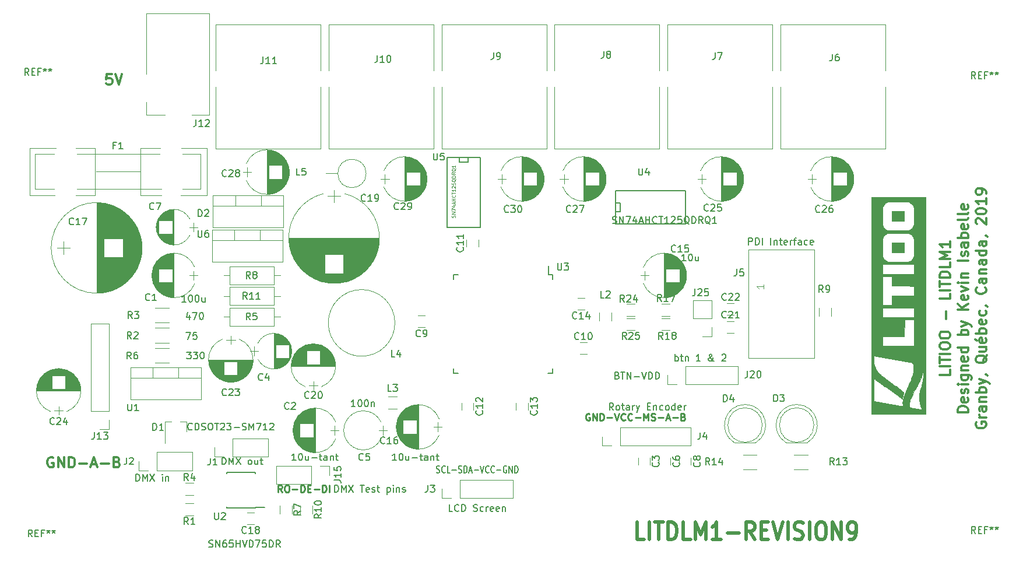
<source format=gto>
G04 #@! TF.FileFunction,Legend,Top*
%FSLAX46Y46*%
G04 Gerber Fmt 4.6, Leading zero omitted, Abs format (unit mm)*
G04 Created by KiCad (PCBNEW 4.0.6) date 03/05/19 04:52:06*
%MOMM*%
%LPD*%
G01*
G04 APERTURE LIST*
%ADD10C,0.100000*%
%ADD11C,0.300000*%
%ADD12C,0.250000*%
%ADD13C,0.200000*%
%ADD14C,0.375000*%
%ADD15C,0.500000*%
%ADD16C,0.150000*%
%ADD17C,0.120000*%
%ADD18C,0.010000*%
%ADD19C,0.125000*%
G04 APERTURE END LIST*
D10*
D11*
X85014287Y-62578571D02*
X84300001Y-62578571D01*
X84228572Y-63292857D01*
X84300001Y-63221429D01*
X84442858Y-63150000D01*
X84800001Y-63150000D01*
X84942858Y-63221429D01*
X85014287Y-63292857D01*
X85085715Y-63435714D01*
X85085715Y-63792857D01*
X85014287Y-63935714D01*
X84942858Y-64007143D01*
X84800001Y-64078571D01*
X84442858Y-64078571D01*
X84300001Y-64007143D01*
X84228572Y-63935714D01*
X85514286Y-62578571D02*
X86014286Y-64078571D01*
X86514286Y-62578571D01*
X76507143Y-118250000D02*
X76364286Y-118178571D01*
X76150000Y-118178571D01*
X75935715Y-118250000D01*
X75792857Y-118392857D01*
X75721429Y-118535714D01*
X75650000Y-118821429D01*
X75650000Y-119035714D01*
X75721429Y-119321429D01*
X75792857Y-119464286D01*
X75935715Y-119607143D01*
X76150000Y-119678571D01*
X76292857Y-119678571D01*
X76507143Y-119607143D01*
X76578572Y-119535714D01*
X76578572Y-119035714D01*
X76292857Y-119035714D01*
X77221429Y-119678571D02*
X77221429Y-118178571D01*
X78078572Y-119678571D01*
X78078572Y-118178571D01*
X78792858Y-119678571D02*
X78792858Y-118178571D01*
X79150001Y-118178571D01*
X79364286Y-118250000D01*
X79507144Y-118392857D01*
X79578572Y-118535714D01*
X79650001Y-118821429D01*
X79650001Y-119035714D01*
X79578572Y-119321429D01*
X79507144Y-119464286D01*
X79364286Y-119607143D01*
X79150001Y-119678571D01*
X78792858Y-119678571D01*
X80292858Y-119107143D02*
X81435715Y-119107143D01*
X82078572Y-119250000D02*
X82792858Y-119250000D01*
X81935715Y-119678571D02*
X82435715Y-118178571D01*
X82935715Y-119678571D01*
X83435715Y-119107143D02*
X84578572Y-119107143D01*
X85792858Y-118892857D02*
X86007144Y-118964286D01*
X86078572Y-119035714D01*
X86150001Y-119178571D01*
X86150001Y-119392857D01*
X86078572Y-119535714D01*
X86007144Y-119607143D01*
X85864286Y-119678571D01*
X85292858Y-119678571D01*
X85292858Y-118178571D01*
X85792858Y-118178571D01*
X85935715Y-118250000D01*
X86007144Y-118321429D01*
X86078572Y-118464286D01*
X86078572Y-118607143D01*
X86007144Y-118750000D01*
X85935715Y-118821429D01*
X85792858Y-118892857D01*
X85292858Y-118892857D01*
D12*
X154407144Y-111900000D02*
X154311906Y-111852381D01*
X154169049Y-111852381D01*
X154026191Y-111900000D01*
X153930953Y-111995238D01*
X153883334Y-112090476D01*
X153835715Y-112280952D01*
X153835715Y-112423810D01*
X153883334Y-112614286D01*
X153930953Y-112709524D01*
X154026191Y-112804762D01*
X154169049Y-112852381D01*
X154264287Y-112852381D01*
X154407144Y-112804762D01*
X154454763Y-112757143D01*
X154454763Y-112423810D01*
X154264287Y-112423810D01*
X154883334Y-112852381D02*
X154883334Y-111852381D01*
X155454763Y-112852381D01*
X155454763Y-111852381D01*
X155930953Y-112852381D02*
X155930953Y-111852381D01*
X156169048Y-111852381D01*
X156311906Y-111900000D01*
X156407144Y-111995238D01*
X156454763Y-112090476D01*
X156502382Y-112280952D01*
X156502382Y-112423810D01*
X156454763Y-112614286D01*
X156407144Y-112709524D01*
X156311906Y-112804762D01*
X156169048Y-112852381D01*
X155930953Y-112852381D01*
X156930953Y-112471429D02*
X157692858Y-112471429D01*
X158026191Y-111852381D02*
X158359524Y-112852381D01*
X158692858Y-111852381D01*
X159597620Y-112757143D02*
X159550001Y-112804762D01*
X159407144Y-112852381D01*
X159311906Y-112852381D01*
X159169048Y-112804762D01*
X159073810Y-112709524D01*
X159026191Y-112614286D01*
X158978572Y-112423810D01*
X158978572Y-112280952D01*
X159026191Y-112090476D01*
X159073810Y-111995238D01*
X159169048Y-111900000D01*
X159311906Y-111852381D01*
X159407144Y-111852381D01*
X159550001Y-111900000D01*
X159597620Y-111947619D01*
X160597620Y-112757143D02*
X160550001Y-112804762D01*
X160407144Y-112852381D01*
X160311906Y-112852381D01*
X160169048Y-112804762D01*
X160073810Y-112709524D01*
X160026191Y-112614286D01*
X159978572Y-112423810D01*
X159978572Y-112280952D01*
X160026191Y-112090476D01*
X160073810Y-111995238D01*
X160169048Y-111900000D01*
X160311906Y-111852381D01*
X160407144Y-111852381D01*
X160550001Y-111900000D01*
X160597620Y-111947619D01*
X161026191Y-112471429D02*
X161788096Y-112471429D01*
X162264286Y-112852381D02*
X162264286Y-111852381D01*
X162597620Y-112566667D01*
X162930953Y-111852381D01*
X162930953Y-112852381D01*
X163359524Y-112804762D02*
X163502381Y-112852381D01*
X163740477Y-112852381D01*
X163835715Y-112804762D01*
X163883334Y-112757143D01*
X163930953Y-112661905D01*
X163930953Y-112566667D01*
X163883334Y-112471429D01*
X163835715Y-112423810D01*
X163740477Y-112376190D01*
X163550000Y-112328571D01*
X163454762Y-112280952D01*
X163407143Y-112233333D01*
X163359524Y-112138095D01*
X163359524Y-112042857D01*
X163407143Y-111947619D01*
X163454762Y-111900000D01*
X163550000Y-111852381D01*
X163788096Y-111852381D01*
X163930953Y-111900000D01*
X164359524Y-112471429D02*
X165121429Y-112471429D01*
X165550000Y-112566667D02*
X166026191Y-112566667D01*
X165454762Y-112852381D02*
X165788095Y-111852381D01*
X166121429Y-112852381D01*
X166454762Y-112471429D02*
X167216667Y-112471429D01*
X168026191Y-112328571D02*
X168169048Y-112376190D01*
X168216667Y-112423810D01*
X168264286Y-112519048D01*
X168264286Y-112661905D01*
X168216667Y-112757143D01*
X168169048Y-112804762D01*
X168073810Y-112852381D01*
X167692857Y-112852381D01*
X167692857Y-111852381D01*
X168026191Y-111852381D01*
X168121429Y-111900000D01*
X168169048Y-111947619D01*
X168216667Y-112042857D01*
X168216667Y-112138095D01*
X168169048Y-112233333D01*
X168121429Y-112280952D01*
X168026191Y-112328571D01*
X167692857Y-112328571D01*
D13*
X132176191Y-120404762D02*
X132290477Y-120452381D01*
X132480953Y-120452381D01*
X132557143Y-120404762D01*
X132595239Y-120357143D01*
X132633334Y-120261905D01*
X132633334Y-120166667D01*
X132595239Y-120071429D01*
X132557143Y-120023810D01*
X132480953Y-119976190D01*
X132328572Y-119928571D01*
X132252381Y-119880952D01*
X132214286Y-119833333D01*
X132176191Y-119738095D01*
X132176191Y-119642857D01*
X132214286Y-119547619D01*
X132252381Y-119500000D01*
X132328572Y-119452381D01*
X132519048Y-119452381D01*
X132633334Y-119500000D01*
X133433334Y-120357143D02*
X133395239Y-120404762D01*
X133280953Y-120452381D01*
X133204763Y-120452381D01*
X133090477Y-120404762D01*
X133014286Y-120309524D01*
X132976191Y-120214286D01*
X132938096Y-120023810D01*
X132938096Y-119880952D01*
X132976191Y-119690476D01*
X133014286Y-119595238D01*
X133090477Y-119500000D01*
X133204763Y-119452381D01*
X133280953Y-119452381D01*
X133395239Y-119500000D01*
X133433334Y-119547619D01*
X134157144Y-120452381D02*
X133776191Y-120452381D01*
X133776191Y-119452381D01*
X134423810Y-120071429D02*
X135033334Y-120071429D01*
X135376191Y-120404762D02*
X135490477Y-120452381D01*
X135680953Y-120452381D01*
X135757143Y-120404762D01*
X135795239Y-120357143D01*
X135833334Y-120261905D01*
X135833334Y-120166667D01*
X135795239Y-120071429D01*
X135757143Y-120023810D01*
X135680953Y-119976190D01*
X135528572Y-119928571D01*
X135452381Y-119880952D01*
X135414286Y-119833333D01*
X135376191Y-119738095D01*
X135376191Y-119642857D01*
X135414286Y-119547619D01*
X135452381Y-119500000D01*
X135528572Y-119452381D01*
X135719048Y-119452381D01*
X135833334Y-119500000D01*
X136176191Y-120452381D02*
X136176191Y-119452381D01*
X136366667Y-119452381D01*
X136480953Y-119500000D01*
X136557144Y-119595238D01*
X136595239Y-119690476D01*
X136633334Y-119880952D01*
X136633334Y-120023810D01*
X136595239Y-120214286D01*
X136557144Y-120309524D01*
X136480953Y-120404762D01*
X136366667Y-120452381D01*
X136176191Y-120452381D01*
X136938096Y-120166667D02*
X137319048Y-120166667D01*
X136861905Y-120452381D02*
X137128572Y-119452381D01*
X137395239Y-120452381D01*
X137661905Y-120071429D02*
X138271429Y-120071429D01*
X138538095Y-119452381D02*
X138804762Y-120452381D01*
X139071429Y-119452381D01*
X139795238Y-120357143D02*
X139757143Y-120404762D01*
X139642857Y-120452381D01*
X139566667Y-120452381D01*
X139452381Y-120404762D01*
X139376190Y-120309524D01*
X139338095Y-120214286D01*
X139300000Y-120023810D01*
X139300000Y-119880952D01*
X139338095Y-119690476D01*
X139376190Y-119595238D01*
X139452381Y-119500000D01*
X139566667Y-119452381D01*
X139642857Y-119452381D01*
X139757143Y-119500000D01*
X139795238Y-119547619D01*
X140595238Y-120357143D02*
X140557143Y-120404762D01*
X140442857Y-120452381D01*
X140366667Y-120452381D01*
X140252381Y-120404762D01*
X140176190Y-120309524D01*
X140138095Y-120214286D01*
X140100000Y-120023810D01*
X140100000Y-119880952D01*
X140138095Y-119690476D01*
X140176190Y-119595238D01*
X140252381Y-119500000D01*
X140366667Y-119452381D01*
X140442857Y-119452381D01*
X140557143Y-119500000D01*
X140595238Y-119547619D01*
X140938095Y-120071429D02*
X141547619Y-120071429D01*
X142347619Y-119500000D02*
X142271428Y-119452381D01*
X142157143Y-119452381D01*
X142042857Y-119500000D01*
X141966666Y-119595238D01*
X141928571Y-119690476D01*
X141890476Y-119880952D01*
X141890476Y-120023810D01*
X141928571Y-120214286D01*
X141966666Y-120309524D01*
X142042857Y-120404762D01*
X142157143Y-120452381D01*
X142233333Y-120452381D01*
X142347619Y-120404762D01*
X142385714Y-120357143D01*
X142385714Y-120023810D01*
X142233333Y-120023810D01*
X142728571Y-120452381D02*
X142728571Y-119452381D01*
X143185714Y-120452381D01*
X143185714Y-119452381D01*
X143566666Y-120452381D02*
X143566666Y-119452381D01*
X143757142Y-119452381D01*
X143871428Y-119500000D01*
X143947619Y-119595238D01*
X143985714Y-119690476D01*
X144023809Y-119880952D01*
X144023809Y-120023810D01*
X143985714Y-120214286D01*
X143947619Y-120309524D01*
X143871428Y-120404762D01*
X143757142Y-120452381D01*
X143566666Y-120452381D01*
D12*
X109757144Y-123252381D02*
X109423810Y-122776190D01*
X109185715Y-123252381D02*
X109185715Y-122252381D01*
X109566668Y-122252381D01*
X109661906Y-122300000D01*
X109709525Y-122347619D01*
X109757144Y-122442857D01*
X109757144Y-122585714D01*
X109709525Y-122680952D01*
X109661906Y-122728571D01*
X109566668Y-122776190D01*
X109185715Y-122776190D01*
X110376191Y-122252381D02*
X110566668Y-122252381D01*
X110661906Y-122300000D01*
X110757144Y-122395238D01*
X110804763Y-122585714D01*
X110804763Y-122919048D01*
X110757144Y-123109524D01*
X110661906Y-123204762D01*
X110566668Y-123252381D01*
X110376191Y-123252381D01*
X110280953Y-123204762D01*
X110185715Y-123109524D01*
X110138096Y-122919048D01*
X110138096Y-122585714D01*
X110185715Y-122395238D01*
X110280953Y-122300000D01*
X110376191Y-122252381D01*
X111233334Y-122871429D02*
X111995239Y-122871429D01*
X112471429Y-123252381D02*
X112471429Y-122252381D01*
X112709524Y-122252381D01*
X112852382Y-122300000D01*
X112947620Y-122395238D01*
X112995239Y-122490476D01*
X113042858Y-122680952D01*
X113042858Y-122823810D01*
X112995239Y-123014286D01*
X112947620Y-123109524D01*
X112852382Y-123204762D01*
X112709524Y-123252381D01*
X112471429Y-123252381D01*
X113471429Y-122728571D02*
X113804763Y-122728571D01*
X113947620Y-123252381D02*
X113471429Y-123252381D01*
X113471429Y-122252381D01*
X113947620Y-122252381D01*
X114376191Y-122871429D02*
X115138096Y-122871429D01*
X115614286Y-123252381D02*
X115614286Y-122252381D01*
X115852381Y-122252381D01*
X115995239Y-122300000D01*
X116090477Y-122395238D01*
X116138096Y-122490476D01*
X116185715Y-122680952D01*
X116185715Y-122823810D01*
X116138096Y-123014286D01*
X116090477Y-123109524D01*
X115995239Y-123204762D01*
X115852381Y-123252381D01*
X115614286Y-123252381D01*
X116614286Y-123252381D02*
X116614286Y-122252381D01*
D14*
X206753571Y-105528572D02*
X206753571Y-106242858D01*
X205253571Y-106242858D01*
X206753571Y-105028572D02*
X205253571Y-105028572D01*
X205253571Y-104528572D02*
X205253571Y-103671429D01*
X206753571Y-104100000D02*
X205253571Y-104100000D01*
X206753571Y-103171429D02*
X205253571Y-103171429D01*
X205253571Y-102171429D02*
X205253571Y-101885715D01*
X205325000Y-101742857D01*
X205467857Y-101600000D01*
X205753571Y-101528572D01*
X206253571Y-101528572D01*
X206539286Y-101600000D01*
X206682143Y-101742857D01*
X206753571Y-101885715D01*
X206753571Y-102171429D01*
X206682143Y-102314286D01*
X206539286Y-102457143D01*
X206253571Y-102528572D01*
X205753571Y-102528572D01*
X205467857Y-102457143D01*
X205325000Y-102314286D01*
X205253571Y-102171429D01*
X205253571Y-100600000D02*
X205253571Y-100314286D01*
X205325000Y-100171428D01*
X205467857Y-100028571D01*
X205753571Y-99957143D01*
X206253571Y-99957143D01*
X206539286Y-100028571D01*
X206682143Y-100171428D01*
X206753571Y-100314286D01*
X206753571Y-100600000D01*
X206682143Y-100742857D01*
X206539286Y-100885714D01*
X206253571Y-100957143D01*
X205753571Y-100957143D01*
X205467857Y-100885714D01*
X205325000Y-100742857D01*
X205253571Y-100600000D01*
X206182143Y-98171428D02*
X206182143Y-97028571D01*
X206753571Y-94457142D02*
X206753571Y-95171428D01*
X205253571Y-95171428D01*
X206753571Y-93957142D02*
X205253571Y-93957142D01*
X205253571Y-93457142D02*
X205253571Y-92599999D01*
X206753571Y-93028570D02*
X205253571Y-93028570D01*
X206753571Y-92099999D02*
X205253571Y-92099999D01*
X205253571Y-91742856D01*
X205325000Y-91528571D01*
X205467857Y-91385713D01*
X205610714Y-91314285D01*
X205896429Y-91242856D01*
X206110714Y-91242856D01*
X206396429Y-91314285D01*
X206539286Y-91385713D01*
X206682143Y-91528571D01*
X206753571Y-91742856D01*
X206753571Y-92099999D01*
X206753571Y-89885713D02*
X206753571Y-90599999D01*
X205253571Y-90599999D01*
X206753571Y-89385713D02*
X205253571Y-89385713D01*
X206325000Y-88885713D01*
X205253571Y-88385713D01*
X206753571Y-88385713D01*
X206753571Y-86885713D02*
X206753571Y-87742856D01*
X206753571Y-87314284D02*
X205253571Y-87314284D01*
X205467857Y-87457141D01*
X205610714Y-87599999D01*
X205682143Y-87742856D01*
X209378571Y-111635714D02*
X207878571Y-111635714D01*
X207878571Y-111278571D01*
X207950000Y-111064286D01*
X208092857Y-110921428D01*
X208235714Y-110850000D01*
X208521429Y-110778571D01*
X208735714Y-110778571D01*
X209021429Y-110850000D01*
X209164286Y-110921428D01*
X209307143Y-111064286D01*
X209378571Y-111278571D01*
X209378571Y-111635714D01*
X209307143Y-109564286D02*
X209378571Y-109707143D01*
X209378571Y-109992857D01*
X209307143Y-110135714D01*
X209164286Y-110207143D01*
X208592857Y-110207143D01*
X208450000Y-110135714D01*
X208378571Y-109992857D01*
X208378571Y-109707143D01*
X208450000Y-109564286D01*
X208592857Y-109492857D01*
X208735714Y-109492857D01*
X208878571Y-110207143D01*
X209307143Y-108921429D02*
X209378571Y-108778572D01*
X209378571Y-108492857D01*
X209307143Y-108350000D01*
X209164286Y-108278572D01*
X209092857Y-108278572D01*
X208950000Y-108350000D01*
X208878571Y-108492857D01*
X208878571Y-108707143D01*
X208807143Y-108850000D01*
X208664286Y-108921429D01*
X208592857Y-108921429D01*
X208450000Y-108850000D01*
X208378571Y-108707143D01*
X208378571Y-108492857D01*
X208450000Y-108350000D01*
X209378571Y-107635714D02*
X208378571Y-107635714D01*
X207878571Y-107635714D02*
X207950000Y-107707143D01*
X208021429Y-107635714D01*
X207950000Y-107564286D01*
X207878571Y-107635714D01*
X208021429Y-107635714D01*
X208378571Y-106278571D02*
X209592857Y-106278571D01*
X209735714Y-106350000D01*
X209807143Y-106421428D01*
X209878571Y-106564285D01*
X209878571Y-106778571D01*
X209807143Y-106921428D01*
X209307143Y-106278571D02*
X209378571Y-106421428D01*
X209378571Y-106707142D01*
X209307143Y-106850000D01*
X209235714Y-106921428D01*
X209092857Y-106992857D01*
X208664286Y-106992857D01*
X208521429Y-106921428D01*
X208450000Y-106850000D01*
X208378571Y-106707142D01*
X208378571Y-106421428D01*
X208450000Y-106278571D01*
X208378571Y-105564285D02*
X209378571Y-105564285D01*
X208521429Y-105564285D02*
X208450000Y-105492857D01*
X208378571Y-105349999D01*
X208378571Y-105135714D01*
X208450000Y-104992857D01*
X208592857Y-104921428D01*
X209378571Y-104921428D01*
X209307143Y-103635714D02*
X209378571Y-103778571D01*
X209378571Y-104064285D01*
X209307143Y-104207142D01*
X209164286Y-104278571D01*
X208592857Y-104278571D01*
X208450000Y-104207142D01*
X208378571Y-104064285D01*
X208378571Y-103778571D01*
X208450000Y-103635714D01*
X208592857Y-103564285D01*
X208735714Y-103564285D01*
X208878571Y-104278571D01*
X209378571Y-102278571D02*
X207878571Y-102278571D01*
X209307143Y-102278571D02*
X209378571Y-102421428D01*
X209378571Y-102707142D01*
X209307143Y-102850000D01*
X209235714Y-102921428D01*
X209092857Y-102992857D01*
X208664286Y-102992857D01*
X208521429Y-102921428D01*
X208450000Y-102850000D01*
X208378571Y-102707142D01*
X208378571Y-102421428D01*
X208450000Y-102278571D01*
X209378571Y-100421428D02*
X207878571Y-100421428D01*
X208450000Y-100421428D02*
X208378571Y-100278571D01*
X208378571Y-99992857D01*
X208450000Y-99850000D01*
X208521429Y-99778571D01*
X208664286Y-99707142D01*
X209092857Y-99707142D01*
X209235714Y-99778571D01*
X209307143Y-99850000D01*
X209378571Y-99992857D01*
X209378571Y-100278571D01*
X209307143Y-100421428D01*
X208378571Y-99207142D02*
X209378571Y-98849999D01*
X208378571Y-98492857D02*
X209378571Y-98849999D01*
X209735714Y-98992857D01*
X209807143Y-99064285D01*
X209878571Y-99207142D01*
X209378571Y-96778571D02*
X207878571Y-96778571D01*
X209378571Y-95921428D02*
X208521429Y-96564285D01*
X207878571Y-95921428D02*
X208735714Y-96778571D01*
X209307143Y-94707143D02*
X209378571Y-94850000D01*
X209378571Y-95135714D01*
X209307143Y-95278571D01*
X209164286Y-95350000D01*
X208592857Y-95350000D01*
X208450000Y-95278571D01*
X208378571Y-95135714D01*
X208378571Y-94850000D01*
X208450000Y-94707143D01*
X208592857Y-94635714D01*
X208735714Y-94635714D01*
X208878571Y-95350000D01*
X208378571Y-94135714D02*
X209378571Y-93778571D01*
X208378571Y-93421429D01*
X209378571Y-92850000D02*
X208378571Y-92850000D01*
X207878571Y-92850000D02*
X207950000Y-92921429D01*
X208021429Y-92850000D01*
X207950000Y-92778572D01*
X207878571Y-92850000D01*
X208021429Y-92850000D01*
X208378571Y-92135714D02*
X209378571Y-92135714D01*
X208521429Y-92135714D02*
X208450000Y-92064286D01*
X208378571Y-91921428D01*
X208378571Y-91707143D01*
X208450000Y-91564286D01*
X208592857Y-91492857D01*
X209378571Y-91492857D01*
X209378571Y-89635714D02*
X207878571Y-89635714D01*
X209307143Y-88992857D02*
X209378571Y-88850000D01*
X209378571Y-88564285D01*
X209307143Y-88421428D01*
X209164286Y-88350000D01*
X209092857Y-88350000D01*
X208950000Y-88421428D01*
X208878571Y-88564285D01*
X208878571Y-88778571D01*
X208807143Y-88921428D01*
X208664286Y-88992857D01*
X208592857Y-88992857D01*
X208450000Y-88921428D01*
X208378571Y-88778571D01*
X208378571Y-88564285D01*
X208450000Y-88421428D01*
X209378571Y-87064285D02*
X208592857Y-87064285D01*
X208450000Y-87135714D01*
X208378571Y-87278571D01*
X208378571Y-87564285D01*
X208450000Y-87707142D01*
X209307143Y-87064285D02*
X209378571Y-87207142D01*
X209378571Y-87564285D01*
X209307143Y-87707142D01*
X209164286Y-87778571D01*
X209021429Y-87778571D01*
X208878571Y-87707142D01*
X208807143Y-87564285D01*
X208807143Y-87207142D01*
X208735714Y-87064285D01*
X209378571Y-86349999D02*
X207878571Y-86349999D01*
X208450000Y-86349999D02*
X208378571Y-86207142D01*
X208378571Y-85921428D01*
X208450000Y-85778571D01*
X208521429Y-85707142D01*
X208664286Y-85635713D01*
X209092857Y-85635713D01*
X209235714Y-85707142D01*
X209307143Y-85778571D01*
X209378571Y-85921428D01*
X209378571Y-86207142D01*
X209307143Y-86349999D01*
X209307143Y-84421428D02*
X209378571Y-84564285D01*
X209378571Y-84849999D01*
X209307143Y-84992856D01*
X209164286Y-85064285D01*
X208592857Y-85064285D01*
X208450000Y-84992856D01*
X208378571Y-84849999D01*
X208378571Y-84564285D01*
X208450000Y-84421428D01*
X208592857Y-84349999D01*
X208735714Y-84349999D01*
X208878571Y-85064285D01*
X209378571Y-83492856D02*
X209307143Y-83635714D01*
X209164286Y-83707142D01*
X207878571Y-83707142D01*
X209378571Y-82707142D02*
X209307143Y-82850000D01*
X209164286Y-82921428D01*
X207878571Y-82921428D01*
X209307143Y-81564286D02*
X209378571Y-81707143D01*
X209378571Y-81992857D01*
X209307143Y-82135714D01*
X209164286Y-82207143D01*
X208592857Y-82207143D01*
X208450000Y-82135714D01*
X208378571Y-81992857D01*
X208378571Y-81707143D01*
X208450000Y-81564286D01*
X208592857Y-81492857D01*
X208735714Y-81492857D01*
X208878571Y-82207143D01*
X210575000Y-113135714D02*
X210503571Y-113278571D01*
X210503571Y-113492857D01*
X210575000Y-113707142D01*
X210717857Y-113850000D01*
X210860714Y-113921428D01*
X211146429Y-113992857D01*
X211360714Y-113992857D01*
X211646429Y-113921428D01*
X211789286Y-113850000D01*
X211932143Y-113707142D01*
X212003571Y-113492857D01*
X212003571Y-113350000D01*
X211932143Y-113135714D01*
X211860714Y-113064285D01*
X211360714Y-113064285D01*
X211360714Y-113350000D01*
X212003571Y-112421428D02*
X211003571Y-112421428D01*
X211289286Y-112421428D02*
X211146429Y-112350000D01*
X211075000Y-112278571D01*
X211003571Y-112135714D01*
X211003571Y-111992857D01*
X212003571Y-110850000D02*
X211217857Y-110850000D01*
X211075000Y-110921429D01*
X211003571Y-111064286D01*
X211003571Y-111350000D01*
X211075000Y-111492857D01*
X211932143Y-110850000D02*
X212003571Y-110992857D01*
X212003571Y-111350000D01*
X211932143Y-111492857D01*
X211789286Y-111564286D01*
X211646429Y-111564286D01*
X211503571Y-111492857D01*
X211432143Y-111350000D01*
X211432143Y-110992857D01*
X211360714Y-110850000D01*
X211003571Y-110135714D02*
X212003571Y-110135714D01*
X211146429Y-110135714D02*
X211075000Y-110064286D01*
X211003571Y-109921428D01*
X211003571Y-109707143D01*
X211075000Y-109564286D01*
X211217857Y-109492857D01*
X212003571Y-109492857D01*
X212003571Y-108778571D02*
X210503571Y-108778571D01*
X211075000Y-108778571D02*
X211003571Y-108635714D01*
X211003571Y-108350000D01*
X211075000Y-108207143D01*
X211146429Y-108135714D01*
X211289286Y-108064285D01*
X211717857Y-108064285D01*
X211860714Y-108135714D01*
X211932143Y-108207143D01*
X212003571Y-108350000D01*
X212003571Y-108635714D01*
X211932143Y-108778571D01*
X211003571Y-107564285D02*
X212003571Y-107207142D01*
X211003571Y-106850000D02*
X212003571Y-107207142D01*
X212360714Y-107350000D01*
X212432143Y-107421428D01*
X212503571Y-107564285D01*
X211932143Y-106207143D02*
X212003571Y-106207143D01*
X212146429Y-106278571D01*
X212217857Y-106350000D01*
X212146429Y-103421428D02*
X212075000Y-103564285D01*
X211932143Y-103707142D01*
X211717857Y-103921428D01*
X211646429Y-104064285D01*
X211646429Y-104207142D01*
X212003571Y-104135714D02*
X211932143Y-104278571D01*
X211789286Y-104421428D01*
X211503571Y-104492857D01*
X211003571Y-104492857D01*
X210717857Y-104421428D01*
X210575000Y-104278571D01*
X210503571Y-104135714D01*
X210503571Y-103850000D01*
X210575000Y-103707142D01*
X210717857Y-103564285D01*
X211003571Y-103492857D01*
X211503571Y-103492857D01*
X211789286Y-103564285D01*
X211932143Y-103707142D01*
X212003571Y-103850000D01*
X212003571Y-104135714D01*
X211003571Y-102207142D02*
X212003571Y-102207142D01*
X211003571Y-102849999D02*
X211789286Y-102849999D01*
X211932143Y-102778571D01*
X212003571Y-102635713D01*
X212003571Y-102421428D01*
X211932143Y-102278571D01*
X211860714Y-102207142D01*
X211932143Y-100921428D02*
X212003571Y-101064285D01*
X212003571Y-101349999D01*
X211932143Y-101492856D01*
X211789286Y-101564285D01*
X211217857Y-101564285D01*
X211075000Y-101492856D01*
X211003571Y-101349999D01*
X211003571Y-101064285D01*
X211075000Y-100921428D01*
X211217857Y-100849999D01*
X211360714Y-100849999D01*
X211503571Y-101564285D01*
X210432143Y-101064285D02*
X210646429Y-101278570D01*
X212003571Y-100207142D02*
X210503571Y-100207142D01*
X211075000Y-100207142D02*
X211003571Y-100064285D01*
X211003571Y-99778571D01*
X211075000Y-99635714D01*
X211146429Y-99564285D01*
X211289286Y-99492856D01*
X211717857Y-99492856D01*
X211860714Y-99564285D01*
X211932143Y-99635714D01*
X212003571Y-99778571D01*
X212003571Y-100064285D01*
X211932143Y-100207142D01*
X211932143Y-98278571D02*
X212003571Y-98421428D01*
X212003571Y-98707142D01*
X211932143Y-98849999D01*
X211789286Y-98921428D01*
X211217857Y-98921428D01*
X211075000Y-98849999D01*
X211003571Y-98707142D01*
X211003571Y-98421428D01*
X211075000Y-98278571D01*
X211217857Y-98207142D01*
X211360714Y-98207142D01*
X211503571Y-98921428D01*
X211932143Y-96921428D02*
X212003571Y-97064285D01*
X212003571Y-97349999D01*
X211932143Y-97492857D01*
X211860714Y-97564285D01*
X211717857Y-97635714D01*
X211289286Y-97635714D01*
X211146429Y-97564285D01*
X211075000Y-97492857D01*
X211003571Y-97349999D01*
X211003571Y-97064285D01*
X211075000Y-96921428D01*
X211932143Y-96207143D02*
X212003571Y-96207143D01*
X212146429Y-96278571D01*
X212217857Y-96350000D01*
X211860714Y-93564285D02*
X211932143Y-93635714D01*
X212003571Y-93850000D01*
X212003571Y-93992857D01*
X211932143Y-94207142D01*
X211789286Y-94350000D01*
X211646429Y-94421428D01*
X211360714Y-94492857D01*
X211146429Y-94492857D01*
X210860714Y-94421428D01*
X210717857Y-94350000D01*
X210575000Y-94207142D01*
X210503571Y-93992857D01*
X210503571Y-93850000D01*
X210575000Y-93635714D01*
X210646429Y-93564285D01*
X212003571Y-92278571D02*
X211217857Y-92278571D01*
X211075000Y-92350000D01*
X211003571Y-92492857D01*
X211003571Y-92778571D01*
X211075000Y-92921428D01*
X211932143Y-92278571D02*
X212003571Y-92421428D01*
X212003571Y-92778571D01*
X211932143Y-92921428D01*
X211789286Y-92992857D01*
X211646429Y-92992857D01*
X211503571Y-92921428D01*
X211432143Y-92778571D01*
X211432143Y-92421428D01*
X211360714Y-92278571D01*
X211003571Y-91564285D02*
X212003571Y-91564285D01*
X211146429Y-91564285D02*
X211075000Y-91492857D01*
X211003571Y-91349999D01*
X211003571Y-91135714D01*
X211075000Y-90992857D01*
X211217857Y-90921428D01*
X212003571Y-90921428D01*
X212003571Y-89564285D02*
X211217857Y-89564285D01*
X211075000Y-89635714D01*
X211003571Y-89778571D01*
X211003571Y-90064285D01*
X211075000Y-90207142D01*
X211932143Y-89564285D02*
X212003571Y-89707142D01*
X212003571Y-90064285D01*
X211932143Y-90207142D01*
X211789286Y-90278571D01*
X211646429Y-90278571D01*
X211503571Y-90207142D01*
X211432143Y-90064285D01*
X211432143Y-89707142D01*
X211360714Y-89564285D01*
X212003571Y-88207142D02*
X210503571Y-88207142D01*
X211932143Y-88207142D02*
X212003571Y-88349999D01*
X212003571Y-88635713D01*
X211932143Y-88778571D01*
X211860714Y-88849999D01*
X211717857Y-88921428D01*
X211289286Y-88921428D01*
X211146429Y-88849999D01*
X211075000Y-88778571D01*
X211003571Y-88635713D01*
X211003571Y-88349999D01*
X211075000Y-88207142D01*
X212003571Y-86849999D02*
X211217857Y-86849999D01*
X211075000Y-86921428D01*
X211003571Y-87064285D01*
X211003571Y-87349999D01*
X211075000Y-87492856D01*
X211932143Y-86849999D02*
X212003571Y-86992856D01*
X212003571Y-87349999D01*
X211932143Y-87492856D01*
X211789286Y-87564285D01*
X211646429Y-87564285D01*
X211503571Y-87492856D01*
X211432143Y-87349999D01*
X211432143Y-86992856D01*
X211360714Y-86849999D01*
X211932143Y-86064285D02*
X212003571Y-86064285D01*
X212146429Y-86135713D01*
X212217857Y-86207142D01*
X210646429Y-84349999D02*
X210575000Y-84278570D01*
X210503571Y-84135713D01*
X210503571Y-83778570D01*
X210575000Y-83635713D01*
X210646429Y-83564284D01*
X210789286Y-83492856D01*
X210932143Y-83492856D01*
X211146429Y-83564284D01*
X212003571Y-84421427D01*
X212003571Y-83492856D01*
X210503571Y-82564285D02*
X210503571Y-82421428D01*
X210575000Y-82278571D01*
X210646429Y-82207142D01*
X210789286Y-82135713D01*
X211075000Y-82064285D01*
X211432143Y-82064285D01*
X211717857Y-82135713D01*
X211860714Y-82207142D01*
X211932143Y-82278571D01*
X212003571Y-82421428D01*
X212003571Y-82564285D01*
X211932143Y-82707142D01*
X211860714Y-82778571D01*
X211717857Y-82849999D01*
X211432143Y-82921428D01*
X211075000Y-82921428D01*
X210789286Y-82849999D01*
X210646429Y-82778571D01*
X210575000Y-82707142D01*
X210503571Y-82564285D01*
X212003571Y-80635714D02*
X212003571Y-81492857D01*
X212003571Y-81064285D02*
X210503571Y-81064285D01*
X210717857Y-81207142D01*
X210860714Y-81350000D01*
X210932143Y-81492857D01*
X212003571Y-79921429D02*
X212003571Y-79635714D01*
X211932143Y-79492857D01*
X211860714Y-79421429D01*
X211646429Y-79278571D01*
X211360714Y-79207143D01*
X210789286Y-79207143D01*
X210646429Y-79278571D01*
X210575000Y-79350000D01*
X210503571Y-79492857D01*
X210503571Y-79778571D01*
X210575000Y-79921429D01*
X210646429Y-79992857D01*
X210789286Y-80064286D01*
X211146429Y-80064286D01*
X211289286Y-79992857D01*
X211360714Y-79921429D01*
X211432143Y-79778571D01*
X211432143Y-79492857D01*
X211360714Y-79350000D01*
X211289286Y-79278571D01*
X211146429Y-79207143D01*
D15*
X162376192Y-130130952D02*
X161328573Y-130130952D01*
X161328573Y-127630952D01*
X163109525Y-130130952D02*
X163109525Y-127630952D01*
X163842858Y-127630952D02*
X165100001Y-127630952D01*
X164471429Y-130130952D02*
X164471429Y-127630952D01*
X165833334Y-130130952D02*
X165833334Y-127630952D01*
X166357143Y-127630952D01*
X166671429Y-127750000D01*
X166880953Y-127988095D01*
X166985714Y-128226190D01*
X167090476Y-128702381D01*
X167090476Y-129059524D01*
X166985714Y-129535714D01*
X166880953Y-129773810D01*
X166671429Y-130011905D01*
X166357143Y-130130952D01*
X165833334Y-130130952D01*
X169080953Y-130130952D02*
X168033334Y-130130952D01*
X168033334Y-127630952D01*
X169814286Y-130130952D02*
X169814286Y-127630952D01*
X170547619Y-129416667D01*
X171280952Y-127630952D01*
X171280952Y-130130952D01*
X173480952Y-130130952D02*
X172223810Y-130130952D01*
X172852381Y-130130952D02*
X172852381Y-127630952D01*
X172642857Y-127988095D01*
X172433333Y-128226190D01*
X172223810Y-128345238D01*
X174423810Y-129178571D02*
X176100000Y-129178571D01*
X178404762Y-130130952D02*
X177671429Y-128940476D01*
X177147620Y-130130952D02*
X177147620Y-127630952D01*
X177985715Y-127630952D01*
X178195239Y-127750000D01*
X178300000Y-127869048D01*
X178404762Y-128107143D01*
X178404762Y-128464286D01*
X178300000Y-128702381D01*
X178195239Y-128821429D01*
X177985715Y-128940476D01*
X177147620Y-128940476D01*
X179347620Y-128821429D02*
X180080953Y-128821429D01*
X180395239Y-130130952D02*
X179347620Y-130130952D01*
X179347620Y-127630952D01*
X180395239Y-127630952D01*
X181023810Y-127630952D02*
X181757143Y-130130952D01*
X182490476Y-127630952D01*
X183223810Y-130130952D02*
X183223810Y-127630952D01*
X184166667Y-130011905D02*
X184480952Y-130130952D01*
X185004762Y-130130952D01*
X185214286Y-130011905D01*
X185319048Y-129892857D01*
X185423809Y-129654762D01*
X185423809Y-129416667D01*
X185319048Y-129178571D01*
X185214286Y-129059524D01*
X185004762Y-128940476D01*
X184585714Y-128821429D01*
X184376190Y-128702381D01*
X184271429Y-128583333D01*
X184166667Y-128345238D01*
X184166667Y-128107143D01*
X184271429Y-127869048D01*
X184376190Y-127750000D01*
X184585714Y-127630952D01*
X185109524Y-127630952D01*
X185423809Y-127750000D01*
X186366667Y-130130952D02*
X186366667Y-127630952D01*
X187833333Y-127630952D02*
X188252381Y-127630952D01*
X188461905Y-127750000D01*
X188671428Y-127988095D01*
X188776190Y-128464286D01*
X188776190Y-129297619D01*
X188671428Y-129773810D01*
X188461905Y-130011905D01*
X188252381Y-130130952D01*
X187833333Y-130130952D01*
X187623809Y-130011905D01*
X187414286Y-129773810D01*
X187309524Y-129297619D01*
X187309524Y-128464286D01*
X187414286Y-127988095D01*
X187623809Y-127750000D01*
X187833333Y-127630952D01*
X189719048Y-130130952D02*
X189719048Y-127630952D01*
X190976190Y-130130952D01*
X190976190Y-127630952D01*
X192128571Y-130130952D02*
X192547619Y-130130952D01*
X192757143Y-130011905D01*
X192861905Y-129892857D01*
X193071429Y-129535714D01*
X193176190Y-129059524D01*
X193176190Y-128107143D01*
X193071429Y-127869048D01*
X192966667Y-127750000D01*
X192757143Y-127630952D01*
X192338095Y-127630952D01*
X192128571Y-127750000D01*
X192023810Y-127869048D01*
X191919048Y-128107143D01*
X191919048Y-128702381D01*
X192023810Y-128940476D01*
X192128571Y-129059524D01*
X192338095Y-129178571D01*
X192757143Y-129178571D01*
X192966667Y-129059524D01*
X193071429Y-128940476D01*
X193176190Y-128702381D01*
D16*
X149025000Y-91665000D02*
X148450000Y-91665000D01*
X149025000Y-106015000D02*
X148350000Y-106015000D01*
X134675000Y-106015000D02*
X135350000Y-106015000D01*
X134675000Y-91665000D02*
X135350000Y-91665000D01*
X149025000Y-91665000D02*
X149025000Y-92340000D01*
X134675000Y-91665000D02*
X134675000Y-92340000D01*
X134675000Y-106015000D02*
X134675000Y-105340000D01*
X149025000Y-106015000D02*
X149025000Y-105340000D01*
X148450000Y-91665000D02*
X148450000Y-90390000D01*
D17*
X197370000Y-55380000D02*
X182130000Y-55380000D01*
X182130000Y-73410000D02*
X182140000Y-64420000D01*
X182130000Y-73410000D02*
X197370000Y-73410000D01*
X197370000Y-73410000D02*
X197370000Y-64410000D01*
X182140000Y-62080000D02*
X182130000Y-55380000D01*
X197370000Y-62090000D02*
X197370000Y-55380000D01*
X91032180Y-92979136D02*
G75*
G03X97067482Y-92980000I3017820J1179136D01*
G01*
X91032180Y-90620864D02*
G75*
G02X97067482Y-90620000I3017820J-1179136D01*
G01*
X91032180Y-90620864D02*
G75*
G03X91032518Y-92980000I3017820J-1179136D01*
G01*
X94050000Y-95000000D02*
X94050000Y-88600000D01*
X94010000Y-95000000D02*
X94010000Y-88600000D01*
X93970000Y-95000000D02*
X93970000Y-88600000D01*
X93930000Y-94998000D02*
X93930000Y-88602000D01*
X93890000Y-94997000D02*
X93890000Y-88603000D01*
X93850000Y-94994000D02*
X93850000Y-88606000D01*
X93810000Y-94992000D02*
X93810000Y-88608000D01*
X93770000Y-94988000D02*
X93770000Y-92780000D01*
X93770000Y-90820000D02*
X93770000Y-88612000D01*
X93730000Y-94985000D02*
X93730000Y-92780000D01*
X93730000Y-90820000D02*
X93730000Y-88615000D01*
X93690000Y-94980000D02*
X93690000Y-92780000D01*
X93690000Y-90820000D02*
X93690000Y-88620000D01*
X93650000Y-94976000D02*
X93650000Y-92780000D01*
X93650000Y-90820000D02*
X93650000Y-88624000D01*
X93610000Y-94970000D02*
X93610000Y-92780000D01*
X93610000Y-90820000D02*
X93610000Y-88630000D01*
X93570000Y-94965000D02*
X93570000Y-92780000D01*
X93570000Y-90820000D02*
X93570000Y-88635000D01*
X93530000Y-94958000D02*
X93530000Y-92780000D01*
X93530000Y-90820000D02*
X93530000Y-88642000D01*
X93490000Y-94952000D02*
X93490000Y-92780000D01*
X93490000Y-90820000D02*
X93490000Y-88648000D01*
X93450000Y-94944000D02*
X93450000Y-92780000D01*
X93450000Y-90820000D02*
X93450000Y-88656000D01*
X93410000Y-94937000D02*
X93410000Y-92780000D01*
X93410000Y-90820000D02*
X93410000Y-88663000D01*
X93370000Y-94928000D02*
X93370000Y-92780000D01*
X93370000Y-90820000D02*
X93370000Y-88672000D01*
X93329000Y-94919000D02*
X93329000Y-92780000D01*
X93329000Y-90820000D02*
X93329000Y-88681000D01*
X93289000Y-94910000D02*
X93289000Y-92780000D01*
X93289000Y-90820000D02*
X93289000Y-88690000D01*
X93249000Y-94900000D02*
X93249000Y-92780000D01*
X93249000Y-90820000D02*
X93249000Y-88700000D01*
X93209000Y-94890000D02*
X93209000Y-92780000D01*
X93209000Y-90820000D02*
X93209000Y-88710000D01*
X93169000Y-94879000D02*
X93169000Y-92780000D01*
X93169000Y-90820000D02*
X93169000Y-88721000D01*
X93129000Y-94867000D02*
X93129000Y-92780000D01*
X93129000Y-90820000D02*
X93129000Y-88733000D01*
X93089000Y-94855000D02*
X93089000Y-92780000D01*
X93089000Y-90820000D02*
X93089000Y-88745000D01*
X93049000Y-94842000D02*
X93049000Y-92780000D01*
X93049000Y-90820000D02*
X93049000Y-88758000D01*
X93009000Y-94829000D02*
X93009000Y-92780000D01*
X93009000Y-90820000D02*
X93009000Y-88771000D01*
X92969000Y-94815000D02*
X92969000Y-92780000D01*
X92969000Y-90820000D02*
X92969000Y-88785000D01*
X92929000Y-94801000D02*
X92929000Y-92780000D01*
X92929000Y-90820000D02*
X92929000Y-88799000D01*
X92889000Y-94786000D02*
X92889000Y-92780000D01*
X92889000Y-90820000D02*
X92889000Y-88814000D01*
X92849000Y-94770000D02*
X92849000Y-92780000D01*
X92849000Y-90820000D02*
X92849000Y-88830000D01*
X92809000Y-94754000D02*
X92809000Y-92780000D01*
X92809000Y-90820000D02*
X92809000Y-88846000D01*
X92769000Y-94737000D02*
X92769000Y-92780000D01*
X92769000Y-90820000D02*
X92769000Y-88863000D01*
X92729000Y-94719000D02*
X92729000Y-92780000D01*
X92729000Y-90820000D02*
X92729000Y-88881000D01*
X92689000Y-94701000D02*
X92689000Y-92780000D01*
X92689000Y-90820000D02*
X92689000Y-88899000D01*
X92649000Y-94682000D02*
X92649000Y-92780000D01*
X92649000Y-90820000D02*
X92649000Y-88918000D01*
X92609000Y-94663000D02*
X92609000Y-92780000D01*
X92609000Y-90820000D02*
X92609000Y-88937000D01*
X92569000Y-94643000D02*
X92569000Y-92780000D01*
X92569000Y-90820000D02*
X92569000Y-88957000D01*
X92529000Y-94622000D02*
X92529000Y-92780000D01*
X92529000Y-90820000D02*
X92529000Y-88978000D01*
X92489000Y-94600000D02*
X92489000Y-92780000D01*
X92489000Y-90820000D02*
X92489000Y-89000000D01*
X92449000Y-94578000D02*
X92449000Y-92780000D01*
X92449000Y-90820000D02*
X92449000Y-89022000D01*
X92409000Y-94555000D02*
X92409000Y-92780000D01*
X92409000Y-90820000D02*
X92409000Y-89045000D01*
X92369000Y-94531000D02*
X92369000Y-92780000D01*
X92369000Y-90820000D02*
X92369000Y-89069000D01*
X92329000Y-94506000D02*
X92329000Y-92780000D01*
X92329000Y-90820000D02*
X92329000Y-89094000D01*
X92289000Y-94481000D02*
X92289000Y-92780000D01*
X92289000Y-90820000D02*
X92289000Y-89119000D01*
X92249000Y-94454000D02*
X92249000Y-92780000D01*
X92249000Y-90820000D02*
X92249000Y-89146000D01*
X92209000Y-94427000D02*
X92209000Y-92780000D01*
X92209000Y-90820000D02*
X92209000Y-89173000D01*
X92169000Y-94399000D02*
X92169000Y-92780000D01*
X92169000Y-90820000D02*
X92169000Y-89201000D01*
X92129000Y-94370000D02*
X92129000Y-92780000D01*
X92129000Y-90820000D02*
X92129000Y-89230000D01*
X92089000Y-94340000D02*
X92089000Y-92780000D01*
X92089000Y-90820000D02*
X92089000Y-89260000D01*
X92049000Y-94310000D02*
X92049000Y-92780000D01*
X92049000Y-90820000D02*
X92049000Y-89290000D01*
X92009000Y-94278000D02*
X92009000Y-92780000D01*
X92009000Y-90820000D02*
X92009000Y-89322000D01*
X91969000Y-94245000D02*
X91969000Y-92780000D01*
X91969000Y-90820000D02*
X91969000Y-89355000D01*
X91929000Y-94211000D02*
X91929000Y-92780000D01*
X91929000Y-90820000D02*
X91929000Y-89389000D01*
X91889000Y-94175000D02*
X91889000Y-92780000D01*
X91889000Y-90820000D02*
X91889000Y-89425000D01*
X91849000Y-94139000D02*
X91849000Y-92780000D01*
X91849000Y-90820000D02*
X91849000Y-89461000D01*
X91809000Y-94101000D02*
X91809000Y-89499000D01*
X91769000Y-94062000D02*
X91769000Y-89538000D01*
X91729000Y-94022000D02*
X91729000Y-89578000D01*
X91689000Y-93980000D02*
X91689000Y-89620000D01*
X91649000Y-93937000D02*
X91649000Y-89663000D01*
X91609000Y-93892000D02*
X91609000Y-89708000D01*
X91569000Y-93845000D02*
X91569000Y-89755000D01*
X91529000Y-93797000D02*
X91529000Y-89803000D01*
X91489000Y-93746000D02*
X91489000Y-89854000D01*
X91449000Y-93694000D02*
X91449000Y-89906000D01*
X91409000Y-93639000D02*
X91409000Y-89961000D01*
X91369000Y-93581000D02*
X91369000Y-90019000D01*
X91329000Y-93521000D02*
X91329000Y-90079000D01*
X91289000Y-93458000D02*
X91289000Y-90142000D01*
X91249000Y-93391000D02*
X91249000Y-90209000D01*
X91209000Y-93320000D02*
X91209000Y-90280000D01*
X91169000Y-93245000D02*
X91169000Y-90355000D01*
X91129000Y-93164000D02*
X91129000Y-90436000D01*
X91089000Y-93078000D02*
X91089000Y-90522000D01*
X91049000Y-92984000D02*
X91049000Y-90616000D01*
X91009000Y-92881000D02*
X91009000Y-90719000D01*
X90969000Y-92766000D02*
X90969000Y-90834000D01*
X90929000Y-92634000D02*
X90929000Y-90966000D01*
X90889000Y-92476000D02*
X90889000Y-91124000D01*
X90849000Y-92268000D02*
X90849000Y-91332000D01*
X97500000Y-91800000D02*
X96300000Y-91800000D01*
X96900000Y-92450000D02*
X96900000Y-91150000D01*
X111532180Y-115479136D02*
G75*
G03X117567482Y-115480000I3017820J1179136D01*
G01*
X111532180Y-113120864D02*
G75*
G02X117567482Y-113120000I3017820J-1179136D01*
G01*
X111532180Y-113120864D02*
G75*
G03X111532518Y-115480000I3017820J-1179136D01*
G01*
X114550000Y-117500000D02*
X114550000Y-111100000D01*
X114510000Y-117500000D02*
X114510000Y-111100000D01*
X114470000Y-117500000D02*
X114470000Y-111100000D01*
X114430000Y-117498000D02*
X114430000Y-111102000D01*
X114390000Y-117497000D02*
X114390000Y-111103000D01*
X114350000Y-117494000D02*
X114350000Y-111106000D01*
X114310000Y-117492000D02*
X114310000Y-111108000D01*
X114270000Y-117488000D02*
X114270000Y-115280000D01*
X114270000Y-113320000D02*
X114270000Y-111112000D01*
X114230000Y-117485000D02*
X114230000Y-115280000D01*
X114230000Y-113320000D02*
X114230000Y-111115000D01*
X114190000Y-117480000D02*
X114190000Y-115280000D01*
X114190000Y-113320000D02*
X114190000Y-111120000D01*
X114150000Y-117476000D02*
X114150000Y-115280000D01*
X114150000Y-113320000D02*
X114150000Y-111124000D01*
X114110000Y-117470000D02*
X114110000Y-115280000D01*
X114110000Y-113320000D02*
X114110000Y-111130000D01*
X114070000Y-117465000D02*
X114070000Y-115280000D01*
X114070000Y-113320000D02*
X114070000Y-111135000D01*
X114030000Y-117458000D02*
X114030000Y-115280000D01*
X114030000Y-113320000D02*
X114030000Y-111142000D01*
X113990000Y-117452000D02*
X113990000Y-115280000D01*
X113990000Y-113320000D02*
X113990000Y-111148000D01*
X113950000Y-117444000D02*
X113950000Y-115280000D01*
X113950000Y-113320000D02*
X113950000Y-111156000D01*
X113910000Y-117437000D02*
X113910000Y-115280000D01*
X113910000Y-113320000D02*
X113910000Y-111163000D01*
X113870000Y-117428000D02*
X113870000Y-115280000D01*
X113870000Y-113320000D02*
X113870000Y-111172000D01*
X113829000Y-117419000D02*
X113829000Y-115280000D01*
X113829000Y-113320000D02*
X113829000Y-111181000D01*
X113789000Y-117410000D02*
X113789000Y-115280000D01*
X113789000Y-113320000D02*
X113789000Y-111190000D01*
X113749000Y-117400000D02*
X113749000Y-115280000D01*
X113749000Y-113320000D02*
X113749000Y-111200000D01*
X113709000Y-117390000D02*
X113709000Y-115280000D01*
X113709000Y-113320000D02*
X113709000Y-111210000D01*
X113669000Y-117379000D02*
X113669000Y-115280000D01*
X113669000Y-113320000D02*
X113669000Y-111221000D01*
X113629000Y-117367000D02*
X113629000Y-115280000D01*
X113629000Y-113320000D02*
X113629000Y-111233000D01*
X113589000Y-117355000D02*
X113589000Y-115280000D01*
X113589000Y-113320000D02*
X113589000Y-111245000D01*
X113549000Y-117342000D02*
X113549000Y-115280000D01*
X113549000Y-113320000D02*
X113549000Y-111258000D01*
X113509000Y-117329000D02*
X113509000Y-115280000D01*
X113509000Y-113320000D02*
X113509000Y-111271000D01*
X113469000Y-117315000D02*
X113469000Y-115280000D01*
X113469000Y-113320000D02*
X113469000Y-111285000D01*
X113429000Y-117301000D02*
X113429000Y-115280000D01*
X113429000Y-113320000D02*
X113429000Y-111299000D01*
X113389000Y-117286000D02*
X113389000Y-115280000D01*
X113389000Y-113320000D02*
X113389000Y-111314000D01*
X113349000Y-117270000D02*
X113349000Y-115280000D01*
X113349000Y-113320000D02*
X113349000Y-111330000D01*
X113309000Y-117254000D02*
X113309000Y-115280000D01*
X113309000Y-113320000D02*
X113309000Y-111346000D01*
X113269000Y-117237000D02*
X113269000Y-115280000D01*
X113269000Y-113320000D02*
X113269000Y-111363000D01*
X113229000Y-117219000D02*
X113229000Y-115280000D01*
X113229000Y-113320000D02*
X113229000Y-111381000D01*
X113189000Y-117201000D02*
X113189000Y-115280000D01*
X113189000Y-113320000D02*
X113189000Y-111399000D01*
X113149000Y-117182000D02*
X113149000Y-115280000D01*
X113149000Y-113320000D02*
X113149000Y-111418000D01*
X113109000Y-117163000D02*
X113109000Y-115280000D01*
X113109000Y-113320000D02*
X113109000Y-111437000D01*
X113069000Y-117143000D02*
X113069000Y-115280000D01*
X113069000Y-113320000D02*
X113069000Y-111457000D01*
X113029000Y-117122000D02*
X113029000Y-115280000D01*
X113029000Y-113320000D02*
X113029000Y-111478000D01*
X112989000Y-117100000D02*
X112989000Y-115280000D01*
X112989000Y-113320000D02*
X112989000Y-111500000D01*
X112949000Y-117078000D02*
X112949000Y-115280000D01*
X112949000Y-113320000D02*
X112949000Y-111522000D01*
X112909000Y-117055000D02*
X112909000Y-115280000D01*
X112909000Y-113320000D02*
X112909000Y-111545000D01*
X112869000Y-117031000D02*
X112869000Y-115280000D01*
X112869000Y-113320000D02*
X112869000Y-111569000D01*
X112829000Y-117006000D02*
X112829000Y-115280000D01*
X112829000Y-113320000D02*
X112829000Y-111594000D01*
X112789000Y-116981000D02*
X112789000Y-115280000D01*
X112789000Y-113320000D02*
X112789000Y-111619000D01*
X112749000Y-116954000D02*
X112749000Y-115280000D01*
X112749000Y-113320000D02*
X112749000Y-111646000D01*
X112709000Y-116927000D02*
X112709000Y-115280000D01*
X112709000Y-113320000D02*
X112709000Y-111673000D01*
X112669000Y-116899000D02*
X112669000Y-115280000D01*
X112669000Y-113320000D02*
X112669000Y-111701000D01*
X112629000Y-116870000D02*
X112629000Y-115280000D01*
X112629000Y-113320000D02*
X112629000Y-111730000D01*
X112589000Y-116840000D02*
X112589000Y-115280000D01*
X112589000Y-113320000D02*
X112589000Y-111760000D01*
X112549000Y-116810000D02*
X112549000Y-115280000D01*
X112549000Y-113320000D02*
X112549000Y-111790000D01*
X112509000Y-116778000D02*
X112509000Y-115280000D01*
X112509000Y-113320000D02*
X112509000Y-111822000D01*
X112469000Y-116745000D02*
X112469000Y-115280000D01*
X112469000Y-113320000D02*
X112469000Y-111855000D01*
X112429000Y-116711000D02*
X112429000Y-115280000D01*
X112429000Y-113320000D02*
X112429000Y-111889000D01*
X112389000Y-116675000D02*
X112389000Y-115280000D01*
X112389000Y-113320000D02*
X112389000Y-111925000D01*
X112349000Y-116639000D02*
X112349000Y-115280000D01*
X112349000Y-113320000D02*
X112349000Y-111961000D01*
X112309000Y-116601000D02*
X112309000Y-111999000D01*
X112269000Y-116562000D02*
X112269000Y-112038000D01*
X112229000Y-116522000D02*
X112229000Y-112078000D01*
X112189000Y-116480000D02*
X112189000Y-112120000D01*
X112149000Y-116437000D02*
X112149000Y-112163000D01*
X112109000Y-116392000D02*
X112109000Y-112208000D01*
X112069000Y-116345000D02*
X112069000Y-112255000D01*
X112029000Y-116297000D02*
X112029000Y-112303000D01*
X111989000Y-116246000D02*
X111989000Y-112354000D01*
X111949000Y-116194000D02*
X111949000Y-112406000D01*
X111909000Y-116139000D02*
X111909000Y-112461000D01*
X111869000Y-116081000D02*
X111869000Y-112519000D01*
X111829000Y-116021000D02*
X111829000Y-112579000D01*
X111789000Y-115958000D02*
X111789000Y-112642000D01*
X111749000Y-115891000D02*
X111749000Y-112709000D01*
X111709000Y-115820000D02*
X111709000Y-112780000D01*
X111669000Y-115745000D02*
X111669000Y-112855000D01*
X111629000Y-115664000D02*
X111629000Y-112936000D01*
X111589000Y-115578000D02*
X111589000Y-113022000D01*
X111549000Y-115484000D02*
X111549000Y-113116000D01*
X111509000Y-115381000D02*
X111509000Y-113219000D01*
X111469000Y-115266000D02*
X111469000Y-113334000D01*
X111429000Y-115134000D02*
X111429000Y-113466000D01*
X111389000Y-114976000D02*
X111389000Y-113624000D01*
X111349000Y-114768000D02*
X111349000Y-113832000D01*
X118000000Y-114300000D02*
X116800000Y-114300000D01*
X117400000Y-114950000D02*
X117400000Y-113650000D01*
X118966731Y-115479967D02*
G75*
G03X124133254Y-115480000I2583269J1179967D01*
G01*
X118966731Y-113120033D02*
G75*
G02X124133254Y-113120000I2583269J-1179967D01*
G01*
X118966731Y-113120033D02*
G75*
G03X118966746Y-115480000I2583269J-1179967D01*
G01*
X125000000Y-114300000D02*
X123800000Y-114300000D01*
X124400000Y-114950000D02*
X124400000Y-113650000D01*
X168267820Y-90620864D02*
G75*
G03X162232518Y-90620000I-3017820J-1179136D01*
G01*
X168267820Y-92979136D02*
G75*
G02X162232518Y-92980000I-3017820J1179136D01*
G01*
X168267820Y-92979136D02*
G75*
G03X168267482Y-90620000I-3017820J1179136D01*
G01*
X165250000Y-88600000D02*
X165250000Y-95000000D01*
X165290000Y-88600000D02*
X165290000Y-95000000D01*
X165330000Y-88600000D02*
X165330000Y-95000000D01*
X165370000Y-88602000D02*
X165370000Y-94998000D01*
X165410000Y-88603000D02*
X165410000Y-94997000D01*
X165450000Y-88606000D02*
X165450000Y-94994000D01*
X165490000Y-88608000D02*
X165490000Y-94992000D01*
X165530000Y-88612000D02*
X165530000Y-90820000D01*
X165530000Y-92780000D02*
X165530000Y-94988000D01*
X165570000Y-88615000D02*
X165570000Y-90820000D01*
X165570000Y-92780000D02*
X165570000Y-94985000D01*
X165610000Y-88620000D02*
X165610000Y-90820000D01*
X165610000Y-92780000D02*
X165610000Y-94980000D01*
X165650000Y-88624000D02*
X165650000Y-90820000D01*
X165650000Y-92780000D02*
X165650000Y-94976000D01*
X165690000Y-88630000D02*
X165690000Y-90820000D01*
X165690000Y-92780000D02*
X165690000Y-94970000D01*
X165730000Y-88635000D02*
X165730000Y-90820000D01*
X165730000Y-92780000D02*
X165730000Y-94965000D01*
X165770000Y-88642000D02*
X165770000Y-90820000D01*
X165770000Y-92780000D02*
X165770000Y-94958000D01*
X165810000Y-88648000D02*
X165810000Y-90820000D01*
X165810000Y-92780000D02*
X165810000Y-94952000D01*
X165850000Y-88656000D02*
X165850000Y-90820000D01*
X165850000Y-92780000D02*
X165850000Y-94944000D01*
X165890000Y-88663000D02*
X165890000Y-90820000D01*
X165890000Y-92780000D02*
X165890000Y-94937000D01*
X165930000Y-88672000D02*
X165930000Y-90820000D01*
X165930000Y-92780000D02*
X165930000Y-94928000D01*
X165971000Y-88681000D02*
X165971000Y-90820000D01*
X165971000Y-92780000D02*
X165971000Y-94919000D01*
X166011000Y-88690000D02*
X166011000Y-90820000D01*
X166011000Y-92780000D02*
X166011000Y-94910000D01*
X166051000Y-88700000D02*
X166051000Y-90820000D01*
X166051000Y-92780000D02*
X166051000Y-94900000D01*
X166091000Y-88710000D02*
X166091000Y-90820000D01*
X166091000Y-92780000D02*
X166091000Y-94890000D01*
X166131000Y-88721000D02*
X166131000Y-90820000D01*
X166131000Y-92780000D02*
X166131000Y-94879000D01*
X166171000Y-88733000D02*
X166171000Y-90820000D01*
X166171000Y-92780000D02*
X166171000Y-94867000D01*
X166211000Y-88745000D02*
X166211000Y-90820000D01*
X166211000Y-92780000D02*
X166211000Y-94855000D01*
X166251000Y-88758000D02*
X166251000Y-90820000D01*
X166251000Y-92780000D02*
X166251000Y-94842000D01*
X166291000Y-88771000D02*
X166291000Y-90820000D01*
X166291000Y-92780000D02*
X166291000Y-94829000D01*
X166331000Y-88785000D02*
X166331000Y-90820000D01*
X166331000Y-92780000D02*
X166331000Y-94815000D01*
X166371000Y-88799000D02*
X166371000Y-90820000D01*
X166371000Y-92780000D02*
X166371000Y-94801000D01*
X166411000Y-88814000D02*
X166411000Y-90820000D01*
X166411000Y-92780000D02*
X166411000Y-94786000D01*
X166451000Y-88830000D02*
X166451000Y-90820000D01*
X166451000Y-92780000D02*
X166451000Y-94770000D01*
X166491000Y-88846000D02*
X166491000Y-90820000D01*
X166491000Y-92780000D02*
X166491000Y-94754000D01*
X166531000Y-88863000D02*
X166531000Y-90820000D01*
X166531000Y-92780000D02*
X166531000Y-94737000D01*
X166571000Y-88881000D02*
X166571000Y-90820000D01*
X166571000Y-92780000D02*
X166571000Y-94719000D01*
X166611000Y-88899000D02*
X166611000Y-90820000D01*
X166611000Y-92780000D02*
X166611000Y-94701000D01*
X166651000Y-88918000D02*
X166651000Y-90820000D01*
X166651000Y-92780000D02*
X166651000Y-94682000D01*
X166691000Y-88937000D02*
X166691000Y-90820000D01*
X166691000Y-92780000D02*
X166691000Y-94663000D01*
X166731000Y-88957000D02*
X166731000Y-90820000D01*
X166731000Y-92780000D02*
X166731000Y-94643000D01*
X166771000Y-88978000D02*
X166771000Y-90820000D01*
X166771000Y-92780000D02*
X166771000Y-94622000D01*
X166811000Y-89000000D02*
X166811000Y-90820000D01*
X166811000Y-92780000D02*
X166811000Y-94600000D01*
X166851000Y-89022000D02*
X166851000Y-90820000D01*
X166851000Y-92780000D02*
X166851000Y-94578000D01*
X166891000Y-89045000D02*
X166891000Y-90820000D01*
X166891000Y-92780000D02*
X166891000Y-94555000D01*
X166931000Y-89069000D02*
X166931000Y-90820000D01*
X166931000Y-92780000D02*
X166931000Y-94531000D01*
X166971000Y-89094000D02*
X166971000Y-90820000D01*
X166971000Y-92780000D02*
X166971000Y-94506000D01*
X167011000Y-89119000D02*
X167011000Y-90820000D01*
X167011000Y-92780000D02*
X167011000Y-94481000D01*
X167051000Y-89146000D02*
X167051000Y-90820000D01*
X167051000Y-92780000D02*
X167051000Y-94454000D01*
X167091000Y-89173000D02*
X167091000Y-90820000D01*
X167091000Y-92780000D02*
X167091000Y-94427000D01*
X167131000Y-89201000D02*
X167131000Y-90820000D01*
X167131000Y-92780000D02*
X167131000Y-94399000D01*
X167171000Y-89230000D02*
X167171000Y-90820000D01*
X167171000Y-92780000D02*
X167171000Y-94370000D01*
X167211000Y-89260000D02*
X167211000Y-90820000D01*
X167211000Y-92780000D02*
X167211000Y-94340000D01*
X167251000Y-89290000D02*
X167251000Y-90820000D01*
X167251000Y-92780000D02*
X167251000Y-94310000D01*
X167291000Y-89322000D02*
X167291000Y-90820000D01*
X167291000Y-92780000D02*
X167291000Y-94278000D01*
X167331000Y-89355000D02*
X167331000Y-90820000D01*
X167331000Y-92780000D02*
X167331000Y-94245000D01*
X167371000Y-89389000D02*
X167371000Y-90820000D01*
X167371000Y-92780000D02*
X167371000Y-94211000D01*
X167411000Y-89425000D02*
X167411000Y-90820000D01*
X167411000Y-92780000D02*
X167411000Y-94175000D01*
X167451000Y-89461000D02*
X167451000Y-90820000D01*
X167451000Y-92780000D02*
X167451000Y-94139000D01*
X167491000Y-89499000D02*
X167491000Y-94101000D01*
X167531000Y-89538000D02*
X167531000Y-94062000D01*
X167571000Y-89578000D02*
X167571000Y-94022000D01*
X167611000Y-89620000D02*
X167611000Y-93980000D01*
X167651000Y-89663000D02*
X167651000Y-93937000D01*
X167691000Y-89708000D02*
X167691000Y-93892000D01*
X167731000Y-89755000D02*
X167731000Y-93845000D01*
X167771000Y-89803000D02*
X167771000Y-93797000D01*
X167811000Y-89854000D02*
X167811000Y-93746000D01*
X167851000Y-89906000D02*
X167851000Y-93694000D01*
X167891000Y-89961000D02*
X167891000Y-93639000D01*
X167931000Y-90019000D02*
X167931000Y-93581000D01*
X167971000Y-90079000D02*
X167971000Y-93521000D01*
X168011000Y-90142000D02*
X168011000Y-93458000D01*
X168051000Y-90209000D02*
X168051000Y-93391000D01*
X168091000Y-90280000D02*
X168091000Y-93320000D01*
X168131000Y-90355000D02*
X168131000Y-93245000D01*
X168171000Y-90436000D02*
X168171000Y-93164000D01*
X168211000Y-90522000D02*
X168211000Y-93078000D01*
X168251000Y-90616000D02*
X168251000Y-92984000D01*
X168291000Y-90719000D02*
X168291000Y-92881000D01*
X168331000Y-90834000D02*
X168331000Y-92766000D01*
X168371000Y-90966000D02*
X168371000Y-92634000D01*
X168411000Y-91124000D02*
X168411000Y-92476000D01*
X168451000Y-91332000D02*
X168451000Y-92268000D01*
X161800000Y-91800000D02*
X163000000Y-91800000D01*
X162400000Y-91150000D02*
X162400000Y-92450000D01*
X126532180Y-114979136D02*
G75*
G03X132567482Y-114980000I3017820J1179136D01*
G01*
X126532180Y-112620864D02*
G75*
G02X132567482Y-112620000I3017820J-1179136D01*
G01*
X126532180Y-112620864D02*
G75*
G03X126532518Y-114980000I3017820J-1179136D01*
G01*
X129550000Y-117000000D02*
X129550000Y-110600000D01*
X129510000Y-117000000D02*
X129510000Y-110600000D01*
X129470000Y-117000000D02*
X129470000Y-110600000D01*
X129430000Y-116998000D02*
X129430000Y-110602000D01*
X129390000Y-116997000D02*
X129390000Y-110603000D01*
X129350000Y-116994000D02*
X129350000Y-110606000D01*
X129310000Y-116992000D02*
X129310000Y-110608000D01*
X129270000Y-116988000D02*
X129270000Y-114780000D01*
X129270000Y-112820000D02*
X129270000Y-110612000D01*
X129230000Y-116985000D02*
X129230000Y-114780000D01*
X129230000Y-112820000D02*
X129230000Y-110615000D01*
X129190000Y-116980000D02*
X129190000Y-114780000D01*
X129190000Y-112820000D02*
X129190000Y-110620000D01*
X129150000Y-116976000D02*
X129150000Y-114780000D01*
X129150000Y-112820000D02*
X129150000Y-110624000D01*
X129110000Y-116970000D02*
X129110000Y-114780000D01*
X129110000Y-112820000D02*
X129110000Y-110630000D01*
X129070000Y-116965000D02*
X129070000Y-114780000D01*
X129070000Y-112820000D02*
X129070000Y-110635000D01*
X129030000Y-116958000D02*
X129030000Y-114780000D01*
X129030000Y-112820000D02*
X129030000Y-110642000D01*
X128990000Y-116952000D02*
X128990000Y-114780000D01*
X128990000Y-112820000D02*
X128990000Y-110648000D01*
X128950000Y-116944000D02*
X128950000Y-114780000D01*
X128950000Y-112820000D02*
X128950000Y-110656000D01*
X128910000Y-116937000D02*
X128910000Y-114780000D01*
X128910000Y-112820000D02*
X128910000Y-110663000D01*
X128870000Y-116928000D02*
X128870000Y-114780000D01*
X128870000Y-112820000D02*
X128870000Y-110672000D01*
X128829000Y-116919000D02*
X128829000Y-114780000D01*
X128829000Y-112820000D02*
X128829000Y-110681000D01*
X128789000Y-116910000D02*
X128789000Y-114780000D01*
X128789000Y-112820000D02*
X128789000Y-110690000D01*
X128749000Y-116900000D02*
X128749000Y-114780000D01*
X128749000Y-112820000D02*
X128749000Y-110700000D01*
X128709000Y-116890000D02*
X128709000Y-114780000D01*
X128709000Y-112820000D02*
X128709000Y-110710000D01*
X128669000Y-116879000D02*
X128669000Y-114780000D01*
X128669000Y-112820000D02*
X128669000Y-110721000D01*
X128629000Y-116867000D02*
X128629000Y-114780000D01*
X128629000Y-112820000D02*
X128629000Y-110733000D01*
X128589000Y-116855000D02*
X128589000Y-114780000D01*
X128589000Y-112820000D02*
X128589000Y-110745000D01*
X128549000Y-116842000D02*
X128549000Y-114780000D01*
X128549000Y-112820000D02*
X128549000Y-110758000D01*
X128509000Y-116829000D02*
X128509000Y-114780000D01*
X128509000Y-112820000D02*
X128509000Y-110771000D01*
X128469000Y-116815000D02*
X128469000Y-114780000D01*
X128469000Y-112820000D02*
X128469000Y-110785000D01*
X128429000Y-116801000D02*
X128429000Y-114780000D01*
X128429000Y-112820000D02*
X128429000Y-110799000D01*
X128389000Y-116786000D02*
X128389000Y-114780000D01*
X128389000Y-112820000D02*
X128389000Y-110814000D01*
X128349000Y-116770000D02*
X128349000Y-114780000D01*
X128349000Y-112820000D02*
X128349000Y-110830000D01*
X128309000Y-116754000D02*
X128309000Y-114780000D01*
X128309000Y-112820000D02*
X128309000Y-110846000D01*
X128269000Y-116737000D02*
X128269000Y-114780000D01*
X128269000Y-112820000D02*
X128269000Y-110863000D01*
X128229000Y-116719000D02*
X128229000Y-114780000D01*
X128229000Y-112820000D02*
X128229000Y-110881000D01*
X128189000Y-116701000D02*
X128189000Y-114780000D01*
X128189000Y-112820000D02*
X128189000Y-110899000D01*
X128149000Y-116682000D02*
X128149000Y-114780000D01*
X128149000Y-112820000D02*
X128149000Y-110918000D01*
X128109000Y-116663000D02*
X128109000Y-114780000D01*
X128109000Y-112820000D02*
X128109000Y-110937000D01*
X128069000Y-116643000D02*
X128069000Y-114780000D01*
X128069000Y-112820000D02*
X128069000Y-110957000D01*
X128029000Y-116622000D02*
X128029000Y-114780000D01*
X128029000Y-112820000D02*
X128029000Y-110978000D01*
X127989000Y-116600000D02*
X127989000Y-114780000D01*
X127989000Y-112820000D02*
X127989000Y-111000000D01*
X127949000Y-116578000D02*
X127949000Y-114780000D01*
X127949000Y-112820000D02*
X127949000Y-111022000D01*
X127909000Y-116555000D02*
X127909000Y-114780000D01*
X127909000Y-112820000D02*
X127909000Y-111045000D01*
X127869000Y-116531000D02*
X127869000Y-114780000D01*
X127869000Y-112820000D02*
X127869000Y-111069000D01*
X127829000Y-116506000D02*
X127829000Y-114780000D01*
X127829000Y-112820000D02*
X127829000Y-111094000D01*
X127789000Y-116481000D02*
X127789000Y-114780000D01*
X127789000Y-112820000D02*
X127789000Y-111119000D01*
X127749000Y-116454000D02*
X127749000Y-114780000D01*
X127749000Y-112820000D02*
X127749000Y-111146000D01*
X127709000Y-116427000D02*
X127709000Y-114780000D01*
X127709000Y-112820000D02*
X127709000Y-111173000D01*
X127669000Y-116399000D02*
X127669000Y-114780000D01*
X127669000Y-112820000D02*
X127669000Y-111201000D01*
X127629000Y-116370000D02*
X127629000Y-114780000D01*
X127629000Y-112820000D02*
X127629000Y-111230000D01*
X127589000Y-116340000D02*
X127589000Y-114780000D01*
X127589000Y-112820000D02*
X127589000Y-111260000D01*
X127549000Y-116310000D02*
X127549000Y-114780000D01*
X127549000Y-112820000D02*
X127549000Y-111290000D01*
X127509000Y-116278000D02*
X127509000Y-114780000D01*
X127509000Y-112820000D02*
X127509000Y-111322000D01*
X127469000Y-116245000D02*
X127469000Y-114780000D01*
X127469000Y-112820000D02*
X127469000Y-111355000D01*
X127429000Y-116211000D02*
X127429000Y-114780000D01*
X127429000Y-112820000D02*
X127429000Y-111389000D01*
X127389000Y-116175000D02*
X127389000Y-114780000D01*
X127389000Y-112820000D02*
X127389000Y-111425000D01*
X127349000Y-116139000D02*
X127349000Y-114780000D01*
X127349000Y-112820000D02*
X127349000Y-111461000D01*
X127309000Y-116101000D02*
X127309000Y-111499000D01*
X127269000Y-116062000D02*
X127269000Y-111538000D01*
X127229000Y-116022000D02*
X127229000Y-111578000D01*
X127189000Y-115980000D02*
X127189000Y-111620000D01*
X127149000Y-115937000D02*
X127149000Y-111663000D01*
X127109000Y-115892000D02*
X127109000Y-111708000D01*
X127069000Y-115845000D02*
X127069000Y-111755000D01*
X127029000Y-115797000D02*
X127029000Y-111803000D01*
X126989000Y-115746000D02*
X126989000Y-111854000D01*
X126949000Y-115694000D02*
X126949000Y-111906000D01*
X126909000Y-115639000D02*
X126909000Y-111961000D01*
X126869000Y-115581000D02*
X126869000Y-112019000D01*
X126829000Y-115521000D02*
X126829000Y-112079000D01*
X126789000Y-115458000D02*
X126789000Y-112142000D01*
X126749000Y-115391000D02*
X126749000Y-112209000D01*
X126709000Y-115320000D02*
X126709000Y-112280000D01*
X126669000Y-115245000D02*
X126669000Y-112355000D01*
X126629000Y-115164000D02*
X126629000Y-112436000D01*
X126589000Y-115078000D02*
X126589000Y-112522000D01*
X126549000Y-114984000D02*
X126549000Y-112616000D01*
X126509000Y-114881000D02*
X126509000Y-112719000D01*
X126469000Y-114766000D02*
X126469000Y-112834000D01*
X126429000Y-114634000D02*
X126429000Y-112966000D01*
X126389000Y-114476000D02*
X126389000Y-113124000D01*
X126349000Y-114268000D02*
X126349000Y-113332000D01*
X133000000Y-113800000D02*
X131800000Y-113800000D01*
X132400000Y-114450000D02*
X132400000Y-113150000D01*
X143250000Y-124130000D02*
X143250000Y-121470000D01*
X135570000Y-124130000D02*
X143250000Y-124130000D01*
X135570000Y-121470000D02*
X143250000Y-121470000D01*
X135570000Y-124130000D02*
X135570000Y-121470000D01*
X134300000Y-124130000D02*
X132970000Y-124130000D01*
X132970000Y-124130000D02*
X132970000Y-122800000D01*
X169090000Y-116530000D02*
X169090000Y-113870000D01*
X158870000Y-116530000D02*
X169090000Y-116530000D01*
X158870000Y-113870000D02*
X169090000Y-113870000D01*
X158870000Y-116530000D02*
X158870000Y-113870000D01*
X157600000Y-116530000D02*
X156270000Y-116530000D01*
X156270000Y-116530000D02*
X156270000Y-115200000D01*
X187070000Y-88070000D02*
X187070000Y-103810000D01*
X187070000Y-103810000D02*
X177470000Y-103810000D01*
X177470000Y-103810000D02*
X177470000Y-88070000D01*
X177470000Y-88070000D02*
X187070000Y-88070000D01*
X180970000Y-55380000D02*
X165730000Y-55380000D01*
X165730000Y-73410000D02*
X165740000Y-64420000D01*
X165730000Y-73410000D02*
X180970000Y-73410000D01*
X180970000Y-73410000D02*
X180970000Y-64410000D01*
X165740000Y-62080000D02*
X165730000Y-55380000D01*
X180970000Y-62090000D02*
X180970000Y-55380000D01*
X164570000Y-55380000D02*
X149330000Y-55380000D01*
X149330000Y-73410000D02*
X149340000Y-64420000D01*
X149330000Y-73410000D02*
X164570000Y-73410000D01*
X164570000Y-73410000D02*
X164570000Y-64410000D01*
X149340000Y-62080000D02*
X149330000Y-55380000D01*
X164570000Y-62090000D02*
X164570000Y-55380000D01*
X148170000Y-55380000D02*
X132930000Y-55380000D01*
X132930000Y-73410000D02*
X132940000Y-64420000D01*
X132930000Y-73410000D02*
X148170000Y-73410000D01*
X148170000Y-73410000D02*
X148170000Y-64410000D01*
X132940000Y-62080000D02*
X132930000Y-55380000D01*
X148170000Y-62090000D02*
X148170000Y-55380000D01*
X131770000Y-55380000D02*
X116530000Y-55380000D01*
X116530000Y-73410000D02*
X116540000Y-64420000D01*
X116530000Y-73410000D02*
X131770000Y-73410000D01*
X131770000Y-73410000D02*
X131770000Y-64410000D01*
X116540000Y-62080000D02*
X116530000Y-55380000D01*
X131770000Y-62090000D02*
X131770000Y-55380000D01*
X115370000Y-55380000D02*
X100130000Y-55380000D01*
X100130000Y-73410000D02*
X100140000Y-64420000D01*
X100130000Y-73410000D02*
X115370000Y-73410000D01*
X115370000Y-73410000D02*
X115370000Y-64410000D01*
X100140000Y-62080000D02*
X100130000Y-55380000D01*
X115370000Y-62090000D02*
X115370000Y-55380000D01*
X93300000Y-101570000D02*
X91300000Y-101570000D01*
X91300000Y-99430000D02*
X93300000Y-99430000D01*
X91300000Y-96530000D02*
X93300000Y-96530000D01*
X93300000Y-98670000D02*
X91300000Y-98670000D01*
X91300000Y-102330000D02*
X93300000Y-102330000D01*
X93300000Y-104470000D02*
X91300000Y-104470000D01*
D16*
X105825000Y-125545000D02*
X105825000Y-125495000D01*
X101675000Y-125545000D02*
X101675000Y-125400000D01*
X101675000Y-120395000D02*
X101675000Y-120540000D01*
X105825000Y-120395000D02*
X105825000Y-120540000D01*
X105825000Y-125545000D02*
X101675000Y-125545000D01*
X105825000Y-120395000D02*
X101675000Y-120395000D01*
X105825000Y-125495000D02*
X107225000Y-125495000D01*
D17*
X90000000Y-62600000D02*
X90000000Y-53800000D01*
X90000000Y-53800000D02*
X99200000Y-53800000D01*
X92700000Y-68500000D02*
X90000000Y-68500000D01*
X90000000Y-68500000D02*
X90000000Y-66600000D01*
X99200000Y-53800000D02*
X99200000Y-68500000D01*
X99200000Y-68500000D02*
X96600000Y-68500000D01*
X108890000Y-119470000D02*
X108890000Y-122130000D01*
X114030000Y-119470000D02*
X108890000Y-119470000D01*
X114030000Y-122130000D02*
X108890000Y-122130000D01*
X114030000Y-119470000D02*
X114030000Y-122130000D01*
X115300000Y-119470000D02*
X116630000Y-119470000D01*
X116630000Y-119470000D02*
X116630000Y-120800000D01*
X184500462Y-110540000D02*
G75*
G03X182955170Y-116090000I-462J-2990000D01*
G01*
X184499538Y-110540000D02*
G75*
G02X186044830Y-116090000I462J-2990000D01*
G01*
X187000000Y-113530000D02*
G75*
G03X187000000Y-113530000I-2500000J0D01*
G01*
X182955000Y-116090000D02*
X186045000Y-116090000D01*
X177000462Y-110540000D02*
G75*
G03X175455170Y-116090000I-462J-2990000D01*
G01*
X176999538Y-110540000D02*
G75*
G02X178544830Y-116090000I462J-2990000D01*
G01*
X179500000Y-113530000D02*
G75*
G03X179500000Y-113530000I-2500000J0D01*
G01*
X175455000Y-116090000D02*
X178545000Y-116090000D01*
X184100000Y-117830000D02*
X186100000Y-117830000D01*
X186100000Y-119970000D02*
X184100000Y-119970000D01*
X176700000Y-117830000D02*
X178700000Y-117830000D01*
X178700000Y-119970000D02*
X176700000Y-119970000D01*
D16*
X168380000Y-79514000D02*
X168380000Y-84340000D01*
X168380000Y-84340000D02*
X158220000Y-84340000D01*
X158220000Y-84340000D02*
X158220000Y-79514000D01*
X158220000Y-79514000D02*
X168380000Y-79514000D01*
X158220000Y-81292000D02*
X158855000Y-81292000D01*
X158855000Y-81292000D02*
X158855000Y-82562000D01*
X158855000Y-82562000D02*
X158220000Y-82562000D01*
X138586000Y-84880000D02*
X133760000Y-84880000D01*
X133760000Y-84880000D02*
X133760000Y-74720000D01*
X133760000Y-74720000D02*
X138586000Y-74720000D01*
X138586000Y-74720000D02*
X138586000Y-84880000D01*
X136808000Y-74720000D02*
X136808000Y-75355000D01*
X136808000Y-75355000D02*
X135538000Y-75355000D01*
X135538000Y-75355000D02*
X135538000Y-74720000D01*
D17*
X95880000Y-113040000D02*
X94950000Y-113040000D01*
X92720000Y-113040000D02*
X93650000Y-113040000D01*
X92720000Y-113040000D02*
X92720000Y-116200000D01*
X95880000Y-113040000D02*
X95880000Y-114500000D01*
X107710000Y-118130000D02*
X107710000Y-115470000D01*
X102570000Y-118130000D02*
X107710000Y-118130000D01*
X102570000Y-115470000D02*
X107710000Y-115470000D01*
X102570000Y-118130000D02*
X102570000Y-115470000D01*
X101300000Y-118130000D02*
X99970000Y-118130000D01*
X99970000Y-118130000D02*
X99970000Y-116800000D01*
X96710000Y-120130000D02*
X96710000Y-117470000D01*
X91570000Y-120130000D02*
X96710000Y-120130000D01*
X91570000Y-117470000D02*
X96710000Y-117470000D01*
X91570000Y-120130000D02*
X91570000Y-117470000D01*
X90300000Y-120130000D02*
X88970000Y-120130000D01*
X88970000Y-120130000D02*
X88970000Y-118800000D01*
X172130000Y-95430000D02*
X169470000Y-95430000D01*
X172130000Y-98030000D02*
X172130000Y-95430000D01*
X169470000Y-98030000D02*
X169470000Y-95430000D01*
X172130000Y-98030000D02*
X169470000Y-98030000D01*
X172130000Y-99300000D02*
X172130000Y-100630000D01*
X172130000Y-100630000D02*
X170800000Y-100630000D01*
X176000000Y-107630000D02*
X176000000Y-104970000D01*
X168320000Y-107630000D02*
X176000000Y-107630000D01*
X168320000Y-104970000D02*
X176000000Y-104970000D01*
X168320000Y-107630000D02*
X168320000Y-104970000D01*
X167050000Y-107630000D02*
X165720000Y-107630000D01*
X165720000Y-107630000D02*
X165720000Y-106300000D01*
X89210000Y-76740000D02*
X82710000Y-76740000D01*
X98830000Y-80170000D02*
X95020000Y-80170000D01*
X89180000Y-80170000D02*
X92220000Y-80170000D01*
X91680000Y-79280000D02*
X92220000Y-79280000D01*
X97940000Y-79280000D02*
X95270000Y-79280000D01*
X89180000Y-74200000D02*
X91970000Y-74200000D01*
X97940000Y-74200000D02*
X95270000Y-74200000D01*
X98830000Y-73310000D02*
X95150000Y-73310000D01*
X89180000Y-73310000D02*
X92100000Y-73310000D01*
X73090000Y-80170000D02*
X76780000Y-80170000D01*
X82620000Y-80170000D02*
X79820000Y-80170000D01*
X80080000Y-79280000D02*
X79950000Y-79280000D01*
X80080000Y-79280000D02*
X82620000Y-79280000D01*
X73860000Y-79280000D02*
X76650000Y-79280000D01*
X73090000Y-73310000D02*
X76900000Y-73310000D01*
X82620000Y-73310000D02*
X79820000Y-73310000D01*
X82620000Y-74200000D02*
X79950000Y-74200000D01*
X73860000Y-74200000D02*
X76650000Y-74200000D01*
X98830000Y-73310000D02*
X98830000Y-80170000D01*
X89180000Y-80170000D02*
X89180000Y-79280000D01*
X89180000Y-73310000D02*
X89180000Y-74200000D01*
X73090000Y-73310000D02*
X73090000Y-80170000D01*
X82620000Y-80170000D02*
X82620000Y-79280000D01*
X82620000Y-73310000D02*
X82620000Y-74330000D01*
X91680000Y-79280000D02*
X79990000Y-79280000D01*
X80120000Y-74200000D02*
X91680000Y-74200000D01*
X82620000Y-76740000D02*
X82620000Y-74200000D01*
X73860000Y-74200000D02*
X73860000Y-79280000D01*
X82620000Y-79280000D02*
X82620000Y-76740000D01*
X89180000Y-76740000D02*
X89180000Y-74200000D01*
X97940000Y-74200000D02*
X97940000Y-79280000D01*
X89180000Y-79280000D02*
X89180000Y-76740000D01*
X84630000Y-98770000D02*
X81970000Y-98770000D01*
X84630000Y-111530000D02*
X84630000Y-98770000D01*
X81970000Y-111530000D02*
X81970000Y-98770000D01*
X84630000Y-111530000D02*
X81970000Y-111530000D01*
X84630000Y-112800000D02*
X84630000Y-114130000D01*
X84630000Y-114130000D02*
X83300000Y-114130000D01*
X163150000Y-119300000D02*
X163150000Y-118300000D01*
X161450000Y-118300000D02*
X161450000Y-119300000D01*
X166150000Y-119300000D02*
X166150000Y-118300000D01*
X164450000Y-118300000D02*
X164450000Y-119300000D01*
X169150000Y-119300000D02*
X169150000Y-118300000D01*
X167450000Y-118300000D02*
X167450000Y-119300000D01*
X129500000Y-99350000D02*
X130500000Y-99350000D01*
X130500000Y-97650000D02*
X129500000Y-97650000D01*
X154000000Y-101550000D02*
X153000000Y-101550000D01*
X153000000Y-103250000D02*
X154000000Y-103250000D01*
X136550000Y-86600000D02*
X136550000Y-87600000D01*
X138250000Y-87600000D02*
X138250000Y-86600000D01*
X137550000Y-111300000D02*
X137550000Y-110300000D01*
X135850000Y-110300000D02*
X135850000Y-111300000D01*
X145450000Y-111300000D02*
X145450000Y-110300000D01*
X143750000Y-110300000D02*
X143750000Y-111300000D01*
X152700000Y-96750000D02*
X153700000Y-96750000D01*
X153700000Y-95050000D02*
X152700000Y-95050000D01*
X89390000Y-87800000D02*
G75*
G03X89390000Y-87800000I-6590000J0D01*
G01*
X82800000Y-81250000D02*
X82800000Y-94350000D01*
X82840000Y-81250000D02*
X82840000Y-94350000D01*
X82880000Y-81250000D02*
X82880000Y-94350000D01*
X82920000Y-81251000D02*
X82920000Y-94349000D01*
X82960000Y-81251000D02*
X82960000Y-94349000D01*
X83000000Y-81253000D02*
X83000000Y-94347000D01*
X83040000Y-81254000D02*
X83040000Y-94346000D01*
X83080000Y-81255000D02*
X83080000Y-94345000D01*
X83120000Y-81257000D02*
X83120000Y-94343000D01*
X83160000Y-81259000D02*
X83160000Y-94341000D01*
X83200000Y-81262000D02*
X83200000Y-94338000D01*
X83240000Y-81264000D02*
X83240000Y-94336000D01*
X83280000Y-81267000D02*
X83280000Y-94333000D01*
X83320000Y-81270000D02*
X83320000Y-94330000D01*
X83360000Y-81273000D02*
X83360000Y-94327000D01*
X83400000Y-81277000D02*
X83400000Y-94323000D01*
X83440000Y-81281000D02*
X83440000Y-94319000D01*
X83480000Y-81285000D02*
X83480000Y-94315000D01*
X83521000Y-81289000D02*
X83521000Y-94311000D01*
X83561000Y-81293000D02*
X83561000Y-94307000D01*
X83601000Y-81298000D02*
X83601000Y-94302000D01*
X83641000Y-81303000D02*
X83641000Y-94297000D01*
X83681000Y-81309000D02*
X83681000Y-94291000D01*
X83721000Y-81314000D02*
X83721000Y-94286000D01*
X83761000Y-81320000D02*
X83761000Y-94280000D01*
X83801000Y-81326000D02*
X83801000Y-94274000D01*
X83841000Y-81332000D02*
X83841000Y-94268000D01*
X83881000Y-81339000D02*
X83881000Y-94261000D01*
X83921000Y-81345000D02*
X83921000Y-86420000D01*
X83921000Y-89180000D02*
X83921000Y-94255000D01*
X83961000Y-81352000D02*
X83961000Y-86420000D01*
X83961000Y-89180000D02*
X83961000Y-94248000D01*
X84001000Y-81360000D02*
X84001000Y-86420000D01*
X84001000Y-89180000D02*
X84001000Y-94240000D01*
X84041000Y-81367000D02*
X84041000Y-86420000D01*
X84041000Y-89180000D02*
X84041000Y-94233000D01*
X84081000Y-81375000D02*
X84081000Y-86420000D01*
X84081000Y-89180000D02*
X84081000Y-94225000D01*
X84121000Y-81383000D02*
X84121000Y-86420000D01*
X84121000Y-89180000D02*
X84121000Y-94217000D01*
X84161000Y-81391000D02*
X84161000Y-86420000D01*
X84161000Y-89180000D02*
X84161000Y-94209000D01*
X84201000Y-81400000D02*
X84201000Y-86420000D01*
X84201000Y-89180000D02*
X84201000Y-94200000D01*
X84241000Y-81409000D02*
X84241000Y-86420000D01*
X84241000Y-89180000D02*
X84241000Y-94191000D01*
X84281000Y-81418000D02*
X84281000Y-86420000D01*
X84281000Y-89180000D02*
X84281000Y-94182000D01*
X84321000Y-81427000D02*
X84321000Y-86420000D01*
X84321000Y-89180000D02*
X84321000Y-94173000D01*
X84361000Y-81437000D02*
X84361000Y-86420000D01*
X84361000Y-89180000D02*
X84361000Y-94163000D01*
X84401000Y-81447000D02*
X84401000Y-86420000D01*
X84401000Y-89180000D02*
X84401000Y-94153000D01*
X84441000Y-81457000D02*
X84441000Y-86420000D01*
X84441000Y-89180000D02*
X84441000Y-94143000D01*
X84481000Y-81467000D02*
X84481000Y-86420000D01*
X84481000Y-89180000D02*
X84481000Y-94133000D01*
X84521000Y-81478000D02*
X84521000Y-86420000D01*
X84521000Y-89180000D02*
X84521000Y-94122000D01*
X84561000Y-81489000D02*
X84561000Y-86420000D01*
X84561000Y-89180000D02*
X84561000Y-94111000D01*
X84601000Y-81500000D02*
X84601000Y-86420000D01*
X84601000Y-89180000D02*
X84601000Y-94100000D01*
X84641000Y-81512000D02*
X84641000Y-86420000D01*
X84641000Y-89180000D02*
X84641000Y-94088000D01*
X84681000Y-81523000D02*
X84681000Y-86420000D01*
X84681000Y-89180000D02*
X84681000Y-94077000D01*
X84721000Y-81535000D02*
X84721000Y-86420000D01*
X84721000Y-89180000D02*
X84721000Y-94065000D01*
X84761000Y-81548000D02*
X84761000Y-86420000D01*
X84761000Y-89180000D02*
X84761000Y-94052000D01*
X84801000Y-81560000D02*
X84801000Y-86420000D01*
X84801000Y-89180000D02*
X84801000Y-94040000D01*
X84841000Y-81573000D02*
X84841000Y-86420000D01*
X84841000Y-89180000D02*
X84841000Y-94027000D01*
X84881000Y-81586000D02*
X84881000Y-86420000D01*
X84881000Y-89180000D02*
X84881000Y-94014000D01*
X84921000Y-81600000D02*
X84921000Y-86420000D01*
X84921000Y-89180000D02*
X84921000Y-94000000D01*
X84961000Y-81614000D02*
X84961000Y-86420000D01*
X84961000Y-89180000D02*
X84961000Y-93986000D01*
X85001000Y-81628000D02*
X85001000Y-86420000D01*
X85001000Y-89180000D02*
X85001000Y-93972000D01*
X85041000Y-81642000D02*
X85041000Y-86420000D01*
X85041000Y-89180000D02*
X85041000Y-93958000D01*
X85081000Y-81656000D02*
X85081000Y-86420000D01*
X85081000Y-89180000D02*
X85081000Y-93944000D01*
X85121000Y-81671000D02*
X85121000Y-86420000D01*
X85121000Y-89180000D02*
X85121000Y-93929000D01*
X85161000Y-81687000D02*
X85161000Y-86420000D01*
X85161000Y-89180000D02*
X85161000Y-93913000D01*
X85201000Y-81702000D02*
X85201000Y-86420000D01*
X85201000Y-89180000D02*
X85201000Y-93898000D01*
X85241000Y-81718000D02*
X85241000Y-86420000D01*
X85241000Y-89180000D02*
X85241000Y-93882000D01*
X85281000Y-81734000D02*
X85281000Y-86420000D01*
X85281000Y-89180000D02*
X85281000Y-93866000D01*
X85321000Y-81750000D02*
X85321000Y-86420000D01*
X85321000Y-89180000D02*
X85321000Y-93850000D01*
X85361000Y-81767000D02*
X85361000Y-86420000D01*
X85361000Y-89180000D02*
X85361000Y-93833000D01*
X85401000Y-81784000D02*
X85401000Y-86420000D01*
X85401000Y-89180000D02*
X85401000Y-93816000D01*
X85441000Y-81801000D02*
X85441000Y-86420000D01*
X85441000Y-89180000D02*
X85441000Y-93799000D01*
X85481000Y-81819000D02*
X85481000Y-86420000D01*
X85481000Y-89180000D02*
X85481000Y-93781000D01*
X85521000Y-81837000D02*
X85521000Y-86420000D01*
X85521000Y-89180000D02*
X85521000Y-93763000D01*
X85561000Y-81855000D02*
X85561000Y-86420000D01*
X85561000Y-89180000D02*
X85561000Y-93745000D01*
X85601000Y-81874000D02*
X85601000Y-86420000D01*
X85601000Y-89180000D02*
X85601000Y-93726000D01*
X85641000Y-81893000D02*
X85641000Y-86420000D01*
X85641000Y-89180000D02*
X85641000Y-93707000D01*
X85681000Y-81912000D02*
X85681000Y-86420000D01*
X85681000Y-89180000D02*
X85681000Y-93688000D01*
X85721000Y-81932000D02*
X85721000Y-86420000D01*
X85721000Y-89180000D02*
X85721000Y-93668000D01*
X85761000Y-81952000D02*
X85761000Y-86420000D01*
X85761000Y-89180000D02*
X85761000Y-93648000D01*
X85801000Y-81972000D02*
X85801000Y-86420000D01*
X85801000Y-89180000D02*
X85801000Y-93628000D01*
X85841000Y-81993000D02*
X85841000Y-86420000D01*
X85841000Y-89180000D02*
X85841000Y-93607000D01*
X85881000Y-82014000D02*
X85881000Y-86420000D01*
X85881000Y-89180000D02*
X85881000Y-93586000D01*
X85921000Y-82035000D02*
X85921000Y-86420000D01*
X85921000Y-89180000D02*
X85921000Y-93565000D01*
X85961000Y-82057000D02*
X85961000Y-86420000D01*
X85961000Y-89180000D02*
X85961000Y-93543000D01*
X86001000Y-82079000D02*
X86001000Y-86420000D01*
X86001000Y-89180000D02*
X86001000Y-93521000D01*
X86041000Y-82101000D02*
X86041000Y-86420000D01*
X86041000Y-89180000D02*
X86041000Y-93499000D01*
X86081000Y-82124000D02*
X86081000Y-86420000D01*
X86081000Y-89180000D02*
X86081000Y-93476000D01*
X86121000Y-82147000D02*
X86121000Y-86420000D01*
X86121000Y-89180000D02*
X86121000Y-93453000D01*
X86161000Y-82170000D02*
X86161000Y-86420000D01*
X86161000Y-89180000D02*
X86161000Y-93430000D01*
X86201000Y-82194000D02*
X86201000Y-86420000D01*
X86201000Y-89180000D02*
X86201000Y-93406000D01*
X86241000Y-82219000D02*
X86241000Y-86420000D01*
X86241000Y-89180000D02*
X86241000Y-93381000D01*
X86281000Y-82243000D02*
X86281000Y-86420000D01*
X86281000Y-89180000D02*
X86281000Y-93357000D01*
X86321000Y-82268000D02*
X86321000Y-86420000D01*
X86321000Y-89180000D02*
X86321000Y-93332000D01*
X86361000Y-82294000D02*
X86361000Y-86420000D01*
X86361000Y-89180000D02*
X86361000Y-93306000D01*
X86401000Y-82320000D02*
X86401000Y-86420000D01*
X86401000Y-89180000D02*
X86401000Y-93280000D01*
X86441000Y-82346000D02*
X86441000Y-86420000D01*
X86441000Y-89180000D02*
X86441000Y-93254000D01*
X86481000Y-82373000D02*
X86481000Y-86420000D01*
X86481000Y-89180000D02*
X86481000Y-93227000D01*
X86521000Y-82400000D02*
X86521000Y-86420000D01*
X86521000Y-89180000D02*
X86521000Y-93200000D01*
X86561000Y-82427000D02*
X86561000Y-86420000D01*
X86561000Y-89180000D02*
X86561000Y-93173000D01*
X86601000Y-82455000D02*
X86601000Y-86420000D01*
X86601000Y-89180000D02*
X86601000Y-93145000D01*
X86641000Y-82484000D02*
X86641000Y-86420000D01*
X86641000Y-89180000D02*
X86641000Y-93116000D01*
X86681000Y-82513000D02*
X86681000Y-93087000D01*
X86721000Y-82542000D02*
X86721000Y-93058000D01*
X86761000Y-82572000D02*
X86761000Y-93028000D01*
X86801000Y-82602000D02*
X86801000Y-92998000D01*
X86841000Y-82633000D02*
X86841000Y-92967000D01*
X86881000Y-82664000D02*
X86881000Y-92936000D01*
X86921000Y-82696000D02*
X86921000Y-92904000D01*
X86961000Y-82728000D02*
X86961000Y-92872000D01*
X87001000Y-82761000D02*
X87001000Y-92839000D01*
X87041000Y-82795000D02*
X87041000Y-92805000D01*
X87081000Y-82829000D02*
X87081000Y-92771000D01*
X87121000Y-82863000D02*
X87121000Y-92737000D01*
X87161000Y-82898000D02*
X87161000Y-92702000D01*
X87201000Y-82934000D02*
X87201000Y-92666000D01*
X87241000Y-82970000D02*
X87241000Y-92630000D01*
X87281000Y-83007000D02*
X87281000Y-92593000D01*
X87321000Y-83044000D02*
X87321000Y-92556000D01*
X87361000Y-83082000D02*
X87361000Y-92518000D01*
X87401000Y-83121000D02*
X87401000Y-92479000D01*
X87441000Y-83160000D02*
X87441000Y-92440000D01*
X87481000Y-83200000D02*
X87481000Y-92400000D01*
X87521000Y-83241000D02*
X87521000Y-92359000D01*
X87561000Y-83282000D02*
X87561000Y-92318000D01*
X87601000Y-83324000D02*
X87601000Y-92276000D01*
X87641000Y-83367000D02*
X87641000Y-92233000D01*
X87681000Y-83411000D02*
X87681000Y-92189000D01*
X87721000Y-83455000D02*
X87721000Y-92145000D01*
X87761000Y-83501000D02*
X87761000Y-92099000D01*
X87801000Y-83547000D02*
X87801000Y-92053000D01*
X87841000Y-83594000D02*
X87841000Y-92006000D01*
X87881000Y-83642000D02*
X87881000Y-91958000D01*
X87921000Y-83691000D02*
X87921000Y-91909000D01*
X87961000Y-83740000D02*
X87961000Y-91860000D01*
X88001000Y-83791000D02*
X88001000Y-91809000D01*
X88041000Y-83843000D02*
X88041000Y-91757000D01*
X88081000Y-83896000D02*
X88081000Y-91704000D01*
X88121000Y-83950000D02*
X88121000Y-91650000D01*
X88161000Y-84006000D02*
X88161000Y-91594000D01*
X88201000Y-84062000D02*
X88201000Y-91538000D01*
X88241000Y-84120000D02*
X88241000Y-91480000D01*
X88281000Y-84179000D02*
X88281000Y-91421000D01*
X88321000Y-84240000D02*
X88321000Y-91360000D01*
X88361000Y-84302000D02*
X88361000Y-91298000D01*
X88401000Y-84366000D02*
X88401000Y-91234000D01*
X88441000Y-84431000D02*
X88441000Y-91169000D01*
X88481000Y-84498000D02*
X88481000Y-91102000D01*
X88521000Y-84567000D02*
X88521000Y-91033000D01*
X88561000Y-84638000D02*
X88561000Y-90962000D01*
X88601000Y-84711000D02*
X88601000Y-90889000D01*
X88641000Y-84786000D02*
X88641000Y-90814000D01*
X88681000Y-84864000D02*
X88681000Y-90736000D01*
X88721000Y-84944000D02*
X88721000Y-90656000D01*
X88761000Y-85028000D02*
X88761000Y-90572000D01*
X88801000Y-85114000D02*
X88801000Y-90486000D01*
X88841000Y-85204000D02*
X88841000Y-90396000D01*
X88881000Y-85298000D02*
X88881000Y-90302000D01*
X88921000Y-85395000D02*
X88921000Y-90205000D01*
X88961000Y-85498000D02*
X88961000Y-90102000D01*
X89001000Y-85606000D02*
X89001000Y-89994000D01*
X89041000Y-85720000D02*
X89041000Y-89880000D01*
X89081000Y-85842000D02*
X89081000Y-89758000D01*
X89121000Y-85972000D02*
X89121000Y-89628000D01*
X89161000Y-86114000D02*
X89161000Y-89486000D01*
X89201000Y-86268000D02*
X89201000Y-89332000D01*
X89241000Y-86441000D02*
X89241000Y-89159000D01*
X89281000Y-86640000D02*
X89281000Y-88960000D01*
X89321000Y-86882000D02*
X89321000Y-88718000D01*
X89361000Y-87211000D02*
X89361000Y-88389000D01*
X77100000Y-87800000D02*
X78900000Y-87800000D01*
X78000000Y-86900000D02*
X78000000Y-88700000D01*
X104675000Y-127900000D02*
X105675000Y-127900000D01*
X105675000Y-126200000D02*
X104675000Y-126200000D01*
X175400000Y-98450000D02*
X174400000Y-98450000D01*
X174400000Y-100150000D02*
X175400000Y-100150000D01*
X175400000Y-95850000D02*
X174400000Y-95850000D01*
X174400000Y-97550000D02*
X175400000Y-97550000D01*
X157580000Y-97200000D02*
X157580000Y-98400000D01*
X155820000Y-98400000D02*
X155820000Y-97200000D01*
X126400000Y-111180000D02*
X125200000Y-111180000D01*
X125200000Y-109420000D02*
X126400000Y-109420000D01*
X95700000Y-124920000D02*
X96900000Y-124920000D01*
X96900000Y-126680000D02*
X95700000Y-126680000D01*
X96900000Y-123680000D02*
X95700000Y-123680000D01*
X95700000Y-121920000D02*
X96900000Y-121920000D01*
X109420000Y-126400000D02*
X109420000Y-125200000D01*
X111180000Y-125200000D02*
X111180000Y-126400000D01*
X189480000Y-96500000D02*
X189480000Y-97700000D01*
X187720000Y-97700000D02*
X187720000Y-96500000D01*
X112420000Y-126400000D02*
X112420000Y-125200000D01*
X114180000Y-125200000D02*
X114180000Y-126400000D01*
X166100000Y-97680000D02*
X164900000Y-97680000D01*
X164900000Y-95920000D02*
X166100000Y-95920000D01*
X166100000Y-99780000D02*
X164900000Y-99780000D01*
X164900000Y-98020000D02*
X166100000Y-98020000D01*
X159800000Y-95920000D02*
X161000000Y-95920000D01*
X161000000Y-97680000D02*
X159800000Y-97680000D01*
X159800000Y-98020000D02*
X161000000Y-98020000D01*
X161000000Y-99780000D02*
X159800000Y-99780000D01*
X87720000Y-105180000D02*
X97960000Y-105180000D01*
X87720000Y-109821000D02*
X97960000Y-109821000D01*
X87720000Y-105180000D02*
X87720000Y-109821000D01*
X97960000Y-105180000D02*
X97960000Y-109821000D01*
X87720000Y-106690000D02*
X97960000Y-106690000D01*
X90990000Y-105180000D02*
X90990000Y-106690000D01*
X94691000Y-105180000D02*
X94691000Y-106690000D01*
X99720000Y-80180000D02*
X109960000Y-80180000D01*
X99720000Y-84821000D02*
X109960000Y-84821000D01*
X99720000Y-80180000D02*
X99720000Y-84821000D01*
X109960000Y-80180000D02*
X109960000Y-84821000D01*
X99720000Y-81690000D02*
X109960000Y-81690000D01*
X102990000Y-80180000D02*
X102990000Y-81690000D01*
X106691000Y-80180000D02*
X106691000Y-81690000D01*
X126140000Y-98700000D02*
G75*
G03X126140000Y-98700000I-4840000J0D01*
G01*
X99579000Y-85180000D02*
X109820000Y-85180000D01*
X99579000Y-89821000D02*
X109820000Y-89821000D01*
X99579000Y-85180000D02*
X99579000Y-89821000D01*
X109820000Y-85180000D02*
X109820000Y-89821000D01*
X99579000Y-86690000D02*
X109820000Y-86690000D01*
X102850000Y-85180000D02*
X102850000Y-86690000D01*
X106550000Y-85180000D02*
X106550000Y-86690000D01*
X118875039Y-92749012D02*
G75*
G03X118880000Y-79952211I-1575039J6399012D01*
G01*
X115724961Y-92749012D02*
G75*
G02X115720000Y-79952211I1575039J6399012D01*
G01*
X115724961Y-92749012D02*
G75*
G03X118880000Y-92747789I1575039J6399012D01*
G01*
X123850000Y-86350000D02*
X110750000Y-86350000D01*
X123850000Y-86390000D02*
X110750000Y-86390000D01*
X123850000Y-86430000D02*
X110750000Y-86430000D01*
X123849000Y-86470000D02*
X110751000Y-86470000D01*
X123849000Y-86510000D02*
X110751000Y-86510000D01*
X123847000Y-86550000D02*
X110753000Y-86550000D01*
X123846000Y-86590000D02*
X110754000Y-86590000D01*
X123845000Y-86630000D02*
X110755000Y-86630000D01*
X123843000Y-86670000D02*
X110757000Y-86670000D01*
X123841000Y-86710000D02*
X110759000Y-86710000D01*
X123838000Y-86750000D02*
X110762000Y-86750000D01*
X123836000Y-86790000D02*
X110764000Y-86790000D01*
X123833000Y-86830000D02*
X110767000Y-86830000D01*
X123830000Y-86870000D02*
X110770000Y-86870000D01*
X123827000Y-86910000D02*
X110773000Y-86910000D01*
X123823000Y-86950000D02*
X110777000Y-86950000D01*
X123819000Y-86990000D02*
X110781000Y-86990000D01*
X123815000Y-87030000D02*
X110785000Y-87030000D01*
X123811000Y-87071000D02*
X110789000Y-87071000D01*
X123807000Y-87111000D02*
X110793000Y-87111000D01*
X123802000Y-87151000D02*
X110798000Y-87151000D01*
X123797000Y-87191000D02*
X110803000Y-87191000D01*
X123791000Y-87231000D02*
X110809000Y-87231000D01*
X123786000Y-87271000D02*
X110814000Y-87271000D01*
X123780000Y-87311000D02*
X110820000Y-87311000D01*
X123774000Y-87351000D02*
X110826000Y-87351000D01*
X123768000Y-87391000D02*
X110832000Y-87391000D01*
X123761000Y-87431000D02*
X110839000Y-87431000D01*
X123755000Y-87471000D02*
X110845000Y-87471000D01*
X123748000Y-87511000D02*
X110852000Y-87511000D01*
X123740000Y-87551000D02*
X110860000Y-87551000D01*
X123733000Y-87591000D02*
X110867000Y-87591000D01*
X123725000Y-87631000D02*
X110875000Y-87631000D01*
X123717000Y-87671000D02*
X110883000Y-87671000D01*
X123709000Y-87711000D02*
X110891000Y-87711000D01*
X123700000Y-87751000D02*
X110900000Y-87751000D01*
X123691000Y-87791000D02*
X110909000Y-87791000D01*
X123682000Y-87831000D02*
X110918000Y-87831000D01*
X123673000Y-87871000D02*
X110927000Y-87871000D01*
X123663000Y-87911000D02*
X110937000Y-87911000D01*
X123653000Y-87951000D02*
X110947000Y-87951000D01*
X123643000Y-87991000D02*
X110957000Y-87991000D01*
X123633000Y-88031000D02*
X110967000Y-88031000D01*
X123622000Y-88071000D02*
X110978000Y-88071000D01*
X123611000Y-88111000D02*
X110989000Y-88111000D01*
X123600000Y-88151000D02*
X111000000Y-88151000D01*
X123588000Y-88191000D02*
X111012000Y-88191000D01*
X123577000Y-88231000D02*
X111023000Y-88231000D01*
X123565000Y-88271000D02*
X111035000Y-88271000D01*
X123552000Y-88311000D02*
X111048000Y-88311000D01*
X123540000Y-88351000D02*
X111060000Y-88351000D01*
X123527000Y-88391000D02*
X111073000Y-88391000D01*
X123514000Y-88431000D02*
X111086000Y-88431000D01*
X123500000Y-88471000D02*
X111100000Y-88471000D01*
X123486000Y-88511000D02*
X111114000Y-88511000D01*
X123472000Y-88551000D02*
X111128000Y-88551000D01*
X123458000Y-88591000D02*
X111142000Y-88591000D01*
X123444000Y-88631000D02*
X111156000Y-88631000D01*
X123429000Y-88671000D02*
X111171000Y-88671000D01*
X123413000Y-88711000D02*
X111187000Y-88711000D01*
X123398000Y-88751000D02*
X118680000Y-88751000D01*
X115920000Y-88751000D02*
X111202000Y-88751000D01*
X123382000Y-88791000D02*
X118680000Y-88791000D01*
X115920000Y-88791000D02*
X111218000Y-88791000D01*
X123366000Y-88831000D02*
X118680000Y-88831000D01*
X115920000Y-88831000D02*
X111234000Y-88831000D01*
X123350000Y-88871000D02*
X118680000Y-88871000D01*
X115920000Y-88871000D02*
X111250000Y-88871000D01*
X123333000Y-88911000D02*
X118680000Y-88911000D01*
X115920000Y-88911000D02*
X111267000Y-88911000D01*
X123316000Y-88951000D02*
X118680000Y-88951000D01*
X115920000Y-88951000D02*
X111284000Y-88951000D01*
X123299000Y-88991000D02*
X118680000Y-88991000D01*
X115920000Y-88991000D02*
X111301000Y-88991000D01*
X123281000Y-89031000D02*
X118680000Y-89031000D01*
X115920000Y-89031000D02*
X111319000Y-89031000D01*
X123263000Y-89071000D02*
X118680000Y-89071000D01*
X115920000Y-89071000D02*
X111337000Y-89071000D01*
X123245000Y-89111000D02*
X118680000Y-89111000D01*
X115920000Y-89111000D02*
X111355000Y-89111000D01*
X123226000Y-89151000D02*
X118680000Y-89151000D01*
X115920000Y-89151000D02*
X111374000Y-89151000D01*
X123207000Y-89191000D02*
X118680000Y-89191000D01*
X115920000Y-89191000D02*
X111393000Y-89191000D01*
X123188000Y-89231000D02*
X118680000Y-89231000D01*
X115920000Y-89231000D02*
X111412000Y-89231000D01*
X123168000Y-89271000D02*
X118680000Y-89271000D01*
X115920000Y-89271000D02*
X111432000Y-89271000D01*
X123148000Y-89311000D02*
X118680000Y-89311000D01*
X115920000Y-89311000D02*
X111452000Y-89311000D01*
X123128000Y-89351000D02*
X118680000Y-89351000D01*
X115920000Y-89351000D02*
X111472000Y-89351000D01*
X123107000Y-89391000D02*
X118680000Y-89391000D01*
X115920000Y-89391000D02*
X111493000Y-89391000D01*
X123086000Y-89431000D02*
X118680000Y-89431000D01*
X115920000Y-89431000D02*
X111514000Y-89431000D01*
X123065000Y-89471000D02*
X118680000Y-89471000D01*
X115920000Y-89471000D02*
X111535000Y-89471000D01*
X123043000Y-89511000D02*
X118680000Y-89511000D01*
X115920000Y-89511000D02*
X111557000Y-89511000D01*
X123021000Y-89551000D02*
X118680000Y-89551000D01*
X115920000Y-89551000D02*
X111579000Y-89551000D01*
X122999000Y-89591000D02*
X118680000Y-89591000D01*
X115920000Y-89591000D02*
X111601000Y-89591000D01*
X122976000Y-89631000D02*
X118680000Y-89631000D01*
X115920000Y-89631000D02*
X111624000Y-89631000D01*
X122953000Y-89671000D02*
X118680000Y-89671000D01*
X115920000Y-89671000D02*
X111647000Y-89671000D01*
X122930000Y-89711000D02*
X118680000Y-89711000D01*
X115920000Y-89711000D02*
X111670000Y-89711000D01*
X122906000Y-89751000D02*
X118680000Y-89751000D01*
X115920000Y-89751000D02*
X111694000Y-89751000D01*
X122881000Y-89791000D02*
X118680000Y-89791000D01*
X115920000Y-89791000D02*
X111719000Y-89791000D01*
X122857000Y-89831000D02*
X118680000Y-89831000D01*
X115920000Y-89831000D02*
X111743000Y-89831000D01*
X122832000Y-89871000D02*
X118680000Y-89871000D01*
X115920000Y-89871000D02*
X111768000Y-89871000D01*
X122806000Y-89911000D02*
X118680000Y-89911000D01*
X115920000Y-89911000D02*
X111794000Y-89911000D01*
X122780000Y-89951000D02*
X118680000Y-89951000D01*
X115920000Y-89951000D02*
X111820000Y-89951000D01*
X122754000Y-89991000D02*
X118680000Y-89991000D01*
X115920000Y-89991000D02*
X111846000Y-89991000D01*
X122727000Y-90031000D02*
X118680000Y-90031000D01*
X115920000Y-90031000D02*
X111873000Y-90031000D01*
X122700000Y-90071000D02*
X118680000Y-90071000D01*
X115920000Y-90071000D02*
X111900000Y-90071000D01*
X122673000Y-90111000D02*
X118680000Y-90111000D01*
X115920000Y-90111000D02*
X111927000Y-90111000D01*
X122645000Y-90151000D02*
X118680000Y-90151000D01*
X115920000Y-90151000D02*
X111955000Y-90151000D01*
X122616000Y-90191000D02*
X118680000Y-90191000D01*
X115920000Y-90191000D02*
X111984000Y-90191000D01*
X122587000Y-90231000D02*
X118680000Y-90231000D01*
X115920000Y-90231000D02*
X112013000Y-90231000D01*
X122558000Y-90271000D02*
X118680000Y-90271000D01*
X115920000Y-90271000D02*
X112042000Y-90271000D01*
X122528000Y-90311000D02*
X118680000Y-90311000D01*
X115920000Y-90311000D02*
X112072000Y-90311000D01*
X122498000Y-90351000D02*
X118680000Y-90351000D01*
X115920000Y-90351000D02*
X112102000Y-90351000D01*
X122467000Y-90391000D02*
X118680000Y-90391000D01*
X115920000Y-90391000D02*
X112133000Y-90391000D01*
X122436000Y-90431000D02*
X118680000Y-90431000D01*
X115920000Y-90431000D02*
X112164000Y-90431000D01*
X122404000Y-90471000D02*
X118680000Y-90471000D01*
X115920000Y-90471000D02*
X112196000Y-90471000D01*
X122372000Y-90511000D02*
X118680000Y-90511000D01*
X115920000Y-90511000D02*
X112228000Y-90511000D01*
X122339000Y-90551000D02*
X118680000Y-90551000D01*
X115920000Y-90551000D02*
X112261000Y-90551000D01*
X122305000Y-90591000D02*
X118680000Y-90591000D01*
X115920000Y-90591000D02*
X112295000Y-90591000D01*
X122271000Y-90631000D02*
X118680000Y-90631000D01*
X115920000Y-90631000D02*
X112329000Y-90631000D01*
X122237000Y-90671000D02*
X118680000Y-90671000D01*
X115920000Y-90671000D02*
X112363000Y-90671000D01*
X122202000Y-90711000D02*
X118680000Y-90711000D01*
X115920000Y-90711000D02*
X112398000Y-90711000D01*
X122166000Y-90751000D02*
X118680000Y-90751000D01*
X115920000Y-90751000D02*
X112434000Y-90751000D01*
X122130000Y-90791000D02*
X118680000Y-90791000D01*
X115920000Y-90791000D02*
X112470000Y-90791000D01*
X122093000Y-90831000D02*
X118680000Y-90831000D01*
X115920000Y-90831000D02*
X112507000Y-90831000D01*
X122056000Y-90871000D02*
X118680000Y-90871000D01*
X115920000Y-90871000D02*
X112544000Y-90871000D01*
X122018000Y-90911000D02*
X118680000Y-90911000D01*
X115920000Y-90911000D02*
X112582000Y-90911000D01*
X121979000Y-90951000D02*
X118680000Y-90951000D01*
X115920000Y-90951000D02*
X112621000Y-90951000D01*
X121940000Y-90991000D02*
X118680000Y-90991000D01*
X115920000Y-90991000D02*
X112660000Y-90991000D01*
X121900000Y-91031000D02*
X118680000Y-91031000D01*
X115920000Y-91031000D02*
X112700000Y-91031000D01*
X121859000Y-91071000D02*
X118680000Y-91071000D01*
X115920000Y-91071000D02*
X112741000Y-91071000D01*
X121818000Y-91111000D02*
X118680000Y-91111000D01*
X115920000Y-91111000D02*
X112782000Y-91111000D01*
X121776000Y-91151000D02*
X118680000Y-91151000D01*
X115920000Y-91151000D02*
X112824000Y-91151000D01*
X121733000Y-91191000D02*
X118680000Y-91191000D01*
X115920000Y-91191000D02*
X112867000Y-91191000D01*
X121689000Y-91231000D02*
X118680000Y-91231000D01*
X115920000Y-91231000D02*
X112911000Y-91231000D01*
X121645000Y-91271000D02*
X118680000Y-91271000D01*
X115920000Y-91271000D02*
X112955000Y-91271000D01*
X121599000Y-91311000D02*
X118680000Y-91311000D01*
X115920000Y-91311000D02*
X113001000Y-91311000D01*
X121553000Y-91351000D02*
X118680000Y-91351000D01*
X115920000Y-91351000D02*
X113047000Y-91351000D01*
X121506000Y-91391000D02*
X118680000Y-91391000D01*
X115920000Y-91391000D02*
X113094000Y-91391000D01*
X121458000Y-91431000D02*
X118680000Y-91431000D01*
X115920000Y-91431000D02*
X113142000Y-91431000D01*
X121409000Y-91471000D02*
X118680000Y-91471000D01*
X115920000Y-91471000D02*
X113191000Y-91471000D01*
X121360000Y-91511000D02*
X113240000Y-91511000D01*
X121309000Y-91551000D02*
X113291000Y-91551000D01*
X121257000Y-91591000D02*
X113343000Y-91591000D01*
X121204000Y-91631000D02*
X113396000Y-91631000D01*
X121150000Y-91671000D02*
X113450000Y-91671000D01*
X121094000Y-91711000D02*
X113506000Y-91711000D01*
X121038000Y-91751000D02*
X113562000Y-91751000D01*
X120980000Y-91791000D02*
X113620000Y-91791000D01*
X120921000Y-91831000D02*
X113679000Y-91831000D01*
X120860000Y-91871000D02*
X113740000Y-91871000D01*
X120798000Y-91911000D02*
X113802000Y-91911000D01*
X120734000Y-91951000D02*
X113866000Y-91951000D01*
X120669000Y-91991000D02*
X113931000Y-91991000D01*
X120602000Y-92031000D02*
X113998000Y-92031000D01*
X120533000Y-92071000D02*
X114067000Y-92071000D01*
X120462000Y-92111000D02*
X114138000Y-92111000D01*
X120389000Y-92151000D02*
X114211000Y-92151000D01*
X120314000Y-92191000D02*
X114286000Y-92191000D01*
X120236000Y-92231000D02*
X114364000Y-92231000D01*
X120156000Y-92271000D02*
X114444000Y-92271000D01*
X120072000Y-92311000D02*
X114528000Y-92311000D01*
X119986000Y-92351000D02*
X114614000Y-92351000D01*
X119896000Y-92391000D02*
X114704000Y-92391000D01*
X119802000Y-92431000D02*
X114798000Y-92431000D01*
X119705000Y-92471000D02*
X114895000Y-92471000D01*
X119602000Y-92511000D02*
X114998000Y-92511000D01*
X119494000Y-92551000D02*
X115106000Y-92551000D01*
X119380000Y-92591000D02*
X115220000Y-92591000D01*
X119258000Y-92631000D02*
X115342000Y-92631000D01*
X119128000Y-92671000D02*
X115472000Y-92671000D01*
X118986000Y-92711000D02*
X115614000Y-92711000D01*
X118832000Y-92751000D02*
X115768000Y-92751000D01*
X118659000Y-92791000D02*
X115941000Y-92791000D01*
X118460000Y-92831000D02*
X116140000Y-92831000D01*
X118218000Y-92871000D02*
X116382000Y-92871000D01*
X117889000Y-92911000D02*
X116711000Y-92911000D01*
X117300000Y-79400000D02*
X117300000Y-81200000D01*
X118200000Y-80300000D02*
X116400000Y-80300000D01*
X102170000Y-96490000D02*
X102170000Y-99110000D01*
X102170000Y-99110000D02*
X108590000Y-99110000D01*
X108590000Y-99110000D02*
X108590000Y-96490000D01*
X108590000Y-96490000D02*
X102170000Y-96490000D01*
X101280000Y-97800000D02*
X102170000Y-97800000D01*
X109480000Y-97800000D02*
X108590000Y-97800000D01*
X102170000Y-90490000D02*
X102170000Y-93110000D01*
X102170000Y-93110000D02*
X108590000Y-93110000D01*
X108590000Y-93110000D02*
X108590000Y-90490000D01*
X108590000Y-90490000D02*
X102170000Y-90490000D01*
X101280000Y-91800000D02*
X102170000Y-91800000D01*
X109480000Y-91800000D02*
X108590000Y-91800000D01*
X102170000Y-93490000D02*
X102170000Y-96110000D01*
X102170000Y-96110000D02*
X108590000Y-96110000D01*
X108590000Y-96110000D02*
X108590000Y-93490000D01*
X108590000Y-93490000D02*
X102170000Y-93490000D01*
X101280000Y-94800000D02*
X102170000Y-94800000D01*
X109480000Y-94800000D02*
X108590000Y-94800000D01*
X110855722Y-101620277D02*
G75*
G03X106244420Y-101620000I-2305722J-1179723D01*
G01*
X110855722Y-103979723D02*
G75*
G02X106244420Y-103980000I-2305722J1179723D01*
G01*
X110855722Y-103979723D02*
G75*
G03X110855580Y-101620000I-2305722J1179723D01*
G01*
X108550000Y-100250000D02*
X108550000Y-105350000D01*
X108590000Y-100250000D02*
X108590000Y-105350000D01*
X108630000Y-100251000D02*
X108630000Y-105349000D01*
X108670000Y-100252000D02*
X108670000Y-105348000D01*
X108710000Y-100254000D02*
X108710000Y-105346000D01*
X108750000Y-100257000D02*
X108750000Y-105343000D01*
X108790000Y-100261000D02*
X108790000Y-105339000D01*
X108830000Y-100265000D02*
X108830000Y-101820000D01*
X108830000Y-103780000D02*
X108830000Y-105335000D01*
X108870000Y-100269000D02*
X108870000Y-101820000D01*
X108870000Y-103780000D02*
X108870000Y-105331000D01*
X108910000Y-100275000D02*
X108910000Y-101820000D01*
X108910000Y-103780000D02*
X108910000Y-105325000D01*
X108950000Y-100281000D02*
X108950000Y-101820000D01*
X108950000Y-103780000D02*
X108950000Y-105319000D01*
X108990000Y-100287000D02*
X108990000Y-101820000D01*
X108990000Y-103780000D02*
X108990000Y-105313000D01*
X109030000Y-100294000D02*
X109030000Y-101820000D01*
X109030000Y-103780000D02*
X109030000Y-105306000D01*
X109070000Y-100302000D02*
X109070000Y-101820000D01*
X109070000Y-103780000D02*
X109070000Y-105298000D01*
X109110000Y-100311000D02*
X109110000Y-101820000D01*
X109110000Y-103780000D02*
X109110000Y-105289000D01*
X109150000Y-100320000D02*
X109150000Y-101820000D01*
X109150000Y-103780000D02*
X109150000Y-105280000D01*
X109190000Y-100330000D02*
X109190000Y-101820000D01*
X109190000Y-103780000D02*
X109190000Y-105270000D01*
X109230000Y-100340000D02*
X109230000Y-101820000D01*
X109230000Y-103780000D02*
X109230000Y-105260000D01*
X109271000Y-100352000D02*
X109271000Y-101820000D01*
X109271000Y-103780000D02*
X109271000Y-105248000D01*
X109311000Y-100364000D02*
X109311000Y-101820000D01*
X109311000Y-103780000D02*
X109311000Y-105236000D01*
X109351000Y-100376000D02*
X109351000Y-101820000D01*
X109351000Y-103780000D02*
X109351000Y-105224000D01*
X109391000Y-100390000D02*
X109391000Y-101820000D01*
X109391000Y-103780000D02*
X109391000Y-105210000D01*
X109431000Y-100404000D02*
X109431000Y-101820000D01*
X109431000Y-103780000D02*
X109431000Y-105196000D01*
X109471000Y-100418000D02*
X109471000Y-101820000D01*
X109471000Y-103780000D02*
X109471000Y-105182000D01*
X109511000Y-100434000D02*
X109511000Y-101820000D01*
X109511000Y-103780000D02*
X109511000Y-105166000D01*
X109551000Y-100450000D02*
X109551000Y-101820000D01*
X109551000Y-103780000D02*
X109551000Y-105150000D01*
X109591000Y-100467000D02*
X109591000Y-101820000D01*
X109591000Y-103780000D02*
X109591000Y-105133000D01*
X109631000Y-100485000D02*
X109631000Y-101820000D01*
X109631000Y-103780000D02*
X109631000Y-105115000D01*
X109671000Y-100504000D02*
X109671000Y-101820000D01*
X109671000Y-103780000D02*
X109671000Y-105096000D01*
X109711000Y-100524000D02*
X109711000Y-101820000D01*
X109711000Y-103780000D02*
X109711000Y-105076000D01*
X109751000Y-100544000D02*
X109751000Y-101820000D01*
X109751000Y-103780000D02*
X109751000Y-105056000D01*
X109791000Y-100566000D02*
X109791000Y-101820000D01*
X109791000Y-103780000D02*
X109791000Y-105034000D01*
X109831000Y-100588000D02*
X109831000Y-101820000D01*
X109831000Y-103780000D02*
X109831000Y-105012000D01*
X109871000Y-100611000D02*
X109871000Y-101820000D01*
X109871000Y-103780000D02*
X109871000Y-104989000D01*
X109911000Y-100635000D02*
X109911000Y-101820000D01*
X109911000Y-103780000D02*
X109911000Y-104965000D01*
X109951000Y-100660000D02*
X109951000Y-101820000D01*
X109951000Y-103780000D02*
X109951000Y-104940000D01*
X109991000Y-100687000D02*
X109991000Y-101820000D01*
X109991000Y-103780000D02*
X109991000Y-104913000D01*
X110031000Y-100714000D02*
X110031000Y-101820000D01*
X110031000Y-103780000D02*
X110031000Y-104886000D01*
X110071000Y-100742000D02*
X110071000Y-101820000D01*
X110071000Y-103780000D02*
X110071000Y-104858000D01*
X110111000Y-100772000D02*
X110111000Y-101820000D01*
X110111000Y-103780000D02*
X110111000Y-104828000D01*
X110151000Y-100803000D02*
X110151000Y-101820000D01*
X110151000Y-103780000D02*
X110151000Y-104797000D01*
X110191000Y-100835000D02*
X110191000Y-101820000D01*
X110191000Y-103780000D02*
X110191000Y-104765000D01*
X110231000Y-100868000D02*
X110231000Y-101820000D01*
X110231000Y-103780000D02*
X110231000Y-104732000D01*
X110271000Y-100903000D02*
X110271000Y-101820000D01*
X110271000Y-103780000D02*
X110271000Y-104697000D01*
X110311000Y-100939000D02*
X110311000Y-101820000D01*
X110311000Y-103780000D02*
X110311000Y-104661000D01*
X110351000Y-100977000D02*
X110351000Y-101820000D01*
X110351000Y-103780000D02*
X110351000Y-104623000D01*
X110391000Y-101017000D02*
X110391000Y-101820000D01*
X110391000Y-103780000D02*
X110391000Y-104583000D01*
X110431000Y-101058000D02*
X110431000Y-101820000D01*
X110431000Y-103780000D02*
X110431000Y-104542000D01*
X110471000Y-101101000D02*
X110471000Y-101820000D01*
X110471000Y-103780000D02*
X110471000Y-104499000D01*
X110511000Y-101146000D02*
X110511000Y-101820000D01*
X110511000Y-103780000D02*
X110511000Y-104454000D01*
X110551000Y-101194000D02*
X110551000Y-101820000D01*
X110551000Y-103780000D02*
X110551000Y-104406000D01*
X110591000Y-101244000D02*
X110591000Y-101820000D01*
X110591000Y-103780000D02*
X110591000Y-104356000D01*
X110631000Y-101296000D02*
X110631000Y-101820000D01*
X110631000Y-103780000D02*
X110631000Y-104304000D01*
X110671000Y-101352000D02*
X110671000Y-101820000D01*
X110671000Y-103780000D02*
X110671000Y-104248000D01*
X110711000Y-101410000D02*
X110711000Y-101820000D01*
X110711000Y-103780000D02*
X110711000Y-104190000D01*
X110751000Y-101473000D02*
X110751000Y-101820000D01*
X110751000Y-103780000D02*
X110751000Y-104127000D01*
X110791000Y-101539000D02*
X110791000Y-104061000D01*
X110831000Y-101611000D02*
X110831000Y-103989000D01*
X110871000Y-101688000D02*
X110871000Y-103912000D01*
X110911000Y-101772000D02*
X110911000Y-103828000D01*
X110951000Y-101866000D02*
X110951000Y-103734000D01*
X110991000Y-101971000D02*
X110991000Y-103629000D01*
X111031000Y-102093000D02*
X111031000Y-103507000D01*
X111071000Y-102241000D02*
X111071000Y-103359000D01*
X111111000Y-102446000D02*
X111111000Y-103154000D01*
X105100000Y-102800000D02*
X106300000Y-102800000D01*
X105700000Y-102150000D02*
X105700000Y-103450000D01*
X91744278Y-85979723D02*
G75*
G03X96355580Y-85980000I2305722J1179723D01*
G01*
X91744278Y-83620277D02*
G75*
G02X96355580Y-83620000I2305722J-1179723D01*
G01*
X91744278Y-83620277D02*
G75*
G03X91744420Y-85980000I2305722J-1179723D01*
G01*
X94050000Y-87350000D02*
X94050000Y-82250000D01*
X94010000Y-87350000D02*
X94010000Y-82250000D01*
X93970000Y-87349000D02*
X93970000Y-82251000D01*
X93930000Y-87348000D02*
X93930000Y-82252000D01*
X93890000Y-87346000D02*
X93890000Y-82254000D01*
X93850000Y-87343000D02*
X93850000Y-82257000D01*
X93810000Y-87339000D02*
X93810000Y-82261000D01*
X93770000Y-87335000D02*
X93770000Y-85780000D01*
X93770000Y-83820000D02*
X93770000Y-82265000D01*
X93730000Y-87331000D02*
X93730000Y-85780000D01*
X93730000Y-83820000D02*
X93730000Y-82269000D01*
X93690000Y-87325000D02*
X93690000Y-85780000D01*
X93690000Y-83820000D02*
X93690000Y-82275000D01*
X93650000Y-87319000D02*
X93650000Y-85780000D01*
X93650000Y-83820000D02*
X93650000Y-82281000D01*
X93610000Y-87313000D02*
X93610000Y-85780000D01*
X93610000Y-83820000D02*
X93610000Y-82287000D01*
X93570000Y-87306000D02*
X93570000Y-85780000D01*
X93570000Y-83820000D02*
X93570000Y-82294000D01*
X93530000Y-87298000D02*
X93530000Y-85780000D01*
X93530000Y-83820000D02*
X93530000Y-82302000D01*
X93490000Y-87289000D02*
X93490000Y-85780000D01*
X93490000Y-83820000D02*
X93490000Y-82311000D01*
X93450000Y-87280000D02*
X93450000Y-85780000D01*
X93450000Y-83820000D02*
X93450000Y-82320000D01*
X93410000Y-87270000D02*
X93410000Y-85780000D01*
X93410000Y-83820000D02*
X93410000Y-82330000D01*
X93370000Y-87260000D02*
X93370000Y-85780000D01*
X93370000Y-83820000D02*
X93370000Y-82340000D01*
X93329000Y-87248000D02*
X93329000Y-85780000D01*
X93329000Y-83820000D02*
X93329000Y-82352000D01*
X93289000Y-87236000D02*
X93289000Y-85780000D01*
X93289000Y-83820000D02*
X93289000Y-82364000D01*
X93249000Y-87224000D02*
X93249000Y-85780000D01*
X93249000Y-83820000D02*
X93249000Y-82376000D01*
X93209000Y-87210000D02*
X93209000Y-85780000D01*
X93209000Y-83820000D02*
X93209000Y-82390000D01*
X93169000Y-87196000D02*
X93169000Y-85780000D01*
X93169000Y-83820000D02*
X93169000Y-82404000D01*
X93129000Y-87182000D02*
X93129000Y-85780000D01*
X93129000Y-83820000D02*
X93129000Y-82418000D01*
X93089000Y-87166000D02*
X93089000Y-85780000D01*
X93089000Y-83820000D02*
X93089000Y-82434000D01*
X93049000Y-87150000D02*
X93049000Y-85780000D01*
X93049000Y-83820000D02*
X93049000Y-82450000D01*
X93009000Y-87133000D02*
X93009000Y-85780000D01*
X93009000Y-83820000D02*
X93009000Y-82467000D01*
X92969000Y-87115000D02*
X92969000Y-85780000D01*
X92969000Y-83820000D02*
X92969000Y-82485000D01*
X92929000Y-87096000D02*
X92929000Y-85780000D01*
X92929000Y-83820000D02*
X92929000Y-82504000D01*
X92889000Y-87076000D02*
X92889000Y-85780000D01*
X92889000Y-83820000D02*
X92889000Y-82524000D01*
X92849000Y-87056000D02*
X92849000Y-85780000D01*
X92849000Y-83820000D02*
X92849000Y-82544000D01*
X92809000Y-87034000D02*
X92809000Y-85780000D01*
X92809000Y-83820000D02*
X92809000Y-82566000D01*
X92769000Y-87012000D02*
X92769000Y-85780000D01*
X92769000Y-83820000D02*
X92769000Y-82588000D01*
X92729000Y-86989000D02*
X92729000Y-85780000D01*
X92729000Y-83820000D02*
X92729000Y-82611000D01*
X92689000Y-86965000D02*
X92689000Y-85780000D01*
X92689000Y-83820000D02*
X92689000Y-82635000D01*
X92649000Y-86940000D02*
X92649000Y-85780000D01*
X92649000Y-83820000D02*
X92649000Y-82660000D01*
X92609000Y-86913000D02*
X92609000Y-85780000D01*
X92609000Y-83820000D02*
X92609000Y-82687000D01*
X92569000Y-86886000D02*
X92569000Y-85780000D01*
X92569000Y-83820000D02*
X92569000Y-82714000D01*
X92529000Y-86858000D02*
X92529000Y-85780000D01*
X92529000Y-83820000D02*
X92529000Y-82742000D01*
X92489000Y-86828000D02*
X92489000Y-85780000D01*
X92489000Y-83820000D02*
X92489000Y-82772000D01*
X92449000Y-86797000D02*
X92449000Y-85780000D01*
X92449000Y-83820000D02*
X92449000Y-82803000D01*
X92409000Y-86765000D02*
X92409000Y-85780000D01*
X92409000Y-83820000D02*
X92409000Y-82835000D01*
X92369000Y-86732000D02*
X92369000Y-85780000D01*
X92369000Y-83820000D02*
X92369000Y-82868000D01*
X92329000Y-86697000D02*
X92329000Y-85780000D01*
X92329000Y-83820000D02*
X92329000Y-82903000D01*
X92289000Y-86661000D02*
X92289000Y-85780000D01*
X92289000Y-83820000D02*
X92289000Y-82939000D01*
X92249000Y-86623000D02*
X92249000Y-85780000D01*
X92249000Y-83820000D02*
X92249000Y-82977000D01*
X92209000Y-86583000D02*
X92209000Y-85780000D01*
X92209000Y-83820000D02*
X92209000Y-83017000D01*
X92169000Y-86542000D02*
X92169000Y-85780000D01*
X92169000Y-83820000D02*
X92169000Y-83058000D01*
X92129000Y-86499000D02*
X92129000Y-85780000D01*
X92129000Y-83820000D02*
X92129000Y-83101000D01*
X92089000Y-86454000D02*
X92089000Y-85780000D01*
X92089000Y-83820000D02*
X92089000Y-83146000D01*
X92049000Y-86406000D02*
X92049000Y-85780000D01*
X92049000Y-83820000D02*
X92049000Y-83194000D01*
X92009000Y-86356000D02*
X92009000Y-85780000D01*
X92009000Y-83820000D02*
X92009000Y-83244000D01*
X91969000Y-86304000D02*
X91969000Y-85780000D01*
X91969000Y-83820000D02*
X91969000Y-83296000D01*
X91929000Y-86248000D02*
X91929000Y-85780000D01*
X91929000Y-83820000D02*
X91929000Y-83352000D01*
X91889000Y-86190000D02*
X91889000Y-85780000D01*
X91889000Y-83820000D02*
X91889000Y-83410000D01*
X91849000Y-86127000D02*
X91849000Y-85780000D01*
X91849000Y-83820000D02*
X91849000Y-83473000D01*
X91809000Y-86061000D02*
X91809000Y-83539000D01*
X91769000Y-85989000D02*
X91769000Y-83611000D01*
X91729000Y-85912000D02*
X91729000Y-83688000D01*
X91689000Y-85828000D02*
X91689000Y-83772000D01*
X91649000Y-85734000D02*
X91649000Y-83866000D01*
X91609000Y-85629000D02*
X91609000Y-83971000D01*
X91569000Y-85507000D02*
X91569000Y-84093000D01*
X91529000Y-85359000D02*
X91529000Y-84241000D01*
X91489000Y-85154000D02*
X91489000Y-84446000D01*
X97500000Y-84800000D02*
X96300000Y-84800000D01*
X96900000Y-85450000D02*
X96900000Y-84150000D01*
X121960000Y-77000000D02*
G75*
G03X121960000Y-77000000I-2060000J0D01*
G01*
X117840000Y-77000000D02*
X116120000Y-77000000D01*
X113120864Y-101932180D02*
G75*
G03X113120000Y-107967482I1179136J-3017820D01*
G01*
X115479136Y-101932180D02*
G75*
G02X115480000Y-107967482I-1179136J-3017820D01*
G01*
X115479136Y-101932180D02*
G75*
G03X113120000Y-101932518I-1179136J-3017820D01*
G01*
X111100000Y-104950000D02*
X117500000Y-104950000D01*
X111100000Y-104910000D02*
X117500000Y-104910000D01*
X111100000Y-104870000D02*
X117500000Y-104870000D01*
X111102000Y-104830000D02*
X117498000Y-104830000D01*
X111103000Y-104790000D02*
X117497000Y-104790000D01*
X111106000Y-104750000D02*
X117494000Y-104750000D01*
X111108000Y-104710000D02*
X117492000Y-104710000D01*
X111112000Y-104670000D02*
X113320000Y-104670000D01*
X115280000Y-104670000D02*
X117488000Y-104670000D01*
X111115000Y-104630000D02*
X113320000Y-104630000D01*
X115280000Y-104630000D02*
X117485000Y-104630000D01*
X111120000Y-104590000D02*
X113320000Y-104590000D01*
X115280000Y-104590000D02*
X117480000Y-104590000D01*
X111124000Y-104550000D02*
X113320000Y-104550000D01*
X115280000Y-104550000D02*
X117476000Y-104550000D01*
X111130000Y-104510000D02*
X113320000Y-104510000D01*
X115280000Y-104510000D02*
X117470000Y-104510000D01*
X111135000Y-104470000D02*
X113320000Y-104470000D01*
X115280000Y-104470000D02*
X117465000Y-104470000D01*
X111142000Y-104430000D02*
X113320000Y-104430000D01*
X115280000Y-104430000D02*
X117458000Y-104430000D01*
X111148000Y-104390000D02*
X113320000Y-104390000D01*
X115280000Y-104390000D02*
X117452000Y-104390000D01*
X111156000Y-104350000D02*
X113320000Y-104350000D01*
X115280000Y-104350000D02*
X117444000Y-104350000D01*
X111163000Y-104310000D02*
X113320000Y-104310000D01*
X115280000Y-104310000D02*
X117437000Y-104310000D01*
X111172000Y-104270000D02*
X113320000Y-104270000D01*
X115280000Y-104270000D02*
X117428000Y-104270000D01*
X111181000Y-104229000D02*
X113320000Y-104229000D01*
X115280000Y-104229000D02*
X117419000Y-104229000D01*
X111190000Y-104189000D02*
X113320000Y-104189000D01*
X115280000Y-104189000D02*
X117410000Y-104189000D01*
X111200000Y-104149000D02*
X113320000Y-104149000D01*
X115280000Y-104149000D02*
X117400000Y-104149000D01*
X111210000Y-104109000D02*
X113320000Y-104109000D01*
X115280000Y-104109000D02*
X117390000Y-104109000D01*
X111221000Y-104069000D02*
X113320000Y-104069000D01*
X115280000Y-104069000D02*
X117379000Y-104069000D01*
X111233000Y-104029000D02*
X113320000Y-104029000D01*
X115280000Y-104029000D02*
X117367000Y-104029000D01*
X111245000Y-103989000D02*
X113320000Y-103989000D01*
X115280000Y-103989000D02*
X117355000Y-103989000D01*
X111258000Y-103949000D02*
X113320000Y-103949000D01*
X115280000Y-103949000D02*
X117342000Y-103949000D01*
X111271000Y-103909000D02*
X113320000Y-103909000D01*
X115280000Y-103909000D02*
X117329000Y-103909000D01*
X111285000Y-103869000D02*
X113320000Y-103869000D01*
X115280000Y-103869000D02*
X117315000Y-103869000D01*
X111299000Y-103829000D02*
X113320000Y-103829000D01*
X115280000Y-103829000D02*
X117301000Y-103829000D01*
X111314000Y-103789000D02*
X113320000Y-103789000D01*
X115280000Y-103789000D02*
X117286000Y-103789000D01*
X111330000Y-103749000D02*
X113320000Y-103749000D01*
X115280000Y-103749000D02*
X117270000Y-103749000D01*
X111346000Y-103709000D02*
X113320000Y-103709000D01*
X115280000Y-103709000D02*
X117254000Y-103709000D01*
X111363000Y-103669000D02*
X113320000Y-103669000D01*
X115280000Y-103669000D02*
X117237000Y-103669000D01*
X111381000Y-103629000D02*
X113320000Y-103629000D01*
X115280000Y-103629000D02*
X117219000Y-103629000D01*
X111399000Y-103589000D02*
X113320000Y-103589000D01*
X115280000Y-103589000D02*
X117201000Y-103589000D01*
X111418000Y-103549000D02*
X113320000Y-103549000D01*
X115280000Y-103549000D02*
X117182000Y-103549000D01*
X111437000Y-103509000D02*
X113320000Y-103509000D01*
X115280000Y-103509000D02*
X117163000Y-103509000D01*
X111457000Y-103469000D02*
X113320000Y-103469000D01*
X115280000Y-103469000D02*
X117143000Y-103469000D01*
X111478000Y-103429000D02*
X113320000Y-103429000D01*
X115280000Y-103429000D02*
X117122000Y-103429000D01*
X111500000Y-103389000D02*
X113320000Y-103389000D01*
X115280000Y-103389000D02*
X117100000Y-103389000D01*
X111522000Y-103349000D02*
X113320000Y-103349000D01*
X115280000Y-103349000D02*
X117078000Y-103349000D01*
X111545000Y-103309000D02*
X113320000Y-103309000D01*
X115280000Y-103309000D02*
X117055000Y-103309000D01*
X111569000Y-103269000D02*
X113320000Y-103269000D01*
X115280000Y-103269000D02*
X117031000Y-103269000D01*
X111594000Y-103229000D02*
X113320000Y-103229000D01*
X115280000Y-103229000D02*
X117006000Y-103229000D01*
X111619000Y-103189000D02*
X113320000Y-103189000D01*
X115280000Y-103189000D02*
X116981000Y-103189000D01*
X111646000Y-103149000D02*
X113320000Y-103149000D01*
X115280000Y-103149000D02*
X116954000Y-103149000D01*
X111673000Y-103109000D02*
X113320000Y-103109000D01*
X115280000Y-103109000D02*
X116927000Y-103109000D01*
X111701000Y-103069000D02*
X113320000Y-103069000D01*
X115280000Y-103069000D02*
X116899000Y-103069000D01*
X111730000Y-103029000D02*
X113320000Y-103029000D01*
X115280000Y-103029000D02*
X116870000Y-103029000D01*
X111760000Y-102989000D02*
X113320000Y-102989000D01*
X115280000Y-102989000D02*
X116840000Y-102989000D01*
X111790000Y-102949000D02*
X113320000Y-102949000D01*
X115280000Y-102949000D02*
X116810000Y-102949000D01*
X111822000Y-102909000D02*
X113320000Y-102909000D01*
X115280000Y-102909000D02*
X116778000Y-102909000D01*
X111855000Y-102869000D02*
X113320000Y-102869000D01*
X115280000Y-102869000D02*
X116745000Y-102869000D01*
X111889000Y-102829000D02*
X113320000Y-102829000D01*
X115280000Y-102829000D02*
X116711000Y-102829000D01*
X111925000Y-102789000D02*
X113320000Y-102789000D01*
X115280000Y-102789000D02*
X116675000Y-102789000D01*
X111961000Y-102749000D02*
X113320000Y-102749000D01*
X115280000Y-102749000D02*
X116639000Y-102749000D01*
X111999000Y-102709000D02*
X116601000Y-102709000D01*
X112038000Y-102669000D02*
X116562000Y-102669000D01*
X112078000Y-102629000D02*
X116522000Y-102629000D01*
X112120000Y-102589000D02*
X116480000Y-102589000D01*
X112163000Y-102549000D02*
X116437000Y-102549000D01*
X112208000Y-102509000D02*
X116392000Y-102509000D01*
X112255000Y-102469000D02*
X116345000Y-102469000D01*
X112303000Y-102429000D02*
X116297000Y-102429000D01*
X112354000Y-102389000D02*
X116246000Y-102389000D01*
X112406000Y-102349000D02*
X116194000Y-102349000D01*
X112461000Y-102309000D02*
X116139000Y-102309000D01*
X112519000Y-102269000D02*
X116081000Y-102269000D01*
X112579000Y-102229000D02*
X116021000Y-102229000D01*
X112642000Y-102189000D02*
X115958000Y-102189000D01*
X112709000Y-102149000D02*
X115891000Y-102149000D01*
X112780000Y-102109000D02*
X115820000Y-102109000D01*
X112855000Y-102069000D02*
X115745000Y-102069000D01*
X112936000Y-102029000D02*
X115664000Y-102029000D01*
X113022000Y-101989000D02*
X115578000Y-101989000D01*
X113116000Y-101949000D02*
X115484000Y-101949000D01*
X113219000Y-101909000D02*
X115381000Y-101909000D01*
X113334000Y-101869000D02*
X115266000Y-101869000D01*
X113466000Y-101829000D02*
X115134000Y-101829000D01*
X113624000Y-101789000D02*
X114976000Y-101789000D01*
X113832000Y-101749000D02*
X114768000Y-101749000D01*
X114300000Y-108400000D02*
X114300000Y-107200000D01*
X113650000Y-107800000D02*
X114950000Y-107800000D01*
X103479136Y-107067820D02*
G75*
G03X103480000Y-101032518I-1179136J3017820D01*
G01*
X101120864Y-107067820D02*
G75*
G02X101120000Y-101032518I1179136J3017820D01*
G01*
X101120864Y-107067820D02*
G75*
G03X103480000Y-107067482I1179136J3017820D01*
G01*
X105500000Y-104050000D02*
X99100000Y-104050000D01*
X105500000Y-104090000D02*
X99100000Y-104090000D01*
X105500000Y-104130000D02*
X99100000Y-104130000D01*
X105498000Y-104170000D02*
X99102000Y-104170000D01*
X105497000Y-104210000D02*
X99103000Y-104210000D01*
X105494000Y-104250000D02*
X99106000Y-104250000D01*
X105492000Y-104290000D02*
X99108000Y-104290000D01*
X105488000Y-104330000D02*
X103280000Y-104330000D01*
X101320000Y-104330000D02*
X99112000Y-104330000D01*
X105485000Y-104370000D02*
X103280000Y-104370000D01*
X101320000Y-104370000D02*
X99115000Y-104370000D01*
X105480000Y-104410000D02*
X103280000Y-104410000D01*
X101320000Y-104410000D02*
X99120000Y-104410000D01*
X105476000Y-104450000D02*
X103280000Y-104450000D01*
X101320000Y-104450000D02*
X99124000Y-104450000D01*
X105470000Y-104490000D02*
X103280000Y-104490000D01*
X101320000Y-104490000D02*
X99130000Y-104490000D01*
X105465000Y-104530000D02*
X103280000Y-104530000D01*
X101320000Y-104530000D02*
X99135000Y-104530000D01*
X105458000Y-104570000D02*
X103280000Y-104570000D01*
X101320000Y-104570000D02*
X99142000Y-104570000D01*
X105452000Y-104610000D02*
X103280000Y-104610000D01*
X101320000Y-104610000D02*
X99148000Y-104610000D01*
X105444000Y-104650000D02*
X103280000Y-104650000D01*
X101320000Y-104650000D02*
X99156000Y-104650000D01*
X105437000Y-104690000D02*
X103280000Y-104690000D01*
X101320000Y-104690000D02*
X99163000Y-104690000D01*
X105428000Y-104730000D02*
X103280000Y-104730000D01*
X101320000Y-104730000D02*
X99172000Y-104730000D01*
X105419000Y-104771000D02*
X103280000Y-104771000D01*
X101320000Y-104771000D02*
X99181000Y-104771000D01*
X105410000Y-104811000D02*
X103280000Y-104811000D01*
X101320000Y-104811000D02*
X99190000Y-104811000D01*
X105400000Y-104851000D02*
X103280000Y-104851000D01*
X101320000Y-104851000D02*
X99200000Y-104851000D01*
X105390000Y-104891000D02*
X103280000Y-104891000D01*
X101320000Y-104891000D02*
X99210000Y-104891000D01*
X105379000Y-104931000D02*
X103280000Y-104931000D01*
X101320000Y-104931000D02*
X99221000Y-104931000D01*
X105367000Y-104971000D02*
X103280000Y-104971000D01*
X101320000Y-104971000D02*
X99233000Y-104971000D01*
X105355000Y-105011000D02*
X103280000Y-105011000D01*
X101320000Y-105011000D02*
X99245000Y-105011000D01*
X105342000Y-105051000D02*
X103280000Y-105051000D01*
X101320000Y-105051000D02*
X99258000Y-105051000D01*
X105329000Y-105091000D02*
X103280000Y-105091000D01*
X101320000Y-105091000D02*
X99271000Y-105091000D01*
X105315000Y-105131000D02*
X103280000Y-105131000D01*
X101320000Y-105131000D02*
X99285000Y-105131000D01*
X105301000Y-105171000D02*
X103280000Y-105171000D01*
X101320000Y-105171000D02*
X99299000Y-105171000D01*
X105286000Y-105211000D02*
X103280000Y-105211000D01*
X101320000Y-105211000D02*
X99314000Y-105211000D01*
X105270000Y-105251000D02*
X103280000Y-105251000D01*
X101320000Y-105251000D02*
X99330000Y-105251000D01*
X105254000Y-105291000D02*
X103280000Y-105291000D01*
X101320000Y-105291000D02*
X99346000Y-105291000D01*
X105237000Y-105331000D02*
X103280000Y-105331000D01*
X101320000Y-105331000D02*
X99363000Y-105331000D01*
X105219000Y-105371000D02*
X103280000Y-105371000D01*
X101320000Y-105371000D02*
X99381000Y-105371000D01*
X105201000Y-105411000D02*
X103280000Y-105411000D01*
X101320000Y-105411000D02*
X99399000Y-105411000D01*
X105182000Y-105451000D02*
X103280000Y-105451000D01*
X101320000Y-105451000D02*
X99418000Y-105451000D01*
X105163000Y-105491000D02*
X103280000Y-105491000D01*
X101320000Y-105491000D02*
X99437000Y-105491000D01*
X105143000Y-105531000D02*
X103280000Y-105531000D01*
X101320000Y-105531000D02*
X99457000Y-105531000D01*
X105122000Y-105571000D02*
X103280000Y-105571000D01*
X101320000Y-105571000D02*
X99478000Y-105571000D01*
X105100000Y-105611000D02*
X103280000Y-105611000D01*
X101320000Y-105611000D02*
X99500000Y-105611000D01*
X105078000Y-105651000D02*
X103280000Y-105651000D01*
X101320000Y-105651000D02*
X99522000Y-105651000D01*
X105055000Y-105691000D02*
X103280000Y-105691000D01*
X101320000Y-105691000D02*
X99545000Y-105691000D01*
X105031000Y-105731000D02*
X103280000Y-105731000D01*
X101320000Y-105731000D02*
X99569000Y-105731000D01*
X105006000Y-105771000D02*
X103280000Y-105771000D01*
X101320000Y-105771000D02*
X99594000Y-105771000D01*
X104981000Y-105811000D02*
X103280000Y-105811000D01*
X101320000Y-105811000D02*
X99619000Y-105811000D01*
X104954000Y-105851000D02*
X103280000Y-105851000D01*
X101320000Y-105851000D02*
X99646000Y-105851000D01*
X104927000Y-105891000D02*
X103280000Y-105891000D01*
X101320000Y-105891000D02*
X99673000Y-105891000D01*
X104899000Y-105931000D02*
X103280000Y-105931000D01*
X101320000Y-105931000D02*
X99701000Y-105931000D01*
X104870000Y-105971000D02*
X103280000Y-105971000D01*
X101320000Y-105971000D02*
X99730000Y-105971000D01*
X104840000Y-106011000D02*
X103280000Y-106011000D01*
X101320000Y-106011000D02*
X99760000Y-106011000D01*
X104810000Y-106051000D02*
X103280000Y-106051000D01*
X101320000Y-106051000D02*
X99790000Y-106051000D01*
X104778000Y-106091000D02*
X103280000Y-106091000D01*
X101320000Y-106091000D02*
X99822000Y-106091000D01*
X104745000Y-106131000D02*
X103280000Y-106131000D01*
X101320000Y-106131000D02*
X99855000Y-106131000D01*
X104711000Y-106171000D02*
X103280000Y-106171000D01*
X101320000Y-106171000D02*
X99889000Y-106171000D01*
X104675000Y-106211000D02*
X103280000Y-106211000D01*
X101320000Y-106211000D02*
X99925000Y-106211000D01*
X104639000Y-106251000D02*
X103280000Y-106251000D01*
X101320000Y-106251000D02*
X99961000Y-106251000D01*
X104601000Y-106291000D02*
X99999000Y-106291000D01*
X104562000Y-106331000D02*
X100038000Y-106331000D01*
X104522000Y-106371000D02*
X100078000Y-106371000D01*
X104480000Y-106411000D02*
X100120000Y-106411000D01*
X104437000Y-106451000D02*
X100163000Y-106451000D01*
X104392000Y-106491000D02*
X100208000Y-106491000D01*
X104345000Y-106531000D02*
X100255000Y-106531000D01*
X104297000Y-106571000D02*
X100303000Y-106571000D01*
X104246000Y-106611000D02*
X100354000Y-106611000D01*
X104194000Y-106651000D02*
X100406000Y-106651000D01*
X104139000Y-106691000D02*
X100461000Y-106691000D01*
X104081000Y-106731000D02*
X100519000Y-106731000D01*
X104021000Y-106771000D02*
X100579000Y-106771000D01*
X103958000Y-106811000D02*
X100642000Y-106811000D01*
X103891000Y-106851000D02*
X100709000Y-106851000D01*
X103820000Y-106891000D02*
X100780000Y-106891000D01*
X103745000Y-106931000D02*
X100855000Y-106931000D01*
X103664000Y-106971000D02*
X100936000Y-106971000D01*
X103578000Y-107011000D02*
X101022000Y-107011000D01*
X103484000Y-107051000D02*
X101116000Y-107051000D01*
X103381000Y-107091000D02*
X101219000Y-107091000D01*
X103266000Y-107131000D02*
X101334000Y-107131000D01*
X103134000Y-107171000D02*
X101466000Y-107171000D01*
X102976000Y-107211000D02*
X101624000Y-107211000D01*
X102768000Y-107251000D02*
X101832000Y-107251000D01*
X102300000Y-100600000D02*
X102300000Y-101800000D01*
X102950000Y-101200000D02*
X101650000Y-101200000D01*
X76120864Y-105532180D02*
G75*
G03X76120000Y-111567482I1179136J-3017820D01*
G01*
X78479136Y-105532180D02*
G75*
G02X78480000Y-111567482I-1179136J-3017820D01*
G01*
X78479136Y-105532180D02*
G75*
G03X76120000Y-105532518I-1179136J-3017820D01*
G01*
X74100000Y-108550000D02*
X80500000Y-108550000D01*
X74100000Y-108510000D02*
X80500000Y-108510000D01*
X74100000Y-108470000D02*
X80500000Y-108470000D01*
X74102000Y-108430000D02*
X80498000Y-108430000D01*
X74103000Y-108390000D02*
X80497000Y-108390000D01*
X74106000Y-108350000D02*
X80494000Y-108350000D01*
X74108000Y-108310000D02*
X80492000Y-108310000D01*
X74112000Y-108270000D02*
X76320000Y-108270000D01*
X78280000Y-108270000D02*
X80488000Y-108270000D01*
X74115000Y-108230000D02*
X76320000Y-108230000D01*
X78280000Y-108230000D02*
X80485000Y-108230000D01*
X74120000Y-108190000D02*
X76320000Y-108190000D01*
X78280000Y-108190000D02*
X80480000Y-108190000D01*
X74124000Y-108150000D02*
X76320000Y-108150000D01*
X78280000Y-108150000D02*
X80476000Y-108150000D01*
X74130000Y-108110000D02*
X76320000Y-108110000D01*
X78280000Y-108110000D02*
X80470000Y-108110000D01*
X74135000Y-108070000D02*
X76320000Y-108070000D01*
X78280000Y-108070000D02*
X80465000Y-108070000D01*
X74142000Y-108030000D02*
X76320000Y-108030000D01*
X78280000Y-108030000D02*
X80458000Y-108030000D01*
X74148000Y-107990000D02*
X76320000Y-107990000D01*
X78280000Y-107990000D02*
X80452000Y-107990000D01*
X74156000Y-107950000D02*
X76320000Y-107950000D01*
X78280000Y-107950000D02*
X80444000Y-107950000D01*
X74163000Y-107910000D02*
X76320000Y-107910000D01*
X78280000Y-107910000D02*
X80437000Y-107910000D01*
X74172000Y-107870000D02*
X76320000Y-107870000D01*
X78280000Y-107870000D02*
X80428000Y-107870000D01*
X74181000Y-107829000D02*
X76320000Y-107829000D01*
X78280000Y-107829000D02*
X80419000Y-107829000D01*
X74190000Y-107789000D02*
X76320000Y-107789000D01*
X78280000Y-107789000D02*
X80410000Y-107789000D01*
X74200000Y-107749000D02*
X76320000Y-107749000D01*
X78280000Y-107749000D02*
X80400000Y-107749000D01*
X74210000Y-107709000D02*
X76320000Y-107709000D01*
X78280000Y-107709000D02*
X80390000Y-107709000D01*
X74221000Y-107669000D02*
X76320000Y-107669000D01*
X78280000Y-107669000D02*
X80379000Y-107669000D01*
X74233000Y-107629000D02*
X76320000Y-107629000D01*
X78280000Y-107629000D02*
X80367000Y-107629000D01*
X74245000Y-107589000D02*
X76320000Y-107589000D01*
X78280000Y-107589000D02*
X80355000Y-107589000D01*
X74258000Y-107549000D02*
X76320000Y-107549000D01*
X78280000Y-107549000D02*
X80342000Y-107549000D01*
X74271000Y-107509000D02*
X76320000Y-107509000D01*
X78280000Y-107509000D02*
X80329000Y-107509000D01*
X74285000Y-107469000D02*
X76320000Y-107469000D01*
X78280000Y-107469000D02*
X80315000Y-107469000D01*
X74299000Y-107429000D02*
X76320000Y-107429000D01*
X78280000Y-107429000D02*
X80301000Y-107429000D01*
X74314000Y-107389000D02*
X76320000Y-107389000D01*
X78280000Y-107389000D02*
X80286000Y-107389000D01*
X74330000Y-107349000D02*
X76320000Y-107349000D01*
X78280000Y-107349000D02*
X80270000Y-107349000D01*
X74346000Y-107309000D02*
X76320000Y-107309000D01*
X78280000Y-107309000D02*
X80254000Y-107309000D01*
X74363000Y-107269000D02*
X76320000Y-107269000D01*
X78280000Y-107269000D02*
X80237000Y-107269000D01*
X74381000Y-107229000D02*
X76320000Y-107229000D01*
X78280000Y-107229000D02*
X80219000Y-107229000D01*
X74399000Y-107189000D02*
X76320000Y-107189000D01*
X78280000Y-107189000D02*
X80201000Y-107189000D01*
X74418000Y-107149000D02*
X76320000Y-107149000D01*
X78280000Y-107149000D02*
X80182000Y-107149000D01*
X74437000Y-107109000D02*
X76320000Y-107109000D01*
X78280000Y-107109000D02*
X80163000Y-107109000D01*
X74457000Y-107069000D02*
X76320000Y-107069000D01*
X78280000Y-107069000D02*
X80143000Y-107069000D01*
X74478000Y-107029000D02*
X76320000Y-107029000D01*
X78280000Y-107029000D02*
X80122000Y-107029000D01*
X74500000Y-106989000D02*
X76320000Y-106989000D01*
X78280000Y-106989000D02*
X80100000Y-106989000D01*
X74522000Y-106949000D02*
X76320000Y-106949000D01*
X78280000Y-106949000D02*
X80078000Y-106949000D01*
X74545000Y-106909000D02*
X76320000Y-106909000D01*
X78280000Y-106909000D02*
X80055000Y-106909000D01*
X74569000Y-106869000D02*
X76320000Y-106869000D01*
X78280000Y-106869000D02*
X80031000Y-106869000D01*
X74594000Y-106829000D02*
X76320000Y-106829000D01*
X78280000Y-106829000D02*
X80006000Y-106829000D01*
X74619000Y-106789000D02*
X76320000Y-106789000D01*
X78280000Y-106789000D02*
X79981000Y-106789000D01*
X74646000Y-106749000D02*
X76320000Y-106749000D01*
X78280000Y-106749000D02*
X79954000Y-106749000D01*
X74673000Y-106709000D02*
X76320000Y-106709000D01*
X78280000Y-106709000D02*
X79927000Y-106709000D01*
X74701000Y-106669000D02*
X76320000Y-106669000D01*
X78280000Y-106669000D02*
X79899000Y-106669000D01*
X74730000Y-106629000D02*
X76320000Y-106629000D01*
X78280000Y-106629000D02*
X79870000Y-106629000D01*
X74760000Y-106589000D02*
X76320000Y-106589000D01*
X78280000Y-106589000D02*
X79840000Y-106589000D01*
X74790000Y-106549000D02*
X76320000Y-106549000D01*
X78280000Y-106549000D02*
X79810000Y-106549000D01*
X74822000Y-106509000D02*
X76320000Y-106509000D01*
X78280000Y-106509000D02*
X79778000Y-106509000D01*
X74855000Y-106469000D02*
X76320000Y-106469000D01*
X78280000Y-106469000D02*
X79745000Y-106469000D01*
X74889000Y-106429000D02*
X76320000Y-106429000D01*
X78280000Y-106429000D02*
X79711000Y-106429000D01*
X74925000Y-106389000D02*
X76320000Y-106389000D01*
X78280000Y-106389000D02*
X79675000Y-106389000D01*
X74961000Y-106349000D02*
X76320000Y-106349000D01*
X78280000Y-106349000D02*
X79639000Y-106349000D01*
X74999000Y-106309000D02*
X79601000Y-106309000D01*
X75038000Y-106269000D02*
X79562000Y-106269000D01*
X75078000Y-106229000D02*
X79522000Y-106229000D01*
X75120000Y-106189000D02*
X79480000Y-106189000D01*
X75163000Y-106149000D02*
X79437000Y-106149000D01*
X75208000Y-106109000D02*
X79392000Y-106109000D01*
X75255000Y-106069000D02*
X79345000Y-106069000D01*
X75303000Y-106029000D02*
X79297000Y-106029000D01*
X75354000Y-105989000D02*
X79246000Y-105989000D01*
X75406000Y-105949000D02*
X79194000Y-105949000D01*
X75461000Y-105909000D02*
X79139000Y-105909000D01*
X75519000Y-105869000D02*
X79081000Y-105869000D01*
X75579000Y-105829000D02*
X79021000Y-105829000D01*
X75642000Y-105789000D02*
X78958000Y-105789000D01*
X75709000Y-105749000D02*
X78891000Y-105749000D01*
X75780000Y-105709000D02*
X78820000Y-105709000D01*
X75855000Y-105669000D02*
X78745000Y-105669000D01*
X75936000Y-105629000D02*
X78664000Y-105629000D01*
X76022000Y-105589000D02*
X78578000Y-105589000D01*
X76116000Y-105549000D02*
X78484000Y-105549000D01*
X76219000Y-105509000D02*
X78381000Y-105509000D01*
X76334000Y-105469000D02*
X78266000Y-105469000D01*
X76466000Y-105429000D02*
X78134000Y-105429000D01*
X76624000Y-105389000D02*
X77976000Y-105389000D01*
X76832000Y-105349000D02*
X77768000Y-105349000D01*
X77300000Y-112000000D02*
X77300000Y-110800000D01*
X76650000Y-111400000D02*
X77950000Y-111400000D01*
X176567820Y-76620864D02*
G75*
G03X170532518Y-76620000I-3017820J-1179136D01*
G01*
X176567820Y-78979136D02*
G75*
G02X170532518Y-78980000I-3017820J1179136D01*
G01*
X176567820Y-78979136D02*
G75*
G03X176567482Y-76620000I-3017820J1179136D01*
G01*
X173550000Y-74600000D02*
X173550000Y-81000000D01*
X173590000Y-74600000D02*
X173590000Y-81000000D01*
X173630000Y-74600000D02*
X173630000Y-81000000D01*
X173670000Y-74602000D02*
X173670000Y-80998000D01*
X173710000Y-74603000D02*
X173710000Y-80997000D01*
X173750000Y-74606000D02*
X173750000Y-80994000D01*
X173790000Y-74608000D02*
X173790000Y-80992000D01*
X173830000Y-74612000D02*
X173830000Y-76820000D01*
X173830000Y-78780000D02*
X173830000Y-80988000D01*
X173870000Y-74615000D02*
X173870000Y-76820000D01*
X173870000Y-78780000D02*
X173870000Y-80985000D01*
X173910000Y-74620000D02*
X173910000Y-76820000D01*
X173910000Y-78780000D02*
X173910000Y-80980000D01*
X173950000Y-74624000D02*
X173950000Y-76820000D01*
X173950000Y-78780000D02*
X173950000Y-80976000D01*
X173990000Y-74630000D02*
X173990000Y-76820000D01*
X173990000Y-78780000D02*
X173990000Y-80970000D01*
X174030000Y-74635000D02*
X174030000Y-76820000D01*
X174030000Y-78780000D02*
X174030000Y-80965000D01*
X174070000Y-74642000D02*
X174070000Y-76820000D01*
X174070000Y-78780000D02*
X174070000Y-80958000D01*
X174110000Y-74648000D02*
X174110000Y-76820000D01*
X174110000Y-78780000D02*
X174110000Y-80952000D01*
X174150000Y-74656000D02*
X174150000Y-76820000D01*
X174150000Y-78780000D02*
X174150000Y-80944000D01*
X174190000Y-74663000D02*
X174190000Y-76820000D01*
X174190000Y-78780000D02*
X174190000Y-80937000D01*
X174230000Y-74672000D02*
X174230000Y-76820000D01*
X174230000Y-78780000D02*
X174230000Y-80928000D01*
X174271000Y-74681000D02*
X174271000Y-76820000D01*
X174271000Y-78780000D02*
X174271000Y-80919000D01*
X174311000Y-74690000D02*
X174311000Y-76820000D01*
X174311000Y-78780000D02*
X174311000Y-80910000D01*
X174351000Y-74700000D02*
X174351000Y-76820000D01*
X174351000Y-78780000D02*
X174351000Y-80900000D01*
X174391000Y-74710000D02*
X174391000Y-76820000D01*
X174391000Y-78780000D02*
X174391000Y-80890000D01*
X174431000Y-74721000D02*
X174431000Y-76820000D01*
X174431000Y-78780000D02*
X174431000Y-80879000D01*
X174471000Y-74733000D02*
X174471000Y-76820000D01*
X174471000Y-78780000D02*
X174471000Y-80867000D01*
X174511000Y-74745000D02*
X174511000Y-76820000D01*
X174511000Y-78780000D02*
X174511000Y-80855000D01*
X174551000Y-74758000D02*
X174551000Y-76820000D01*
X174551000Y-78780000D02*
X174551000Y-80842000D01*
X174591000Y-74771000D02*
X174591000Y-76820000D01*
X174591000Y-78780000D02*
X174591000Y-80829000D01*
X174631000Y-74785000D02*
X174631000Y-76820000D01*
X174631000Y-78780000D02*
X174631000Y-80815000D01*
X174671000Y-74799000D02*
X174671000Y-76820000D01*
X174671000Y-78780000D02*
X174671000Y-80801000D01*
X174711000Y-74814000D02*
X174711000Y-76820000D01*
X174711000Y-78780000D02*
X174711000Y-80786000D01*
X174751000Y-74830000D02*
X174751000Y-76820000D01*
X174751000Y-78780000D02*
X174751000Y-80770000D01*
X174791000Y-74846000D02*
X174791000Y-76820000D01*
X174791000Y-78780000D02*
X174791000Y-80754000D01*
X174831000Y-74863000D02*
X174831000Y-76820000D01*
X174831000Y-78780000D02*
X174831000Y-80737000D01*
X174871000Y-74881000D02*
X174871000Y-76820000D01*
X174871000Y-78780000D02*
X174871000Y-80719000D01*
X174911000Y-74899000D02*
X174911000Y-76820000D01*
X174911000Y-78780000D02*
X174911000Y-80701000D01*
X174951000Y-74918000D02*
X174951000Y-76820000D01*
X174951000Y-78780000D02*
X174951000Y-80682000D01*
X174991000Y-74937000D02*
X174991000Y-76820000D01*
X174991000Y-78780000D02*
X174991000Y-80663000D01*
X175031000Y-74957000D02*
X175031000Y-76820000D01*
X175031000Y-78780000D02*
X175031000Y-80643000D01*
X175071000Y-74978000D02*
X175071000Y-76820000D01*
X175071000Y-78780000D02*
X175071000Y-80622000D01*
X175111000Y-75000000D02*
X175111000Y-76820000D01*
X175111000Y-78780000D02*
X175111000Y-80600000D01*
X175151000Y-75022000D02*
X175151000Y-76820000D01*
X175151000Y-78780000D02*
X175151000Y-80578000D01*
X175191000Y-75045000D02*
X175191000Y-76820000D01*
X175191000Y-78780000D02*
X175191000Y-80555000D01*
X175231000Y-75069000D02*
X175231000Y-76820000D01*
X175231000Y-78780000D02*
X175231000Y-80531000D01*
X175271000Y-75094000D02*
X175271000Y-76820000D01*
X175271000Y-78780000D02*
X175271000Y-80506000D01*
X175311000Y-75119000D02*
X175311000Y-76820000D01*
X175311000Y-78780000D02*
X175311000Y-80481000D01*
X175351000Y-75146000D02*
X175351000Y-76820000D01*
X175351000Y-78780000D02*
X175351000Y-80454000D01*
X175391000Y-75173000D02*
X175391000Y-76820000D01*
X175391000Y-78780000D02*
X175391000Y-80427000D01*
X175431000Y-75201000D02*
X175431000Y-76820000D01*
X175431000Y-78780000D02*
X175431000Y-80399000D01*
X175471000Y-75230000D02*
X175471000Y-76820000D01*
X175471000Y-78780000D02*
X175471000Y-80370000D01*
X175511000Y-75260000D02*
X175511000Y-76820000D01*
X175511000Y-78780000D02*
X175511000Y-80340000D01*
X175551000Y-75290000D02*
X175551000Y-76820000D01*
X175551000Y-78780000D02*
X175551000Y-80310000D01*
X175591000Y-75322000D02*
X175591000Y-76820000D01*
X175591000Y-78780000D02*
X175591000Y-80278000D01*
X175631000Y-75355000D02*
X175631000Y-76820000D01*
X175631000Y-78780000D02*
X175631000Y-80245000D01*
X175671000Y-75389000D02*
X175671000Y-76820000D01*
X175671000Y-78780000D02*
X175671000Y-80211000D01*
X175711000Y-75425000D02*
X175711000Y-76820000D01*
X175711000Y-78780000D02*
X175711000Y-80175000D01*
X175751000Y-75461000D02*
X175751000Y-76820000D01*
X175751000Y-78780000D02*
X175751000Y-80139000D01*
X175791000Y-75499000D02*
X175791000Y-80101000D01*
X175831000Y-75538000D02*
X175831000Y-80062000D01*
X175871000Y-75578000D02*
X175871000Y-80022000D01*
X175911000Y-75620000D02*
X175911000Y-79980000D01*
X175951000Y-75663000D02*
X175951000Y-79937000D01*
X175991000Y-75708000D02*
X175991000Y-79892000D01*
X176031000Y-75755000D02*
X176031000Y-79845000D01*
X176071000Y-75803000D02*
X176071000Y-79797000D01*
X176111000Y-75854000D02*
X176111000Y-79746000D01*
X176151000Y-75906000D02*
X176151000Y-79694000D01*
X176191000Y-75961000D02*
X176191000Y-79639000D01*
X176231000Y-76019000D02*
X176231000Y-79581000D01*
X176271000Y-76079000D02*
X176271000Y-79521000D01*
X176311000Y-76142000D02*
X176311000Y-79458000D01*
X176351000Y-76209000D02*
X176351000Y-79391000D01*
X176391000Y-76280000D02*
X176391000Y-79320000D01*
X176431000Y-76355000D02*
X176431000Y-79245000D01*
X176471000Y-76436000D02*
X176471000Y-79164000D01*
X176511000Y-76522000D02*
X176511000Y-79078000D01*
X176551000Y-76616000D02*
X176551000Y-78984000D01*
X176591000Y-76719000D02*
X176591000Y-78881000D01*
X176631000Y-76834000D02*
X176631000Y-78766000D01*
X176671000Y-76966000D02*
X176671000Y-78634000D01*
X176711000Y-77124000D02*
X176711000Y-78476000D01*
X176751000Y-77332000D02*
X176751000Y-78268000D01*
X170100000Y-77800000D02*
X171300000Y-77800000D01*
X170700000Y-77150000D02*
X170700000Y-78450000D01*
X192567820Y-76620864D02*
G75*
G03X186532518Y-76620000I-3017820J-1179136D01*
G01*
X192567820Y-78979136D02*
G75*
G02X186532518Y-78980000I-3017820J1179136D01*
G01*
X192567820Y-78979136D02*
G75*
G03X192567482Y-76620000I-3017820J1179136D01*
G01*
X189550000Y-74600000D02*
X189550000Y-81000000D01*
X189590000Y-74600000D02*
X189590000Y-81000000D01*
X189630000Y-74600000D02*
X189630000Y-81000000D01*
X189670000Y-74602000D02*
X189670000Y-80998000D01*
X189710000Y-74603000D02*
X189710000Y-80997000D01*
X189750000Y-74606000D02*
X189750000Y-80994000D01*
X189790000Y-74608000D02*
X189790000Y-80992000D01*
X189830000Y-74612000D02*
X189830000Y-76820000D01*
X189830000Y-78780000D02*
X189830000Y-80988000D01*
X189870000Y-74615000D02*
X189870000Y-76820000D01*
X189870000Y-78780000D02*
X189870000Y-80985000D01*
X189910000Y-74620000D02*
X189910000Y-76820000D01*
X189910000Y-78780000D02*
X189910000Y-80980000D01*
X189950000Y-74624000D02*
X189950000Y-76820000D01*
X189950000Y-78780000D02*
X189950000Y-80976000D01*
X189990000Y-74630000D02*
X189990000Y-76820000D01*
X189990000Y-78780000D02*
X189990000Y-80970000D01*
X190030000Y-74635000D02*
X190030000Y-76820000D01*
X190030000Y-78780000D02*
X190030000Y-80965000D01*
X190070000Y-74642000D02*
X190070000Y-76820000D01*
X190070000Y-78780000D02*
X190070000Y-80958000D01*
X190110000Y-74648000D02*
X190110000Y-76820000D01*
X190110000Y-78780000D02*
X190110000Y-80952000D01*
X190150000Y-74656000D02*
X190150000Y-76820000D01*
X190150000Y-78780000D02*
X190150000Y-80944000D01*
X190190000Y-74663000D02*
X190190000Y-76820000D01*
X190190000Y-78780000D02*
X190190000Y-80937000D01*
X190230000Y-74672000D02*
X190230000Y-76820000D01*
X190230000Y-78780000D02*
X190230000Y-80928000D01*
X190271000Y-74681000D02*
X190271000Y-76820000D01*
X190271000Y-78780000D02*
X190271000Y-80919000D01*
X190311000Y-74690000D02*
X190311000Y-76820000D01*
X190311000Y-78780000D02*
X190311000Y-80910000D01*
X190351000Y-74700000D02*
X190351000Y-76820000D01*
X190351000Y-78780000D02*
X190351000Y-80900000D01*
X190391000Y-74710000D02*
X190391000Y-76820000D01*
X190391000Y-78780000D02*
X190391000Y-80890000D01*
X190431000Y-74721000D02*
X190431000Y-76820000D01*
X190431000Y-78780000D02*
X190431000Y-80879000D01*
X190471000Y-74733000D02*
X190471000Y-76820000D01*
X190471000Y-78780000D02*
X190471000Y-80867000D01*
X190511000Y-74745000D02*
X190511000Y-76820000D01*
X190511000Y-78780000D02*
X190511000Y-80855000D01*
X190551000Y-74758000D02*
X190551000Y-76820000D01*
X190551000Y-78780000D02*
X190551000Y-80842000D01*
X190591000Y-74771000D02*
X190591000Y-76820000D01*
X190591000Y-78780000D02*
X190591000Y-80829000D01*
X190631000Y-74785000D02*
X190631000Y-76820000D01*
X190631000Y-78780000D02*
X190631000Y-80815000D01*
X190671000Y-74799000D02*
X190671000Y-76820000D01*
X190671000Y-78780000D02*
X190671000Y-80801000D01*
X190711000Y-74814000D02*
X190711000Y-76820000D01*
X190711000Y-78780000D02*
X190711000Y-80786000D01*
X190751000Y-74830000D02*
X190751000Y-76820000D01*
X190751000Y-78780000D02*
X190751000Y-80770000D01*
X190791000Y-74846000D02*
X190791000Y-76820000D01*
X190791000Y-78780000D02*
X190791000Y-80754000D01*
X190831000Y-74863000D02*
X190831000Y-76820000D01*
X190831000Y-78780000D02*
X190831000Y-80737000D01*
X190871000Y-74881000D02*
X190871000Y-76820000D01*
X190871000Y-78780000D02*
X190871000Y-80719000D01*
X190911000Y-74899000D02*
X190911000Y-76820000D01*
X190911000Y-78780000D02*
X190911000Y-80701000D01*
X190951000Y-74918000D02*
X190951000Y-76820000D01*
X190951000Y-78780000D02*
X190951000Y-80682000D01*
X190991000Y-74937000D02*
X190991000Y-76820000D01*
X190991000Y-78780000D02*
X190991000Y-80663000D01*
X191031000Y-74957000D02*
X191031000Y-76820000D01*
X191031000Y-78780000D02*
X191031000Y-80643000D01*
X191071000Y-74978000D02*
X191071000Y-76820000D01*
X191071000Y-78780000D02*
X191071000Y-80622000D01*
X191111000Y-75000000D02*
X191111000Y-76820000D01*
X191111000Y-78780000D02*
X191111000Y-80600000D01*
X191151000Y-75022000D02*
X191151000Y-76820000D01*
X191151000Y-78780000D02*
X191151000Y-80578000D01*
X191191000Y-75045000D02*
X191191000Y-76820000D01*
X191191000Y-78780000D02*
X191191000Y-80555000D01*
X191231000Y-75069000D02*
X191231000Y-76820000D01*
X191231000Y-78780000D02*
X191231000Y-80531000D01*
X191271000Y-75094000D02*
X191271000Y-76820000D01*
X191271000Y-78780000D02*
X191271000Y-80506000D01*
X191311000Y-75119000D02*
X191311000Y-76820000D01*
X191311000Y-78780000D02*
X191311000Y-80481000D01*
X191351000Y-75146000D02*
X191351000Y-76820000D01*
X191351000Y-78780000D02*
X191351000Y-80454000D01*
X191391000Y-75173000D02*
X191391000Y-76820000D01*
X191391000Y-78780000D02*
X191391000Y-80427000D01*
X191431000Y-75201000D02*
X191431000Y-76820000D01*
X191431000Y-78780000D02*
X191431000Y-80399000D01*
X191471000Y-75230000D02*
X191471000Y-76820000D01*
X191471000Y-78780000D02*
X191471000Y-80370000D01*
X191511000Y-75260000D02*
X191511000Y-76820000D01*
X191511000Y-78780000D02*
X191511000Y-80340000D01*
X191551000Y-75290000D02*
X191551000Y-76820000D01*
X191551000Y-78780000D02*
X191551000Y-80310000D01*
X191591000Y-75322000D02*
X191591000Y-76820000D01*
X191591000Y-78780000D02*
X191591000Y-80278000D01*
X191631000Y-75355000D02*
X191631000Y-76820000D01*
X191631000Y-78780000D02*
X191631000Y-80245000D01*
X191671000Y-75389000D02*
X191671000Y-76820000D01*
X191671000Y-78780000D02*
X191671000Y-80211000D01*
X191711000Y-75425000D02*
X191711000Y-76820000D01*
X191711000Y-78780000D02*
X191711000Y-80175000D01*
X191751000Y-75461000D02*
X191751000Y-76820000D01*
X191751000Y-78780000D02*
X191751000Y-80139000D01*
X191791000Y-75499000D02*
X191791000Y-80101000D01*
X191831000Y-75538000D02*
X191831000Y-80062000D01*
X191871000Y-75578000D02*
X191871000Y-80022000D01*
X191911000Y-75620000D02*
X191911000Y-79980000D01*
X191951000Y-75663000D02*
X191951000Y-79937000D01*
X191991000Y-75708000D02*
X191991000Y-79892000D01*
X192031000Y-75755000D02*
X192031000Y-79845000D01*
X192071000Y-75803000D02*
X192071000Y-79797000D01*
X192111000Y-75854000D02*
X192111000Y-79746000D01*
X192151000Y-75906000D02*
X192151000Y-79694000D01*
X192191000Y-75961000D02*
X192191000Y-79639000D01*
X192231000Y-76019000D02*
X192231000Y-79581000D01*
X192271000Y-76079000D02*
X192271000Y-79521000D01*
X192311000Y-76142000D02*
X192311000Y-79458000D01*
X192351000Y-76209000D02*
X192351000Y-79391000D01*
X192391000Y-76280000D02*
X192391000Y-79320000D01*
X192431000Y-76355000D02*
X192431000Y-79245000D01*
X192471000Y-76436000D02*
X192471000Y-79164000D01*
X192511000Y-76522000D02*
X192511000Y-79078000D01*
X192551000Y-76616000D02*
X192551000Y-78984000D01*
X192591000Y-76719000D02*
X192591000Y-78881000D01*
X192631000Y-76834000D02*
X192631000Y-78766000D01*
X192671000Y-76966000D02*
X192671000Y-78634000D01*
X192711000Y-77124000D02*
X192711000Y-78476000D01*
X192751000Y-77332000D02*
X192751000Y-78268000D01*
X186100000Y-77800000D02*
X187300000Y-77800000D01*
X186700000Y-77150000D02*
X186700000Y-78450000D01*
X156567820Y-76620864D02*
G75*
G03X150532518Y-76620000I-3017820J-1179136D01*
G01*
X156567820Y-78979136D02*
G75*
G02X150532518Y-78980000I-3017820J1179136D01*
G01*
X156567820Y-78979136D02*
G75*
G03X156567482Y-76620000I-3017820J1179136D01*
G01*
X153550000Y-74600000D02*
X153550000Y-81000000D01*
X153590000Y-74600000D02*
X153590000Y-81000000D01*
X153630000Y-74600000D02*
X153630000Y-81000000D01*
X153670000Y-74602000D02*
X153670000Y-80998000D01*
X153710000Y-74603000D02*
X153710000Y-80997000D01*
X153750000Y-74606000D02*
X153750000Y-80994000D01*
X153790000Y-74608000D02*
X153790000Y-80992000D01*
X153830000Y-74612000D02*
X153830000Y-76820000D01*
X153830000Y-78780000D02*
X153830000Y-80988000D01*
X153870000Y-74615000D02*
X153870000Y-76820000D01*
X153870000Y-78780000D02*
X153870000Y-80985000D01*
X153910000Y-74620000D02*
X153910000Y-76820000D01*
X153910000Y-78780000D02*
X153910000Y-80980000D01*
X153950000Y-74624000D02*
X153950000Y-76820000D01*
X153950000Y-78780000D02*
X153950000Y-80976000D01*
X153990000Y-74630000D02*
X153990000Y-76820000D01*
X153990000Y-78780000D02*
X153990000Y-80970000D01*
X154030000Y-74635000D02*
X154030000Y-76820000D01*
X154030000Y-78780000D02*
X154030000Y-80965000D01*
X154070000Y-74642000D02*
X154070000Y-76820000D01*
X154070000Y-78780000D02*
X154070000Y-80958000D01*
X154110000Y-74648000D02*
X154110000Y-76820000D01*
X154110000Y-78780000D02*
X154110000Y-80952000D01*
X154150000Y-74656000D02*
X154150000Y-76820000D01*
X154150000Y-78780000D02*
X154150000Y-80944000D01*
X154190000Y-74663000D02*
X154190000Y-76820000D01*
X154190000Y-78780000D02*
X154190000Y-80937000D01*
X154230000Y-74672000D02*
X154230000Y-76820000D01*
X154230000Y-78780000D02*
X154230000Y-80928000D01*
X154271000Y-74681000D02*
X154271000Y-76820000D01*
X154271000Y-78780000D02*
X154271000Y-80919000D01*
X154311000Y-74690000D02*
X154311000Y-76820000D01*
X154311000Y-78780000D02*
X154311000Y-80910000D01*
X154351000Y-74700000D02*
X154351000Y-76820000D01*
X154351000Y-78780000D02*
X154351000Y-80900000D01*
X154391000Y-74710000D02*
X154391000Y-76820000D01*
X154391000Y-78780000D02*
X154391000Y-80890000D01*
X154431000Y-74721000D02*
X154431000Y-76820000D01*
X154431000Y-78780000D02*
X154431000Y-80879000D01*
X154471000Y-74733000D02*
X154471000Y-76820000D01*
X154471000Y-78780000D02*
X154471000Y-80867000D01*
X154511000Y-74745000D02*
X154511000Y-76820000D01*
X154511000Y-78780000D02*
X154511000Y-80855000D01*
X154551000Y-74758000D02*
X154551000Y-76820000D01*
X154551000Y-78780000D02*
X154551000Y-80842000D01*
X154591000Y-74771000D02*
X154591000Y-76820000D01*
X154591000Y-78780000D02*
X154591000Y-80829000D01*
X154631000Y-74785000D02*
X154631000Y-76820000D01*
X154631000Y-78780000D02*
X154631000Y-80815000D01*
X154671000Y-74799000D02*
X154671000Y-76820000D01*
X154671000Y-78780000D02*
X154671000Y-80801000D01*
X154711000Y-74814000D02*
X154711000Y-76820000D01*
X154711000Y-78780000D02*
X154711000Y-80786000D01*
X154751000Y-74830000D02*
X154751000Y-76820000D01*
X154751000Y-78780000D02*
X154751000Y-80770000D01*
X154791000Y-74846000D02*
X154791000Y-76820000D01*
X154791000Y-78780000D02*
X154791000Y-80754000D01*
X154831000Y-74863000D02*
X154831000Y-76820000D01*
X154831000Y-78780000D02*
X154831000Y-80737000D01*
X154871000Y-74881000D02*
X154871000Y-76820000D01*
X154871000Y-78780000D02*
X154871000Y-80719000D01*
X154911000Y-74899000D02*
X154911000Y-76820000D01*
X154911000Y-78780000D02*
X154911000Y-80701000D01*
X154951000Y-74918000D02*
X154951000Y-76820000D01*
X154951000Y-78780000D02*
X154951000Y-80682000D01*
X154991000Y-74937000D02*
X154991000Y-76820000D01*
X154991000Y-78780000D02*
X154991000Y-80663000D01*
X155031000Y-74957000D02*
X155031000Y-76820000D01*
X155031000Y-78780000D02*
X155031000Y-80643000D01*
X155071000Y-74978000D02*
X155071000Y-76820000D01*
X155071000Y-78780000D02*
X155071000Y-80622000D01*
X155111000Y-75000000D02*
X155111000Y-76820000D01*
X155111000Y-78780000D02*
X155111000Y-80600000D01*
X155151000Y-75022000D02*
X155151000Y-76820000D01*
X155151000Y-78780000D02*
X155151000Y-80578000D01*
X155191000Y-75045000D02*
X155191000Y-76820000D01*
X155191000Y-78780000D02*
X155191000Y-80555000D01*
X155231000Y-75069000D02*
X155231000Y-76820000D01*
X155231000Y-78780000D02*
X155231000Y-80531000D01*
X155271000Y-75094000D02*
X155271000Y-76820000D01*
X155271000Y-78780000D02*
X155271000Y-80506000D01*
X155311000Y-75119000D02*
X155311000Y-76820000D01*
X155311000Y-78780000D02*
X155311000Y-80481000D01*
X155351000Y-75146000D02*
X155351000Y-76820000D01*
X155351000Y-78780000D02*
X155351000Y-80454000D01*
X155391000Y-75173000D02*
X155391000Y-76820000D01*
X155391000Y-78780000D02*
X155391000Y-80427000D01*
X155431000Y-75201000D02*
X155431000Y-76820000D01*
X155431000Y-78780000D02*
X155431000Y-80399000D01*
X155471000Y-75230000D02*
X155471000Y-76820000D01*
X155471000Y-78780000D02*
X155471000Y-80370000D01*
X155511000Y-75260000D02*
X155511000Y-76820000D01*
X155511000Y-78780000D02*
X155511000Y-80340000D01*
X155551000Y-75290000D02*
X155551000Y-76820000D01*
X155551000Y-78780000D02*
X155551000Y-80310000D01*
X155591000Y-75322000D02*
X155591000Y-76820000D01*
X155591000Y-78780000D02*
X155591000Y-80278000D01*
X155631000Y-75355000D02*
X155631000Y-76820000D01*
X155631000Y-78780000D02*
X155631000Y-80245000D01*
X155671000Y-75389000D02*
X155671000Y-76820000D01*
X155671000Y-78780000D02*
X155671000Y-80211000D01*
X155711000Y-75425000D02*
X155711000Y-76820000D01*
X155711000Y-78780000D02*
X155711000Y-80175000D01*
X155751000Y-75461000D02*
X155751000Y-76820000D01*
X155751000Y-78780000D02*
X155751000Y-80139000D01*
X155791000Y-75499000D02*
X155791000Y-80101000D01*
X155831000Y-75538000D02*
X155831000Y-80062000D01*
X155871000Y-75578000D02*
X155871000Y-80022000D01*
X155911000Y-75620000D02*
X155911000Y-79980000D01*
X155951000Y-75663000D02*
X155951000Y-79937000D01*
X155991000Y-75708000D02*
X155991000Y-79892000D01*
X156031000Y-75755000D02*
X156031000Y-79845000D01*
X156071000Y-75803000D02*
X156071000Y-79797000D01*
X156111000Y-75854000D02*
X156111000Y-79746000D01*
X156151000Y-75906000D02*
X156151000Y-79694000D01*
X156191000Y-75961000D02*
X156191000Y-79639000D01*
X156231000Y-76019000D02*
X156231000Y-79581000D01*
X156271000Y-76079000D02*
X156271000Y-79521000D01*
X156311000Y-76142000D02*
X156311000Y-79458000D01*
X156351000Y-76209000D02*
X156351000Y-79391000D01*
X156391000Y-76280000D02*
X156391000Y-79320000D01*
X156431000Y-76355000D02*
X156431000Y-79245000D01*
X156471000Y-76436000D02*
X156471000Y-79164000D01*
X156511000Y-76522000D02*
X156511000Y-79078000D01*
X156551000Y-76616000D02*
X156551000Y-78984000D01*
X156591000Y-76719000D02*
X156591000Y-78881000D01*
X156631000Y-76834000D02*
X156631000Y-78766000D01*
X156671000Y-76966000D02*
X156671000Y-78634000D01*
X156711000Y-77124000D02*
X156711000Y-78476000D01*
X156751000Y-77332000D02*
X156751000Y-78268000D01*
X150100000Y-77800000D02*
X151300000Y-77800000D01*
X150700000Y-77150000D02*
X150700000Y-78450000D01*
X110567820Y-75620864D02*
G75*
G03X104532518Y-75620000I-3017820J-1179136D01*
G01*
X110567820Y-77979136D02*
G75*
G02X104532518Y-77980000I-3017820J1179136D01*
G01*
X110567820Y-77979136D02*
G75*
G03X110567482Y-75620000I-3017820J1179136D01*
G01*
X107550000Y-73600000D02*
X107550000Y-80000000D01*
X107590000Y-73600000D02*
X107590000Y-80000000D01*
X107630000Y-73600000D02*
X107630000Y-80000000D01*
X107670000Y-73602000D02*
X107670000Y-79998000D01*
X107710000Y-73603000D02*
X107710000Y-79997000D01*
X107750000Y-73606000D02*
X107750000Y-79994000D01*
X107790000Y-73608000D02*
X107790000Y-79992000D01*
X107830000Y-73612000D02*
X107830000Y-75820000D01*
X107830000Y-77780000D02*
X107830000Y-79988000D01*
X107870000Y-73615000D02*
X107870000Y-75820000D01*
X107870000Y-77780000D02*
X107870000Y-79985000D01*
X107910000Y-73620000D02*
X107910000Y-75820000D01*
X107910000Y-77780000D02*
X107910000Y-79980000D01*
X107950000Y-73624000D02*
X107950000Y-75820000D01*
X107950000Y-77780000D02*
X107950000Y-79976000D01*
X107990000Y-73630000D02*
X107990000Y-75820000D01*
X107990000Y-77780000D02*
X107990000Y-79970000D01*
X108030000Y-73635000D02*
X108030000Y-75820000D01*
X108030000Y-77780000D02*
X108030000Y-79965000D01*
X108070000Y-73642000D02*
X108070000Y-75820000D01*
X108070000Y-77780000D02*
X108070000Y-79958000D01*
X108110000Y-73648000D02*
X108110000Y-75820000D01*
X108110000Y-77780000D02*
X108110000Y-79952000D01*
X108150000Y-73656000D02*
X108150000Y-75820000D01*
X108150000Y-77780000D02*
X108150000Y-79944000D01*
X108190000Y-73663000D02*
X108190000Y-75820000D01*
X108190000Y-77780000D02*
X108190000Y-79937000D01*
X108230000Y-73672000D02*
X108230000Y-75820000D01*
X108230000Y-77780000D02*
X108230000Y-79928000D01*
X108271000Y-73681000D02*
X108271000Y-75820000D01*
X108271000Y-77780000D02*
X108271000Y-79919000D01*
X108311000Y-73690000D02*
X108311000Y-75820000D01*
X108311000Y-77780000D02*
X108311000Y-79910000D01*
X108351000Y-73700000D02*
X108351000Y-75820000D01*
X108351000Y-77780000D02*
X108351000Y-79900000D01*
X108391000Y-73710000D02*
X108391000Y-75820000D01*
X108391000Y-77780000D02*
X108391000Y-79890000D01*
X108431000Y-73721000D02*
X108431000Y-75820000D01*
X108431000Y-77780000D02*
X108431000Y-79879000D01*
X108471000Y-73733000D02*
X108471000Y-75820000D01*
X108471000Y-77780000D02*
X108471000Y-79867000D01*
X108511000Y-73745000D02*
X108511000Y-75820000D01*
X108511000Y-77780000D02*
X108511000Y-79855000D01*
X108551000Y-73758000D02*
X108551000Y-75820000D01*
X108551000Y-77780000D02*
X108551000Y-79842000D01*
X108591000Y-73771000D02*
X108591000Y-75820000D01*
X108591000Y-77780000D02*
X108591000Y-79829000D01*
X108631000Y-73785000D02*
X108631000Y-75820000D01*
X108631000Y-77780000D02*
X108631000Y-79815000D01*
X108671000Y-73799000D02*
X108671000Y-75820000D01*
X108671000Y-77780000D02*
X108671000Y-79801000D01*
X108711000Y-73814000D02*
X108711000Y-75820000D01*
X108711000Y-77780000D02*
X108711000Y-79786000D01*
X108751000Y-73830000D02*
X108751000Y-75820000D01*
X108751000Y-77780000D02*
X108751000Y-79770000D01*
X108791000Y-73846000D02*
X108791000Y-75820000D01*
X108791000Y-77780000D02*
X108791000Y-79754000D01*
X108831000Y-73863000D02*
X108831000Y-75820000D01*
X108831000Y-77780000D02*
X108831000Y-79737000D01*
X108871000Y-73881000D02*
X108871000Y-75820000D01*
X108871000Y-77780000D02*
X108871000Y-79719000D01*
X108911000Y-73899000D02*
X108911000Y-75820000D01*
X108911000Y-77780000D02*
X108911000Y-79701000D01*
X108951000Y-73918000D02*
X108951000Y-75820000D01*
X108951000Y-77780000D02*
X108951000Y-79682000D01*
X108991000Y-73937000D02*
X108991000Y-75820000D01*
X108991000Y-77780000D02*
X108991000Y-79663000D01*
X109031000Y-73957000D02*
X109031000Y-75820000D01*
X109031000Y-77780000D02*
X109031000Y-79643000D01*
X109071000Y-73978000D02*
X109071000Y-75820000D01*
X109071000Y-77780000D02*
X109071000Y-79622000D01*
X109111000Y-74000000D02*
X109111000Y-75820000D01*
X109111000Y-77780000D02*
X109111000Y-79600000D01*
X109151000Y-74022000D02*
X109151000Y-75820000D01*
X109151000Y-77780000D02*
X109151000Y-79578000D01*
X109191000Y-74045000D02*
X109191000Y-75820000D01*
X109191000Y-77780000D02*
X109191000Y-79555000D01*
X109231000Y-74069000D02*
X109231000Y-75820000D01*
X109231000Y-77780000D02*
X109231000Y-79531000D01*
X109271000Y-74094000D02*
X109271000Y-75820000D01*
X109271000Y-77780000D02*
X109271000Y-79506000D01*
X109311000Y-74119000D02*
X109311000Y-75820000D01*
X109311000Y-77780000D02*
X109311000Y-79481000D01*
X109351000Y-74146000D02*
X109351000Y-75820000D01*
X109351000Y-77780000D02*
X109351000Y-79454000D01*
X109391000Y-74173000D02*
X109391000Y-75820000D01*
X109391000Y-77780000D02*
X109391000Y-79427000D01*
X109431000Y-74201000D02*
X109431000Y-75820000D01*
X109431000Y-77780000D02*
X109431000Y-79399000D01*
X109471000Y-74230000D02*
X109471000Y-75820000D01*
X109471000Y-77780000D02*
X109471000Y-79370000D01*
X109511000Y-74260000D02*
X109511000Y-75820000D01*
X109511000Y-77780000D02*
X109511000Y-79340000D01*
X109551000Y-74290000D02*
X109551000Y-75820000D01*
X109551000Y-77780000D02*
X109551000Y-79310000D01*
X109591000Y-74322000D02*
X109591000Y-75820000D01*
X109591000Y-77780000D02*
X109591000Y-79278000D01*
X109631000Y-74355000D02*
X109631000Y-75820000D01*
X109631000Y-77780000D02*
X109631000Y-79245000D01*
X109671000Y-74389000D02*
X109671000Y-75820000D01*
X109671000Y-77780000D02*
X109671000Y-79211000D01*
X109711000Y-74425000D02*
X109711000Y-75820000D01*
X109711000Y-77780000D02*
X109711000Y-79175000D01*
X109751000Y-74461000D02*
X109751000Y-75820000D01*
X109751000Y-77780000D02*
X109751000Y-79139000D01*
X109791000Y-74499000D02*
X109791000Y-79101000D01*
X109831000Y-74538000D02*
X109831000Y-79062000D01*
X109871000Y-74578000D02*
X109871000Y-79022000D01*
X109911000Y-74620000D02*
X109911000Y-78980000D01*
X109951000Y-74663000D02*
X109951000Y-78937000D01*
X109991000Y-74708000D02*
X109991000Y-78892000D01*
X110031000Y-74755000D02*
X110031000Y-78845000D01*
X110071000Y-74803000D02*
X110071000Y-78797000D01*
X110111000Y-74854000D02*
X110111000Y-78746000D01*
X110151000Y-74906000D02*
X110151000Y-78694000D01*
X110191000Y-74961000D02*
X110191000Y-78639000D01*
X110231000Y-75019000D02*
X110231000Y-78581000D01*
X110271000Y-75079000D02*
X110271000Y-78521000D01*
X110311000Y-75142000D02*
X110311000Y-78458000D01*
X110351000Y-75209000D02*
X110351000Y-78391000D01*
X110391000Y-75280000D02*
X110391000Y-78320000D01*
X110431000Y-75355000D02*
X110431000Y-78245000D01*
X110471000Y-75436000D02*
X110471000Y-78164000D01*
X110511000Y-75522000D02*
X110511000Y-78078000D01*
X110551000Y-75616000D02*
X110551000Y-77984000D01*
X110591000Y-75719000D02*
X110591000Y-77881000D01*
X110631000Y-75834000D02*
X110631000Y-77766000D01*
X110671000Y-75966000D02*
X110671000Y-77634000D01*
X110711000Y-76124000D02*
X110711000Y-77476000D01*
X110751000Y-76332000D02*
X110751000Y-77268000D01*
X104100000Y-76800000D02*
X105300000Y-76800000D01*
X104700000Y-76150000D02*
X104700000Y-77450000D01*
X130567820Y-76620864D02*
G75*
G03X124532518Y-76620000I-3017820J-1179136D01*
G01*
X130567820Y-78979136D02*
G75*
G02X124532518Y-78980000I-3017820J1179136D01*
G01*
X130567820Y-78979136D02*
G75*
G03X130567482Y-76620000I-3017820J1179136D01*
G01*
X127550000Y-74600000D02*
X127550000Y-81000000D01*
X127590000Y-74600000D02*
X127590000Y-81000000D01*
X127630000Y-74600000D02*
X127630000Y-81000000D01*
X127670000Y-74602000D02*
X127670000Y-80998000D01*
X127710000Y-74603000D02*
X127710000Y-80997000D01*
X127750000Y-74606000D02*
X127750000Y-80994000D01*
X127790000Y-74608000D02*
X127790000Y-80992000D01*
X127830000Y-74612000D02*
X127830000Y-76820000D01*
X127830000Y-78780000D02*
X127830000Y-80988000D01*
X127870000Y-74615000D02*
X127870000Y-76820000D01*
X127870000Y-78780000D02*
X127870000Y-80985000D01*
X127910000Y-74620000D02*
X127910000Y-76820000D01*
X127910000Y-78780000D02*
X127910000Y-80980000D01*
X127950000Y-74624000D02*
X127950000Y-76820000D01*
X127950000Y-78780000D02*
X127950000Y-80976000D01*
X127990000Y-74630000D02*
X127990000Y-76820000D01*
X127990000Y-78780000D02*
X127990000Y-80970000D01*
X128030000Y-74635000D02*
X128030000Y-76820000D01*
X128030000Y-78780000D02*
X128030000Y-80965000D01*
X128070000Y-74642000D02*
X128070000Y-76820000D01*
X128070000Y-78780000D02*
X128070000Y-80958000D01*
X128110000Y-74648000D02*
X128110000Y-76820000D01*
X128110000Y-78780000D02*
X128110000Y-80952000D01*
X128150000Y-74656000D02*
X128150000Y-76820000D01*
X128150000Y-78780000D02*
X128150000Y-80944000D01*
X128190000Y-74663000D02*
X128190000Y-76820000D01*
X128190000Y-78780000D02*
X128190000Y-80937000D01*
X128230000Y-74672000D02*
X128230000Y-76820000D01*
X128230000Y-78780000D02*
X128230000Y-80928000D01*
X128271000Y-74681000D02*
X128271000Y-76820000D01*
X128271000Y-78780000D02*
X128271000Y-80919000D01*
X128311000Y-74690000D02*
X128311000Y-76820000D01*
X128311000Y-78780000D02*
X128311000Y-80910000D01*
X128351000Y-74700000D02*
X128351000Y-76820000D01*
X128351000Y-78780000D02*
X128351000Y-80900000D01*
X128391000Y-74710000D02*
X128391000Y-76820000D01*
X128391000Y-78780000D02*
X128391000Y-80890000D01*
X128431000Y-74721000D02*
X128431000Y-76820000D01*
X128431000Y-78780000D02*
X128431000Y-80879000D01*
X128471000Y-74733000D02*
X128471000Y-76820000D01*
X128471000Y-78780000D02*
X128471000Y-80867000D01*
X128511000Y-74745000D02*
X128511000Y-76820000D01*
X128511000Y-78780000D02*
X128511000Y-80855000D01*
X128551000Y-74758000D02*
X128551000Y-76820000D01*
X128551000Y-78780000D02*
X128551000Y-80842000D01*
X128591000Y-74771000D02*
X128591000Y-76820000D01*
X128591000Y-78780000D02*
X128591000Y-80829000D01*
X128631000Y-74785000D02*
X128631000Y-76820000D01*
X128631000Y-78780000D02*
X128631000Y-80815000D01*
X128671000Y-74799000D02*
X128671000Y-76820000D01*
X128671000Y-78780000D02*
X128671000Y-80801000D01*
X128711000Y-74814000D02*
X128711000Y-76820000D01*
X128711000Y-78780000D02*
X128711000Y-80786000D01*
X128751000Y-74830000D02*
X128751000Y-76820000D01*
X128751000Y-78780000D02*
X128751000Y-80770000D01*
X128791000Y-74846000D02*
X128791000Y-76820000D01*
X128791000Y-78780000D02*
X128791000Y-80754000D01*
X128831000Y-74863000D02*
X128831000Y-76820000D01*
X128831000Y-78780000D02*
X128831000Y-80737000D01*
X128871000Y-74881000D02*
X128871000Y-76820000D01*
X128871000Y-78780000D02*
X128871000Y-80719000D01*
X128911000Y-74899000D02*
X128911000Y-76820000D01*
X128911000Y-78780000D02*
X128911000Y-80701000D01*
X128951000Y-74918000D02*
X128951000Y-76820000D01*
X128951000Y-78780000D02*
X128951000Y-80682000D01*
X128991000Y-74937000D02*
X128991000Y-76820000D01*
X128991000Y-78780000D02*
X128991000Y-80663000D01*
X129031000Y-74957000D02*
X129031000Y-76820000D01*
X129031000Y-78780000D02*
X129031000Y-80643000D01*
X129071000Y-74978000D02*
X129071000Y-76820000D01*
X129071000Y-78780000D02*
X129071000Y-80622000D01*
X129111000Y-75000000D02*
X129111000Y-76820000D01*
X129111000Y-78780000D02*
X129111000Y-80600000D01*
X129151000Y-75022000D02*
X129151000Y-76820000D01*
X129151000Y-78780000D02*
X129151000Y-80578000D01*
X129191000Y-75045000D02*
X129191000Y-76820000D01*
X129191000Y-78780000D02*
X129191000Y-80555000D01*
X129231000Y-75069000D02*
X129231000Y-76820000D01*
X129231000Y-78780000D02*
X129231000Y-80531000D01*
X129271000Y-75094000D02*
X129271000Y-76820000D01*
X129271000Y-78780000D02*
X129271000Y-80506000D01*
X129311000Y-75119000D02*
X129311000Y-76820000D01*
X129311000Y-78780000D02*
X129311000Y-80481000D01*
X129351000Y-75146000D02*
X129351000Y-76820000D01*
X129351000Y-78780000D02*
X129351000Y-80454000D01*
X129391000Y-75173000D02*
X129391000Y-76820000D01*
X129391000Y-78780000D02*
X129391000Y-80427000D01*
X129431000Y-75201000D02*
X129431000Y-76820000D01*
X129431000Y-78780000D02*
X129431000Y-80399000D01*
X129471000Y-75230000D02*
X129471000Y-76820000D01*
X129471000Y-78780000D02*
X129471000Y-80370000D01*
X129511000Y-75260000D02*
X129511000Y-76820000D01*
X129511000Y-78780000D02*
X129511000Y-80340000D01*
X129551000Y-75290000D02*
X129551000Y-76820000D01*
X129551000Y-78780000D02*
X129551000Y-80310000D01*
X129591000Y-75322000D02*
X129591000Y-76820000D01*
X129591000Y-78780000D02*
X129591000Y-80278000D01*
X129631000Y-75355000D02*
X129631000Y-76820000D01*
X129631000Y-78780000D02*
X129631000Y-80245000D01*
X129671000Y-75389000D02*
X129671000Y-76820000D01*
X129671000Y-78780000D02*
X129671000Y-80211000D01*
X129711000Y-75425000D02*
X129711000Y-76820000D01*
X129711000Y-78780000D02*
X129711000Y-80175000D01*
X129751000Y-75461000D02*
X129751000Y-76820000D01*
X129751000Y-78780000D02*
X129751000Y-80139000D01*
X129791000Y-75499000D02*
X129791000Y-80101000D01*
X129831000Y-75538000D02*
X129831000Y-80062000D01*
X129871000Y-75578000D02*
X129871000Y-80022000D01*
X129911000Y-75620000D02*
X129911000Y-79980000D01*
X129951000Y-75663000D02*
X129951000Y-79937000D01*
X129991000Y-75708000D02*
X129991000Y-79892000D01*
X130031000Y-75755000D02*
X130031000Y-79845000D01*
X130071000Y-75803000D02*
X130071000Y-79797000D01*
X130111000Y-75854000D02*
X130111000Y-79746000D01*
X130151000Y-75906000D02*
X130151000Y-79694000D01*
X130191000Y-75961000D02*
X130191000Y-79639000D01*
X130231000Y-76019000D02*
X130231000Y-79581000D01*
X130271000Y-76079000D02*
X130271000Y-79521000D01*
X130311000Y-76142000D02*
X130311000Y-79458000D01*
X130351000Y-76209000D02*
X130351000Y-79391000D01*
X130391000Y-76280000D02*
X130391000Y-79320000D01*
X130431000Y-76355000D02*
X130431000Y-79245000D01*
X130471000Y-76436000D02*
X130471000Y-79164000D01*
X130511000Y-76522000D02*
X130511000Y-79078000D01*
X130551000Y-76616000D02*
X130551000Y-78984000D01*
X130591000Y-76719000D02*
X130591000Y-78881000D01*
X130631000Y-76834000D02*
X130631000Y-78766000D01*
X130671000Y-76966000D02*
X130671000Y-78634000D01*
X130711000Y-77124000D02*
X130711000Y-78476000D01*
X130751000Y-77332000D02*
X130751000Y-78268000D01*
X124100000Y-77800000D02*
X125300000Y-77800000D01*
X124700000Y-77150000D02*
X124700000Y-78450000D01*
X147567820Y-76620864D02*
G75*
G03X141532518Y-76620000I-3017820J-1179136D01*
G01*
X147567820Y-78979136D02*
G75*
G02X141532518Y-78980000I-3017820J1179136D01*
G01*
X147567820Y-78979136D02*
G75*
G03X147567482Y-76620000I-3017820J1179136D01*
G01*
X144550000Y-74600000D02*
X144550000Y-81000000D01*
X144590000Y-74600000D02*
X144590000Y-81000000D01*
X144630000Y-74600000D02*
X144630000Y-81000000D01*
X144670000Y-74602000D02*
X144670000Y-80998000D01*
X144710000Y-74603000D02*
X144710000Y-80997000D01*
X144750000Y-74606000D02*
X144750000Y-80994000D01*
X144790000Y-74608000D02*
X144790000Y-80992000D01*
X144830000Y-74612000D02*
X144830000Y-76820000D01*
X144830000Y-78780000D02*
X144830000Y-80988000D01*
X144870000Y-74615000D02*
X144870000Y-76820000D01*
X144870000Y-78780000D02*
X144870000Y-80985000D01*
X144910000Y-74620000D02*
X144910000Y-76820000D01*
X144910000Y-78780000D02*
X144910000Y-80980000D01*
X144950000Y-74624000D02*
X144950000Y-76820000D01*
X144950000Y-78780000D02*
X144950000Y-80976000D01*
X144990000Y-74630000D02*
X144990000Y-76820000D01*
X144990000Y-78780000D02*
X144990000Y-80970000D01*
X145030000Y-74635000D02*
X145030000Y-76820000D01*
X145030000Y-78780000D02*
X145030000Y-80965000D01*
X145070000Y-74642000D02*
X145070000Y-76820000D01*
X145070000Y-78780000D02*
X145070000Y-80958000D01*
X145110000Y-74648000D02*
X145110000Y-76820000D01*
X145110000Y-78780000D02*
X145110000Y-80952000D01*
X145150000Y-74656000D02*
X145150000Y-76820000D01*
X145150000Y-78780000D02*
X145150000Y-80944000D01*
X145190000Y-74663000D02*
X145190000Y-76820000D01*
X145190000Y-78780000D02*
X145190000Y-80937000D01*
X145230000Y-74672000D02*
X145230000Y-76820000D01*
X145230000Y-78780000D02*
X145230000Y-80928000D01*
X145271000Y-74681000D02*
X145271000Y-76820000D01*
X145271000Y-78780000D02*
X145271000Y-80919000D01*
X145311000Y-74690000D02*
X145311000Y-76820000D01*
X145311000Y-78780000D02*
X145311000Y-80910000D01*
X145351000Y-74700000D02*
X145351000Y-76820000D01*
X145351000Y-78780000D02*
X145351000Y-80900000D01*
X145391000Y-74710000D02*
X145391000Y-76820000D01*
X145391000Y-78780000D02*
X145391000Y-80890000D01*
X145431000Y-74721000D02*
X145431000Y-76820000D01*
X145431000Y-78780000D02*
X145431000Y-80879000D01*
X145471000Y-74733000D02*
X145471000Y-76820000D01*
X145471000Y-78780000D02*
X145471000Y-80867000D01*
X145511000Y-74745000D02*
X145511000Y-76820000D01*
X145511000Y-78780000D02*
X145511000Y-80855000D01*
X145551000Y-74758000D02*
X145551000Y-76820000D01*
X145551000Y-78780000D02*
X145551000Y-80842000D01*
X145591000Y-74771000D02*
X145591000Y-76820000D01*
X145591000Y-78780000D02*
X145591000Y-80829000D01*
X145631000Y-74785000D02*
X145631000Y-76820000D01*
X145631000Y-78780000D02*
X145631000Y-80815000D01*
X145671000Y-74799000D02*
X145671000Y-76820000D01*
X145671000Y-78780000D02*
X145671000Y-80801000D01*
X145711000Y-74814000D02*
X145711000Y-76820000D01*
X145711000Y-78780000D02*
X145711000Y-80786000D01*
X145751000Y-74830000D02*
X145751000Y-76820000D01*
X145751000Y-78780000D02*
X145751000Y-80770000D01*
X145791000Y-74846000D02*
X145791000Y-76820000D01*
X145791000Y-78780000D02*
X145791000Y-80754000D01*
X145831000Y-74863000D02*
X145831000Y-76820000D01*
X145831000Y-78780000D02*
X145831000Y-80737000D01*
X145871000Y-74881000D02*
X145871000Y-76820000D01*
X145871000Y-78780000D02*
X145871000Y-80719000D01*
X145911000Y-74899000D02*
X145911000Y-76820000D01*
X145911000Y-78780000D02*
X145911000Y-80701000D01*
X145951000Y-74918000D02*
X145951000Y-76820000D01*
X145951000Y-78780000D02*
X145951000Y-80682000D01*
X145991000Y-74937000D02*
X145991000Y-76820000D01*
X145991000Y-78780000D02*
X145991000Y-80663000D01*
X146031000Y-74957000D02*
X146031000Y-76820000D01*
X146031000Y-78780000D02*
X146031000Y-80643000D01*
X146071000Y-74978000D02*
X146071000Y-76820000D01*
X146071000Y-78780000D02*
X146071000Y-80622000D01*
X146111000Y-75000000D02*
X146111000Y-76820000D01*
X146111000Y-78780000D02*
X146111000Y-80600000D01*
X146151000Y-75022000D02*
X146151000Y-76820000D01*
X146151000Y-78780000D02*
X146151000Y-80578000D01*
X146191000Y-75045000D02*
X146191000Y-76820000D01*
X146191000Y-78780000D02*
X146191000Y-80555000D01*
X146231000Y-75069000D02*
X146231000Y-76820000D01*
X146231000Y-78780000D02*
X146231000Y-80531000D01*
X146271000Y-75094000D02*
X146271000Y-76820000D01*
X146271000Y-78780000D02*
X146271000Y-80506000D01*
X146311000Y-75119000D02*
X146311000Y-76820000D01*
X146311000Y-78780000D02*
X146311000Y-80481000D01*
X146351000Y-75146000D02*
X146351000Y-76820000D01*
X146351000Y-78780000D02*
X146351000Y-80454000D01*
X146391000Y-75173000D02*
X146391000Y-76820000D01*
X146391000Y-78780000D02*
X146391000Y-80427000D01*
X146431000Y-75201000D02*
X146431000Y-76820000D01*
X146431000Y-78780000D02*
X146431000Y-80399000D01*
X146471000Y-75230000D02*
X146471000Y-76820000D01*
X146471000Y-78780000D02*
X146471000Y-80370000D01*
X146511000Y-75260000D02*
X146511000Y-76820000D01*
X146511000Y-78780000D02*
X146511000Y-80340000D01*
X146551000Y-75290000D02*
X146551000Y-76820000D01*
X146551000Y-78780000D02*
X146551000Y-80310000D01*
X146591000Y-75322000D02*
X146591000Y-76820000D01*
X146591000Y-78780000D02*
X146591000Y-80278000D01*
X146631000Y-75355000D02*
X146631000Y-76820000D01*
X146631000Y-78780000D02*
X146631000Y-80245000D01*
X146671000Y-75389000D02*
X146671000Y-76820000D01*
X146671000Y-78780000D02*
X146671000Y-80211000D01*
X146711000Y-75425000D02*
X146711000Y-76820000D01*
X146711000Y-78780000D02*
X146711000Y-80175000D01*
X146751000Y-75461000D02*
X146751000Y-76820000D01*
X146751000Y-78780000D02*
X146751000Y-80139000D01*
X146791000Y-75499000D02*
X146791000Y-80101000D01*
X146831000Y-75538000D02*
X146831000Y-80062000D01*
X146871000Y-75578000D02*
X146871000Y-80022000D01*
X146911000Y-75620000D02*
X146911000Y-79980000D01*
X146951000Y-75663000D02*
X146951000Y-79937000D01*
X146991000Y-75708000D02*
X146991000Y-79892000D01*
X147031000Y-75755000D02*
X147031000Y-79845000D01*
X147071000Y-75803000D02*
X147071000Y-79797000D01*
X147111000Y-75854000D02*
X147111000Y-79746000D01*
X147151000Y-75906000D02*
X147151000Y-79694000D01*
X147191000Y-75961000D02*
X147191000Y-79639000D01*
X147231000Y-76019000D02*
X147231000Y-79581000D01*
X147271000Y-76079000D02*
X147271000Y-79521000D01*
X147311000Y-76142000D02*
X147311000Y-79458000D01*
X147351000Y-76209000D02*
X147351000Y-79391000D01*
X147391000Y-76280000D02*
X147391000Y-79320000D01*
X147431000Y-76355000D02*
X147431000Y-79245000D01*
X147471000Y-76436000D02*
X147471000Y-79164000D01*
X147511000Y-76522000D02*
X147511000Y-79078000D01*
X147551000Y-76616000D02*
X147551000Y-78984000D01*
X147591000Y-76719000D02*
X147591000Y-78881000D01*
X147631000Y-76834000D02*
X147631000Y-78766000D01*
X147671000Y-76966000D02*
X147671000Y-78634000D01*
X147711000Y-77124000D02*
X147711000Y-78476000D01*
X147751000Y-77332000D02*
X147751000Y-78268000D01*
X141100000Y-77800000D02*
X142300000Y-77800000D01*
X141700000Y-77150000D02*
X141700000Y-78450000D01*
D18*
G36*
X203224300Y-80464700D02*
X203224300Y-111935300D01*
X202679091Y-111935300D01*
X202679091Y-111288919D01*
X202658276Y-111240635D01*
X202596772Y-111089368D01*
X202536964Y-110926098D01*
X202481369Y-110758567D01*
X202432507Y-110594517D01*
X202392896Y-110441689D01*
X202380550Y-110387038D01*
X202343466Y-110194691D01*
X202316335Y-110006567D01*
X202299384Y-109820170D01*
X202292844Y-109633009D01*
X202296942Y-109442587D01*
X202311908Y-109246412D01*
X202337970Y-109041990D01*
X202375358Y-108826825D01*
X202424300Y-108598426D01*
X202485025Y-108354297D01*
X202557762Y-108091944D01*
X202606146Y-107928450D01*
X202663194Y-107733142D01*
X202711442Y-107552624D01*
X202752023Y-107380902D01*
X202786071Y-107211982D01*
X202814720Y-107039867D01*
X202839103Y-106858565D01*
X202860356Y-106662079D01*
X202873968Y-106512400D01*
X202876809Y-106451260D01*
X202877081Y-106370929D01*
X202875063Y-106277460D01*
X202871037Y-106176902D01*
X202865282Y-106075305D01*
X202858080Y-105978720D01*
X202849711Y-105893197D01*
X202842765Y-105839471D01*
X202829067Y-105748849D01*
X202818380Y-105682080D01*
X202810169Y-105637867D01*
X202803902Y-105614911D01*
X202799043Y-105611914D01*
X202795061Y-105627579D01*
X202791420Y-105660607D01*
X202787859Y-105705950D01*
X202772246Y-105860265D01*
X202747383Y-106015616D01*
X202712376Y-106175205D01*
X202666331Y-106342231D01*
X202608354Y-106519896D01*
X202537550Y-106711400D01*
X202453025Y-106919942D01*
X202440101Y-106950550D01*
X202400732Y-107039384D01*
X202350596Y-107146193D01*
X202291725Y-107267014D01*
X202226156Y-107397883D01*
X202155920Y-107534840D01*
X202083054Y-107673920D01*
X202009591Y-107811161D01*
X201937565Y-107942599D01*
X201869011Y-108064273D01*
X201863144Y-108074500D01*
X201714022Y-108336900D01*
X201579308Y-108580144D01*
X201458365Y-108805543D01*
X201350557Y-109014407D01*
X201255248Y-109208045D01*
X201171800Y-109387769D01*
X201099576Y-109554886D01*
X201037942Y-109710709D01*
X200986258Y-109856545D01*
X200965119Y-109922350D01*
X200921291Y-110080423D01*
X200887703Y-110237248D01*
X200864952Y-110388306D01*
X200853634Y-110529079D01*
X200854345Y-110655045D01*
X200860185Y-110717164D01*
X200873187Y-110793666D01*
X200890250Y-110863049D01*
X200909818Y-110920673D01*
X200930335Y-110961899D01*
X200948756Y-110981378D01*
X200974134Y-110990135D01*
X201012341Y-110998749D01*
X201027200Y-111001263D01*
X201064404Y-111007252D01*
X201118104Y-111016291D01*
X201179792Y-111026937D01*
X201217700Y-111033602D01*
X201273201Y-111043399D01*
X201347069Y-111056386D01*
X201432648Y-111071396D01*
X201523281Y-111087260D01*
X201611400Y-111102653D01*
X201697741Y-111117721D01*
X201802152Y-111135949D01*
X201917679Y-111156122D01*
X202037371Y-111177026D01*
X202154276Y-111197448D01*
X202233700Y-111211325D01*
X202328532Y-111227892D01*
X202417008Y-111243342D01*
X202495516Y-111257043D01*
X202560446Y-111268366D01*
X202608187Y-111276681D01*
X202635128Y-111281359D01*
X202637370Y-111281746D01*
X202679091Y-111288919D01*
X202679091Y-111935300D01*
X199980159Y-111935300D01*
X199980159Y-110812658D01*
X199982868Y-110812165D01*
X199980575Y-110799178D01*
X199970305Y-110769422D01*
X199954580Y-110730062D01*
X199913561Y-110610749D01*
X199887765Y-110482649D01*
X199877313Y-110344181D01*
X199882325Y-110193763D01*
X199902923Y-110029815D01*
X199939228Y-109850757D01*
X199991360Y-109655006D01*
X200051273Y-109465150D01*
X200099614Y-109325428D01*
X200153121Y-109179280D01*
X200212697Y-109024519D01*
X200279242Y-108858957D01*
X200353659Y-108680406D01*
X200436850Y-108486678D01*
X200529716Y-108275585D01*
X200633159Y-108044940D01*
X200671570Y-107960200D01*
X200790297Y-107695703D01*
X200897020Y-107450950D01*
X200992567Y-107223763D01*
X201077762Y-107011965D01*
X201153435Y-106813379D01*
X201220410Y-106625827D01*
X201279514Y-106447131D01*
X201331575Y-106275115D01*
X201377419Y-106107601D01*
X201382733Y-106086950D01*
X201401587Y-106011004D01*
X201417550Y-105940991D01*
X201431794Y-105870734D01*
X201445488Y-105794052D01*
X201459806Y-105704769D01*
X201475919Y-105596704D01*
X201476654Y-105591650D01*
X201479787Y-105552152D01*
X201481249Y-105492459D01*
X201481209Y-105417714D01*
X201479837Y-105333056D01*
X201477300Y-105243625D01*
X201473769Y-105154561D01*
X201469413Y-105071004D01*
X201464401Y-104998094D01*
X201458902Y-104940972D01*
X201454216Y-104909851D01*
X201435403Y-104830873D01*
X201411430Y-104750476D01*
X201384002Y-104672650D01*
X201354821Y-104601386D01*
X201325589Y-104540675D01*
X201298011Y-104494506D01*
X201273790Y-104466870D01*
X201262671Y-104461050D01*
X201240209Y-104456632D01*
X201196191Y-104448504D01*
X201134088Y-104437286D01*
X201057372Y-104423597D01*
X200969514Y-104408057D01*
X200873987Y-104391285D01*
X200774262Y-104373900D01*
X200773200Y-104373715D01*
X200735627Y-104367150D01*
X200676676Y-104356799D01*
X200599981Y-104343303D01*
X200509175Y-104327301D01*
X200407892Y-104309435D01*
X200334330Y-104296447D01*
X200334330Y-102052425D01*
X200525882Y-102052378D01*
X200704252Y-102052263D01*
X200868156Y-102052084D01*
X201016308Y-102051841D01*
X201147424Y-102051537D01*
X201260220Y-102051172D01*
X201353411Y-102050748D01*
X201425713Y-102050267D01*
X201475840Y-102049730D01*
X201502509Y-102049140D01*
X201506666Y-102048817D01*
X201508884Y-102043437D01*
X201510882Y-102028384D01*
X201512666Y-102002631D01*
X201514243Y-101965151D01*
X201515620Y-101914917D01*
X201516804Y-101850903D01*
X201517801Y-101772082D01*
X201518618Y-101677426D01*
X201519262Y-101565908D01*
X201519741Y-101436502D01*
X201520060Y-101288181D01*
X201520227Y-101119918D01*
X201520249Y-100930686D01*
X201520131Y-100719458D01*
X201519882Y-100485206D01*
X201519508Y-100226905D01*
X201519366Y-100140558D01*
X201516150Y-98238350D01*
X200334343Y-98238350D01*
X200334343Y-97874122D01*
X200525899Y-97874073D01*
X200704273Y-97873957D01*
X200868181Y-97873776D01*
X201016339Y-97873531D01*
X201147460Y-97873224D01*
X201260262Y-97872857D01*
X201353459Y-97872431D01*
X201425767Y-97871947D01*
X201475900Y-97871408D01*
X201502575Y-97870815D01*
X201506735Y-97870491D01*
X201510342Y-97864221D01*
X201513340Y-97847264D01*
X201515760Y-97817920D01*
X201517633Y-97774490D01*
X201518991Y-97715276D01*
X201519864Y-97638581D01*
X201520284Y-97542704D01*
X201520283Y-97425948D01*
X201519892Y-97286614D01*
X201519435Y-97181432D01*
X201516150Y-96498450D01*
X196956850Y-96498450D01*
X196956850Y-96130150D01*
X198328450Y-96130150D01*
X198335016Y-94739500D01*
X199920291Y-94739500D01*
X200118898Y-94739433D01*
X200310459Y-94739236D01*
X200493440Y-94738919D01*
X200666309Y-94738488D01*
X200827533Y-94737953D01*
X200975579Y-94737321D01*
X201108914Y-94736602D01*
X201226006Y-94735802D01*
X201325321Y-94734931D01*
X201405327Y-94733997D01*
X201464491Y-94733008D01*
X201501280Y-94731971D01*
X201514141Y-94730926D01*
X201515700Y-94716959D01*
X201517049Y-94679945D01*
X201518169Y-94622232D01*
X201519044Y-94546173D01*
X201519654Y-94454117D01*
X201519983Y-94348416D01*
X201520011Y-94231420D01*
X201519722Y-94105480D01*
X201519433Y-94035601D01*
X201516150Y-93348850D01*
X200334343Y-93346455D01*
X200334343Y-91587622D01*
X200525899Y-91587573D01*
X200704273Y-91587457D01*
X200868181Y-91587276D01*
X201016339Y-91587031D01*
X201147460Y-91586724D01*
X201260262Y-91586357D01*
X201353459Y-91585931D01*
X201425767Y-91585447D01*
X201475900Y-91584908D01*
X201502575Y-91584315D01*
X201506735Y-91583991D01*
X201510342Y-91577721D01*
X201513340Y-91560764D01*
X201515760Y-91531420D01*
X201517633Y-91487990D01*
X201518991Y-91428776D01*
X201519864Y-91352081D01*
X201520284Y-91256204D01*
X201520283Y-91139448D01*
X201519892Y-91000114D01*
X201519435Y-90894932D01*
X201516150Y-90211950D01*
X199236500Y-90211950D01*
X199236500Y-89843650D01*
X199451073Y-89843645D01*
X199641783Y-89843610D01*
X199810165Y-89843516D01*
X199957755Y-89843333D01*
X200086088Y-89843033D01*
X200196701Y-89842585D01*
X200291130Y-89841961D01*
X200370910Y-89841131D01*
X200437578Y-89840067D01*
X200492669Y-89838738D01*
X200537719Y-89837115D01*
X200574265Y-89835170D01*
X200603842Y-89832873D01*
X200627987Y-89830194D01*
X200648234Y-89827105D01*
X200666120Y-89823576D01*
X200683182Y-89819577D01*
X200698229Y-89815776D01*
X200840587Y-89770900D01*
X200966290Y-89711929D01*
X201081807Y-89635278D01*
X201184191Y-89546502D01*
X201299359Y-89419848D01*
X201390802Y-89284261D01*
X201458684Y-89139443D01*
X201503167Y-88985096D01*
X201509723Y-88950449D01*
X201511186Y-88929281D01*
X201512540Y-88884597D01*
X201513772Y-88818280D01*
X201514870Y-88732211D01*
X201515821Y-88628275D01*
X201516615Y-88508355D01*
X201517237Y-88374332D01*
X201517677Y-88228091D01*
X201517923Y-88071515D01*
X201517961Y-87906486D01*
X201517780Y-87734888D01*
X201517736Y-87710050D01*
X201515524Y-86528950D01*
X201486526Y-86434380D01*
X201436164Y-86297590D01*
X201372424Y-86176407D01*
X201291360Y-86064468D01*
X201190293Y-85956626D01*
X201087438Y-85865832D01*
X200986067Y-85794677D01*
X200878918Y-85738952D01*
X200758729Y-85694451D01*
X200716050Y-85681815D01*
X200614450Y-85653247D01*
X199312700Y-85649003D01*
X199088528Y-85648310D01*
X198888208Y-85647808D01*
X198710190Y-85647551D01*
X198556913Y-85647589D01*
X198556913Y-85289114D01*
X198712691Y-85288997D01*
X198889633Y-85288710D01*
X199089234Y-85288269D01*
X199274600Y-85287794D01*
X199495675Y-85287240D01*
X199692887Y-85286765D01*
X199867771Y-85286278D01*
X200021864Y-85285688D01*
X200156701Y-85284902D01*
X200273818Y-85283830D01*
X200374752Y-85282380D01*
X200461038Y-85280461D01*
X200534212Y-85277980D01*
X200595810Y-85274847D01*
X200647368Y-85270970D01*
X200690422Y-85266258D01*
X200726508Y-85260619D01*
X200757161Y-85253961D01*
X200783919Y-85246193D01*
X200808316Y-85237224D01*
X200831889Y-85226962D01*
X200856173Y-85215316D01*
X200882706Y-85202193D01*
X200906550Y-85190587D01*
X201047021Y-85109595D01*
X201174286Y-85008513D01*
X201285658Y-84890165D01*
X201378449Y-84757375D01*
X201445213Y-84624597D01*
X201457610Y-84594512D01*
X201468559Y-84566301D01*
X201478152Y-84538261D01*
X201486480Y-84508687D01*
X201493634Y-84475876D01*
X201499707Y-84438125D01*
X201504789Y-84393728D01*
X201508973Y-84340983D01*
X201512349Y-84278184D01*
X201515008Y-84203629D01*
X201517044Y-84115614D01*
X201518546Y-84012434D01*
X201519607Y-83892385D01*
X201520317Y-83753764D01*
X201520769Y-83594867D01*
X201521054Y-83413990D01*
X201521262Y-83209428D01*
X201521264Y-83207900D01*
X201521307Y-82994842D01*
X201521030Y-82799996D01*
X201520440Y-82624196D01*
X201519547Y-82468278D01*
X201518358Y-82333075D01*
X201516882Y-82219422D01*
X201515127Y-82128153D01*
X201513102Y-82060103D01*
X201510814Y-82016107D01*
X201509287Y-82001400D01*
X201472446Y-81847366D01*
X201412855Y-81701787D01*
X201332339Y-81566706D01*
X201232723Y-81444166D01*
X201115834Y-81336207D01*
X200983497Y-81244872D01*
X200837538Y-81172203D01*
X200735100Y-81135601D01*
X200639850Y-81106576D01*
X199300000Y-81102447D01*
X199053780Y-81101801D01*
X198832369Y-81101463D01*
X198635176Y-81101436D01*
X198461609Y-81101724D01*
X198311080Y-81102331D01*
X198182998Y-81103262D01*
X198076772Y-81104520D01*
X197991812Y-81106110D01*
X197927528Y-81108035D01*
X197883330Y-81110300D01*
X197862043Y-81112358D01*
X197706825Y-81147087D01*
X197559816Y-81204674D01*
X197423177Y-81283307D01*
X197299066Y-81381175D01*
X197189644Y-81496466D01*
X197097071Y-81627369D01*
X197023507Y-81772072D01*
X196998876Y-81836300D01*
X196956850Y-81956950D01*
X196953304Y-83160720D01*
X196952723Y-83362877D01*
X196952262Y-83541279D01*
X196951949Y-83697570D01*
X196951811Y-83833396D01*
X196951875Y-83950401D01*
X196952170Y-84050230D01*
X196952722Y-84134528D01*
X196953559Y-84204938D01*
X196954708Y-84263107D01*
X196956197Y-84310679D01*
X196958053Y-84349298D01*
X196960304Y-84380610D01*
X196962976Y-84406259D01*
X196966099Y-84427890D01*
X196969698Y-84447147D01*
X196973801Y-84465675D01*
X196975168Y-84471478D01*
X197018027Y-84611182D01*
X197078284Y-84738397D01*
X197158486Y-84857489D01*
X197261181Y-84972821D01*
X197276449Y-84987895D01*
X197392716Y-85089350D01*
X197510981Y-85167914D01*
X197635633Y-85225986D01*
X197771062Y-85265962D01*
X197795050Y-85271046D01*
X197813293Y-85274296D01*
X197834787Y-85277172D01*
X197861023Y-85279692D01*
X197893495Y-85281873D01*
X197933696Y-85283730D01*
X197983118Y-85285282D01*
X198043255Y-85286544D01*
X198115600Y-85287535D01*
X198201645Y-85288270D01*
X198302883Y-85288767D01*
X198420809Y-85289042D01*
X198556913Y-85289114D01*
X198556913Y-85647589D01*
X198552925Y-85647591D01*
X198414866Y-85647979D01*
X198294463Y-85648770D01*
X198190168Y-85650015D01*
X198100432Y-85651767D01*
X198023707Y-85654078D01*
X197958444Y-85657001D01*
X197903094Y-85660589D01*
X197856108Y-85664894D01*
X197815939Y-85669968D01*
X197781037Y-85675864D01*
X197749854Y-85682635D01*
X197720840Y-85690334D01*
X197692449Y-85699011D01*
X197675585Y-85704538D01*
X197533644Y-85764911D01*
X197401115Y-85847145D01*
X197280468Y-85948671D01*
X197174174Y-86066916D01*
X197084705Y-86199308D01*
X197014532Y-86343278D01*
X196986618Y-86421448D01*
X196956850Y-86516250D01*
X196956850Y-87741800D01*
X196956818Y-87951366D01*
X196956794Y-88137174D01*
X196956883Y-88300863D01*
X196957190Y-88444077D01*
X196957821Y-88568456D01*
X196958880Y-88675642D01*
X196960473Y-88767275D01*
X196962705Y-88844997D01*
X196965682Y-88910449D01*
X196969509Y-88965272D01*
X196974291Y-89011108D01*
X196980133Y-89049599D01*
X196987142Y-89082384D01*
X196995421Y-89111105D01*
X197005077Y-89137404D01*
X197016214Y-89162922D01*
X197028938Y-89189300D01*
X197043355Y-89218180D01*
X197052794Y-89237255D01*
X197132184Y-89371646D01*
X197231556Y-89494350D01*
X197347610Y-89602729D01*
X197477048Y-89694147D01*
X197616570Y-89765967D01*
X197762876Y-89815553D01*
X197782350Y-89820257D01*
X197799685Y-89823986D01*
X197818440Y-89827298D01*
X197840143Y-89830217D01*
X197866324Y-89832768D01*
X197898512Y-89834976D01*
X197938234Y-89836865D01*
X197987021Y-89838460D01*
X198046401Y-89839786D01*
X198117904Y-89840867D01*
X198203057Y-89841727D01*
X198303391Y-89842392D01*
X198420434Y-89842886D01*
X198555714Y-89843233D01*
X198710762Y-89843459D01*
X198887106Y-89843587D01*
X199086274Y-89843642D01*
X199236500Y-89843650D01*
X199236500Y-90211950D01*
X196956850Y-90211950D01*
X196956850Y-91583550D01*
X199223800Y-91586810D01*
X199461994Y-91587118D01*
X199693431Y-91587352D01*
X199916824Y-91587513D01*
X200130889Y-91587603D01*
X200334343Y-91587622D01*
X200334343Y-93346455D01*
X198335016Y-93342402D01*
X198328450Y-91951850D01*
X196956850Y-91951850D01*
X196956850Y-96130150D01*
X196956850Y-96498450D01*
X196956850Y-97870050D01*
X199223800Y-97873310D01*
X199461994Y-97873618D01*
X199693431Y-97873852D01*
X199916824Y-97874013D01*
X200130889Y-97874103D01*
X200334343Y-97874122D01*
X200334343Y-98238350D01*
X200144550Y-98238350D01*
X200138072Y-100670302D01*
X196956850Y-100676750D01*
X196956850Y-102048350D01*
X199223800Y-102051610D01*
X199461993Y-102051919D01*
X199693428Y-102052153D01*
X199916818Y-102052315D01*
X200130881Y-102052405D01*
X200334330Y-102052425D01*
X200334330Y-104296447D01*
X200299764Y-104290343D01*
X200195350Y-104271891D01*
X200082352Y-104251920D01*
X199971270Y-104232298D01*
X199866029Y-104213718D01*
X199770556Y-104196873D01*
X199688776Y-104182456D01*
X199624616Y-104171159D01*
X199585750Y-104164332D01*
X199539425Y-104156198D01*
X199472202Y-104144371D01*
X199388196Y-104129578D01*
X199291520Y-104112543D01*
X199186291Y-104093991D01*
X199076622Y-104074647D01*
X199001550Y-104061400D01*
X198915339Y-104046192D01*
X198807264Y-104027136D01*
X198680477Y-104004789D01*
X198538131Y-103979706D01*
X198383376Y-103952443D01*
X198219365Y-103923553D01*
X198049250Y-103893593D01*
X197876182Y-103863118D01*
X197703314Y-103832683D01*
X197553750Y-103806355D01*
X197388985Y-103777349D01*
X197225199Y-103748505D01*
X197065042Y-103720291D01*
X196911162Y-103693174D01*
X196766210Y-103667621D01*
X196632835Y-103644099D01*
X196513688Y-103623076D01*
X196411418Y-103605019D01*
X196328675Y-103590395D01*
X196268108Y-103579671D01*
X196264700Y-103579067D01*
X196172190Y-103562664D01*
X196078496Y-103546067D01*
X195989788Y-103530366D01*
X195912231Y-103516654D01*
X195851993Y-103506022D01*
X195840503Y-103503997D01*
X195702057Y-103479619D01*
X195710999Y-103976835D01*
X195714218Y-104128399D01*
X195718103Y-104264028D01*
X195722573Y-104381801D01*
X195727543Y-104479796D01*
X195732931Y-104556093D01*
X195738226Y-104605764D01*
X195782232Y-104836363D01*
X195848955Y-105062540D01*
X195936943Y-105280918D01*
X196044743Y-105488113D01*
X196170903Y-105680747D01*
X196236918Y-105766265D01*
X196270723Y-105808097D01*
X196299255Y-105843969D01*
X196318019Y-105868209D01*
X196321850Y-105873474D01*
X196335902Y-105888653D01*
X196366455Y-105918250D01*
X196410916Y-105959927D01*
X196466696Y-106011348D01*
X196531203Y-106070174D01*
X196601847Y-106134068D01*
X196676037Y-106200694D01*
X196751184Y-106267713D01*
X196824696Y-106332788D01*
X196893982Y-106393582D01*
X196956452Y-106447758D01*
X196993151Y-106479145D01*
X197074102Y-106546064D01*
X197174272Y-106625813D01*
X197291820Y-106717013D01*
X197424907Y-106818288D01*
X197571694Y-106928262D01*
X197730342Y-107045559D01*
X197899013Y-107168801D01*
X198075866Y-107296612D01*
X198259063Y-107427615D01*
X198284000Y-107445342D01*
X198501930Y-107600631D01*
X198700199Y-107742957D01*
X198880285Y-107873438D01*
X199043667Y-107993193D01*
X199191821Y-108103339D01*
X199326226Y-108204994D01*
X199448361Y-108299277D01*
X199559704Y-108387307D01*
X199661731Y-108470201D01*
X199755923Y-108549077D01*
X199843756Y-108625055D01*
X199846100Y-108627117D01*
X199909035Y-108682099D01*
X199955546Y-108723403D01*
X199987415Y-108755062D01*
X200006423Y-108781108D01*
X200014352Y-108805575D01*
X200012983Y-108832496D01*
X200004098Y-108865905D01*
X199989479Y-108909835D01*
X199981591Y-108933841D01*
X199931413Y-109108548D01*
X199888674Y-109298597D01*
X199852460Y-109508182D01*
X199843951Y-109566750D01*
X199834318Y-109635279D01*
X199825968Y-109694249D01*
X199819509Y-109739401D01*
X199815548Y-109766480D01*
X199814596Y-109772387D01*
X199805714Y-109764914D01*
X199781846Y-109742707D01*
X199746174Y-109708781D01*
X199701881Y-109666151D01*
X199678723Y-109643705D01*
X199606415Y-109574779D01*
X199531643Y-109506291D01*
X199453037Y-109437234D01*
X199369229Y-109366601D01*
X199278852Y-109293382D01*
X199180537Y-109216572D01*
X199072917Y-109135161D01*
X198954623Y-109048142D01*
X198824288Y-108954508D01*
X198680543Y-108853251D01*
X198522020Y-108743364D01*
X198347352Y-108623837D01*
X198155170Y-108493665D01*
X197944107Y-108351839D01*
X197737900Y-108214081D01*
X197527936Y-108073913D01*
X197337522Y-107946297D01*
X197164884Y-107829985D01*
X197008246Y-107723728D01*
X196865834Y-107626279D01*
X196735873Y-107536391D01*
X196616587Y-107452816D01*
X196506203Y-107374306D01*
X196402946Y-107299613D01*
X196305040Y-107227490D01*
X196210710Y-107156689D01*
X196118183Y-107085962D01*
X196025683Y-107014062D01*
X195981315Y-106979196D01*
X195916611Y-106928274D01*
X195857436Y-106881872D01*
X195807132Y-106842596D01*
X195769038Y-106813052D01*
X195746496Y-106795846D01*
X195743190Y-106793426D01*
X195739636Y-106791285D01*
X195736442Y-106791011D01*
X195733588Y-106793878D01*
X195731057Y-106801159D01*
X195728827Y-106814129D01*
X195726881Y-106834061D01*
X195725199Y-106862228D01*
X195723761Y-106899906D01*
X195722549Y-106948366D01*
X195721544Y-107008883D01*
X195720725Y-107082731D01*
X195720074Y-107171182D01*
X195719571Y-107275512D01*
X195719198Y-107396994D01*
X195718935Y-107536901D01*
X195718763Y-107696507D01*
X195718663Y-107877085D01*
X195718615Y-108079911D01*
X195718600Y-108306256D01*
X195718600Y-108422600D01*
X195718644Y-108669642D01*
X195718786Y-108892379D01*
X195719035Y-109091903D01*
X195719403Y-109269309D01*
X195719898Y-109425691D01*
X195720533Y-109562143D01*
X195721317Y-109679757D01*
X195722260Y-109779630D01*
X195723375Y-109862853D01*
X195724670Y-109930521D01*
X195726157Y-109983729D01*
X195727846Y-110023569D01*
X195729748Y-110051136D01*
X195731872Y-110067524D01*
X195734230Y-110073826D01*
X195734475Y-110073942D01*
X195750399Y-110077158D01*
X195788317Y-110084109D01*
X195845183Y-110094258D01*
X195917952Y-110107068D01*
X196003581Y-110122003D01*
X196099023Y-110138524D01*
X196169450Y-110150645D01*
X196281179Y-110169875D01*
X196395175Y-110189578D01*
X196506334Y-110208865D01*
X196609552Y-110226851D01*
X196699728Y-110242645D01*
X196771757Y-110255361D01*
X196791750Y-110258922D01*
X196860068Y-110271070D01*
X196947584Y-110286533D01*
X197048469Y-110304288D01*
X197156893Y-110323311D01*
X197267027Y-110342577D01*
X197363332Y-110359371D01*
X197463676Y-110376841D01*
X197561880Y-110393941D01*
X197653442Y-110409885D01*
X197733860Y-110423892D01*
X197798632Y-110435175D01*
X197843258Y-110442953D01*
X197845932Y-110443419D01*
X197884046Y-110450078D01*
X197943748Y-110460523D01*
X198021605Y-110474153D01*
X198114186Y-110490367D01*
X198218060Y-110508564D01*
X198329795Y-110528142D01*
X198445961Y-110548500D01*
X198563126Y-110569036D01*
X198677859Y-110589150D01*
X198786728Y-110608240D01*
X198886302Y-110625704D01*
X198973150Y-110640942D01*
X199039650Y-110652615D01*
X199094582Y-110662244D01*
X199168472Y-110675171D01*
X199255255Y-110690335D01*
X199348863Y-110706676D01*
X199443233Y-110723137D01*
X199471450Y-110728055D01*
X199562125Y-110743861D01*
X199651381Y-110759427D01*
X199733827Y-110773811D01*
X199804075Y-110786073D01*
X199856735Y-110795273D01*
X199871003Y-110797769D01*
X199919973Y-110805779D01*
X199958363Y-110811000D01*
X199980159Y-110812658D01*
X199980159Y-111935300D01*
X195375700Y-111935300D01*
X195375700Y-80464700D01*
X203224300Y-80464700D01*
X203224300Y-80464700D01*
G37*
X203224300Y-80464700D02*
X203224300Y-111935300D01*
X202679091Y-111935300D01*
X202679091Y-111288919D01*
X202658276Y-111240635D01*
X202596772Y-111089368D01*
X202536964Y-110926098D01*
X202481369Y-110758567D01*
X202432507Y-110594517D01*
X202392896Y-110441689D01*
X202380550Y-110387038D01*
X202343466Y-110194691D01*
X202316335Y-110006567D01*
X202299384Y-109820170D01*
X202292844Y-109633009D01*
X202296942Y-109442587D01*
X202311908Y-109246412D01*
X202337970Y-109041990D01*
X202375358Y-108826825D01*
X202424300Y-108598426D01*
X202485025Y-108354297D01*
X202557762Y-108091944D01*
X202606146Y-107928450D01*
X202663194Y-107733142D01*
X202711442Y-107552624D01*
X202752023Y-107380902D01*
X202786071Y-107211982D01*
X202814720Y-107039867D01*
X202839103Y-106858565D01*
X202860356Y-106662079D01*
X202873968Y-106512400D01*
X202876809Y-106451260D01*
X202877081Y-106370929D01*
X202875063Y-106277460D01*
X202871037Y-106176902D01*
X202865282Y-106075305D01*
X202858080Y-105978720D01*
X202849711Y-105893197D01*
X202842765Y-105839471D01*
X202829067Y-105748849D01*
X202818380Y-105682080D01*
X202810169Y-105637867D01*
X202803902Y-105614911D01*
X202799043Y-105611914D01*
X202795061Y-105627579D01*
X202791420Y-105660607D01*
X202787859Y-105705950D01*
X202772246Y-105860265D01*
X202747383Y-106015616D01*
X202712376Y-106175205D01*
X202666331Y-106342231D01*
X202608354Y-106519896D01*
X202537550Y-106711400D01*
X202453025Y-106919942D01*
X202440101Y-106950550D01*
X202400732Y-107039384D01*
X202350596Y-107146193D01*
X202291725Y-107267014D01*
X202226156Y-107397883D01*
X202155920Y-107534840D01*
X202083054Y-107673920D01*
X202009591Y-107811161D01*
X201937565Y-107942599D01*
X201869011Y-108064273D01*
X201863144Y-108074500D01*
X201714022Y-108336900D01*
X201579308Y-108580144D01*
X201458365Y-108805543D01*
X201350557Y-109014407D01*
X201255248Y-109208045D01*
X201171800Y-109387769D01*
X201099576Y-109554886D01*
X201037942Y-109710709D01*
X200986258Y-109856545D01*
X200965119Y-109922350D01*
X200921291Y-110080423D01*
X200887703Y-110237248D01*
X200864952Y-110388306D01*
X200853634Y-110529079D01*
X200854345Y-110655045D01*
X200860185Y-110717164D01*
X200873187Y-110793666D01*
X200890250Y-110863049D01*
X200909818Y-110920673D01*
X200930335Y-110961899D01*
X200948756Y-110981378D01*
X200974134Y-110990135D01*
X201012341Y-110998749D01*
X201027200Y-111001263D01*
X201064404Y-111007252D01*
X201118104Y-111016291D01*
X201179792Y-111026937D01*
X201217700Y-111033602D01*
X201273201Y-111043399D01*
X201347069Y-111056386D01*
X201432648Y-111071396D01*
X201523281Y-111087260D01*
X201611400Y-111102653D01*
X201697741Y-111117721D01*
X201802152Y-111135949D01*
X201917679Y-111156122D01*
X202037371Y-111177026D01*
X202154276Y-111197448D01*
X202233700Y-111211325D01*
X202328532Y-111227892D01*
X202417008Y-111243342D01*
X202495516Y-111257043D01*
X202560446Y-111268366D01*
X202608187Y-111276681D01*
X202635128Y-111281359D01*
X202637370Y-111281746D01*
X202679091Y-111288919D01*
X202679091Y-111935300D01*
X199980159Y-111935300D01*
X199980159Y-110812658D01*
X199982868Y-110812165D01*
X199980575Y-110799178D01*
X199970305Y-110769422D01*
X199954580Y-110730062D01*
X199913561Y-110610749D01*
X199887765Y-110482649D01*
X199877313Y-110344181D01*
X199882325Y-110193763D01*
X199902923Y-110029815D01*
X199939228Y-109850757D01*
X199991360Y-109655006D01*
X200051273Y-109465150D01*
X200099614Y-109325428D01*
X200153121Y-109179280D01*
X200212697Y-109024519D01*
X200279242Y-108858957D01*
X200353659Y-108680406D01*
X200436850Y-108486678D01*
X200529716Y-108275585D01*
X200633159Y-108044940D01*
X200671570Y-107960200D01*
X200790297Y-107695703D01*
X200897020Y-107450950D01*
X200992567Y-107223763D01*
X201077762Y-107011965D01*
X201153435Y-106813379D01*
X201220410Y-106625827D01*
X201279514Y-106447131D01*
X201331575Y-106275115D01*
X201377419Y-106107601D01*
X201382733Y-106086950D01*
X201401587Y-106011004D01*
X201417550Y-105940991D01*
X201431794Y-105870734D01*
X201445488Y-105794052D01*
X201459806Y-105704769D01*
X201475919Y-105596704D01*
X201476654Y-105591650D01*
X201479787Y-105552152D01*
X201481249Y-105492459D01*
X201481209Y-105417714D01*
X201479837Y-105333056D01*
X201477300Y-105243625D01*
X201473769Y-105154561D01*
X201469413Y-105071004D01*
X201464401Y-104998094D01*
X201458902Y-104940972D01*
X201454216Y-104909851D01*
X201435403Y-104830873D01*
X201411430Y-104750476D01*
X201384002Y-104672650D01*
X201354821Y-104601386D01*
X201325589Y-104540675D01*
X201298011Y-104494506D01*
X201273790Y-104466870D01*
X201262671Y-104461050D01*
X201240209Y-104456632D01*
X201196191Y-104448504D01*
X201134088Y-104437286D01*
X201057372Y-104423597D01*
X200969514Y-104408057D01*
X200873987Y-104391285D01*
X200774262Y-104373900D01*
X200773200Y-104373715D01*
X200735627Y-104367150D01*
X200676676Y-104356799D01*
X200599981Y-104343303D01*
X200509175Y-104327301D01*
X200407892Y-104309435D01*
X200334330Y-104296447D01*
X200334330Y-102052425D01*
X200525882Y-102052378D01*
X200704252Y-102052263D01*
X200868156Y-102052084D01*
X201016308Y-102051841D01*
X201147424Y-102051537D01*
X201260220Y-102051172D01*
X201353411Y-102050748D01*
X201425713Y-102050267D01*
X201475840Y-102049730D01*
X201502509Y-102049140D01*
X201506666Y-102048817D01*
X201508884Y-102043437D01*
X201510882Y-102028384D01*
X201512666Y-102002631D01*
X201514243Y-101965151D01*
X201515620Y-101914917D01*
X201516804Y-101850903D01*
X201517801Y-101772082D01*
X201518618Y-101677426D01*
X201519262Y-101565908D01*
X201519741Y-101436502D01*
X201520060Y-101288181D01*
X201520227Y-101119918D01*
X201520249Y-100930686D01*
X201520131Y-100719458D01*
X201519882Y-100485206D01*
X201519508Y-100226905D01*
X201519366Y-100140558D01*
X201516150Y-98238350D01*
X200334343Y-98238350D01*
X200334343Y-97874122D01*
X200525899Y-97874073D01*
X200704273Y-97873957D01*
X200868181Y-97873776D01*
X201016339Y-97873531D01*
X201147460Y-97873224D01*
X201260262Y-97872857D01*
X201353459Y-97872431D01*
X201425767Y-97871947D01*
X201475900Y-97871408D01*
X201502575Y-97870815D01*
X201506735Y-97870491D01*
X201510342Y-97864221D01*
X201513340Y-97847264D01*
X201515760Y-97817920D01*
X201517633Y-97774490D01*
X201518991Y-97715276D01*
X201519864Y-97638581D01*
X201520284Y-97542704D01*
X201520283Y-97425948D01*
X201519892Y-97286614D01*
X201519435Y-97181432D01*
X201516150Y-96498450D01*
X196956850Y-96498450D01*
X196956850Y-96130150D01*
X198328450Y-96130150D01*
X198335016Y-94739500D01*
X199920291Y-94739500D01*
X200118898Y-94739433D01*
X200310459Y-94739236D01*
X200493440Y-94738919D01*
X200666309Y-94738488D01*
X200827533Y-94737953D01*
X200975579Y-94737321D01*
X201108914Y-94736602D01*
X201226006Y-94735802D01*
X201325321Y-94734931D01*
X201405327Y-94733997D01*
X201464491Y-94733008D01*
X201501280Y-94731971D01*
X201514141Y-94730926D01*
X201515700Y-94716959D01*
X201517049Y-94679945D01*
X201518169Y-94622232D01*
X201519044Y-94546173D01*
X201519654Y-94454117D01*
X201519983Y-94348416D01*
X201520011Y-94231420D01*
X201519722Y-94105480D01*
X201519433Y-94035601D01*
X201516150Y-93348850D01*
X200334343Y-93346455D01*
X200334343Y-91587622D01*
X200525899Y-91587573D01*
X200704273Y-91587457D01*
X200868181Y-91587276D01*
X201016339Y-91587031D01*
X201147460Y-91586724D01*
X201260262Y-91586357D01*
X201353459Y-91585931D01*
X201425767Y-91585447D01*
X201475900Y-91584908D01*
X201502575Y-91584315D01*
X201506735Y-91583991D01*
X201510342Y-91577721D01*
X201513340Y-91560764D01*
X201515760Y-91531420D01*
X201517633Y-91487990D01*
X201518991Y-91428776D01*
X201519864Y-91352081D01*
X201520284Y-91256204D01*
X201520283Y-91139448D01*
X201519892Y-91000114D01*
X201519435Y-90894932D01*
X201516150Y-90211950D01*
X199236500Y-90211950D01*
X199236500Y-89843650D01*
X199451073Y-89843645D01*
X199641783Y-89843610D01*
X199810165Y-89843516D01*
X199957755Y-89843333D01*
X200086088Y-89843033D01*
X200196701Y-89842585D01*
X200291130Y-89841961D01*
X200370910Y-89841131D01*
X200437578Y-89840067D01*
X200492669Y-89838738D01*
X200537719Y-89837115D01*
X200574265Y-89835170D01*
X200603842Y-89832873D01*
X200627987Y-89830194D01*
X200648234Y-89827105D01*
X200666120Y-89823576D01*
X200683182Y-89819577D01*
X200698229Y-89815776D01*
X200840587Y-89770900D01*
X200966290Y-89711929D01*
X201081807Y-89635278D01*
X201184191Y-89546502D01*
X201299359Y-89419848D01*
X201390802Y-89284261D01*
X201458684Y-89139443D01*
X201503167Y-88985096D01*
X201509723Y-88950449D01*
X201511186Y-88929281D01*
X201512540Y-88884597D01*
X201513772Y-88818280D01*
X201514870Y-88732211D01*
X201515821Y-88628275D01*
X201516615Y-88508355D01*
X201517237Y-88374332D01*
X201517677Y-88228091D01*
X201517923Y-88071515D0
... [120809 chars truncated]
</source>
